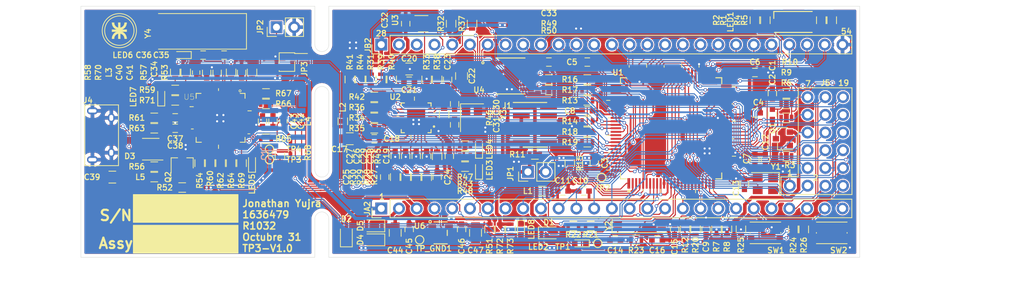
<source format=kicad_pcb>
(kicad_pcb (version 20221018) (generator pcbnew)
  (title_block (title "Módulo Stick LPC1769") (date "2019-10-30") (rev "v1.1") (company "Sistemas de Representacion LPC1769") (comment 1 "DOCENTES: Fernando Aló/Franco Delconte") (comment 2 "CURSO: R1032") (comment 3 "ALUMNO: Jonathan Yujra"))
  (layers (0 "F.Cu" signal) (31 "B.Cu" signal) (34 "B.Paste" user) (35 "F.Paste" user) (36 "B.SilkS" user "B.Silkscreen") (37 "F.SilkS" user "F.Silkscreen") (38 "B.Mask" user) (39 "F.Mask" user) (44 "Edge.Cuts" user))
  (net 0 "")
  (net 1 "+3V3")
  (net 2 "Net-(C1-Pad1)")
  (net 3 "Net-(C2-Pad1)")
  (net 4 "/LPC1769/VDD_1")
  (net 5 "/Expansion_connector/VBAT")
  (net 6 "/LPC1769/VREF")
  (net 7 "Net-(C12-Pad1)")
  (net 8 "Net-(C13-Pad1)")
  (net 9 "Net-(C14-Pad1)")
  (net 10 "Net-(C15-Pad1)")
  (net 11 "/TARGET_RESET")
  (net 12 "/LAN8720/VDD3_3A")
  (net 13 "Net-(C22-Pad1)")
  (net 14 "/ETH_TXP")
  (net 15 "/ETH_TXN")
  (net 16 "/ETH_RXP")
  (net 17 "/ETH_RXN")
  (net 18 "Net-(C30-Pad1)")
  (net 19 "Net-(C31-Pad1)")
  (net 20 "Net-(C34-Pad1)")
  (net 21 "Net-(C35-Pad1)")
  (net 22 "Net-(C36-Pad1)")
  (net 23 "Net-(C37-Pad1)")
  (net 24 "Net-(C38-Pad1)")
  (net 25 "Net-(C39-Pad1)")
  (net 26 "Net-(C40-Pad1)")
  (net 27 "Net-(C42-Pad1)")
  (net 28 "Net-(C44-Pad1)")
  (net 29 "Net-(C46-Pad1)")
  (net 30 "Net-(D3-Pad2)")
  (net 31 "Net-(D3-Pad3)")
  (net 32 "Net-(D4-Pad2)")
  (net 33 "/EXT_VIN")
  (net 34 "Net-(J1-Pad10)")
  (net 35 "Net-(J1-Pad8)")
  (net 36 "Net-(J1-Pad6)")
  (net 37 "Net-(J1-Pad4)")
  (net 38 "Net-(J1-Pad2)")
  (net 39 "/LPC11U35/PIO0_15")
  (net 40 "/LPC11U35/PIO0_10")
  (net 41 "/LPC11U35/CMSIS_VDD")
  (net 42 "/Expansion_connector/P1.18")
  (net 43 "/Expansion_connector/P1.21")
  (net 44 "/Expansion_connector/P1.24")
  (net 45 "/Expansion_connector/P1.27")
  (net 46 "/Expansion_connector/P3.25-GREEN_LED")
  (net 47 "/Expansion_connector/P4.29")
  (net 48 "/Expansion_connector/P1.19")
  (net 49 "/Expansion_connector/P1.22")
  (net 50 "/Expansion_connector/P1.25")
  (net 51 "/Expansion_connector/P1.28")
  (net 52 "/Expansion_connector/P3.26-BLUE_LED")
  (net 53 "/Expansion_connector/P1.20")
  (net 54 "/Expansion_connector/P1.23")
  (net 55 "/Expansion_connector/P1.26")
  (net 56 "/Expansion_connector/P1.29")
  (net 57 "/Expansion_connector/P4.28")
  (net 58 "/P0.20")
  (net 59 "/P2.9-USB_CONN")
  (net 60 "/P0.19")
  (net 61 "/P0.9")
  (net 62 "/P0.8")
  (net 63 "/P0.7")
  (net 64 "/P0.6")
  (net 65 "/P0.0")
  (net 66 "/P0.1")
  (net 67 "/Expansion_connector/P0.18")
  (net 68 "/Expansion_connector/P0.17")
  (net 69 "/Expansion_connector/P0.15")
  (net 70 "/Expansion_connector/P0.16")
  (net 71 "/Expansion_connector/P0.23")
  (net 72 "/Expansion_connector/P0.24")
  (net 73 "/Expansion_connector/P0.25")
  (net 74 "/Expansion_connector/P0.26")
  (net 75 "/Expansion_connector/P1.30")
  (net 76 "/Expansion_connector/P1.31")
  (net 77 "/P0.2")
  (net 78 "/P0.3")
  (net 79 "/Expansion_connector/P0.21")
  (net 80 "/Expansion_connector/P0.22-RED_LED")
  (net 81 "/Expansion_connector/P0.27-I2C_SDA")
  (net 82 "/Expansion_connector/P0.28-I2C_SCL")
  (net 83 "/Expansion_connector/P2.13")
  (net 84 "/Expansion_connector/P2.12")
  (net 85 "/Expansion_connector/P2.11")
  (net 86 "/P2.10-ISP_EN")
  (net 87 "/Expansion_connector/P2.8")
  (net 88 "/Expansion_connector/P2.7")
  (net 89 "/Expansion_connector/P2.6")
  (net 90 "/Expansion_connector/P2.5")
  (net 91 "/Expansion_connector/P2.4")
  (net 92 "/Expansion_connector/P2.3")
  (net 93 "/Expansion_connector/P2.2")
  (net 94 "/Expansion_connector/P2.1")
  (net 95 "/Expansion_connector/P2.0")
  (net 96 "/P0.11")
  (net 97 "/P0.10")
  (net 98 "/P0.5")
  (net 99 "/P0.4")
  (net 100 "/USB-DP")
  (net 101 "/USB-DM")
  (net 102 "Net-(JP3-Pad1)")
  (net 103 "Net-(LED1-Pad1)")
  (net 104 "Net-(LED1-Pad2)")
  (net 105 "Net-(LED1-Pad3)")
  (net 106 "Net-(LED1-Pad4)")
  (net 107 "Net-(LED2-Pad2)")
  (net 108 "Net-(LED2-Pad1)")
  (net 109 "Net-(LED3-Pad2)")
  (net 110 "Net-(LED4-Pad2)")
  (net 111 "Net-(LED5-Pad1)")
  (net 112 "Net-(LED6-Pad1)")
  (net 113 "Net-(LED7-Pad1)")
  (net 114 "Net-(LED8-Pad2)")
  (net 115 "Net-(Q1-Pad3)")
  (net 116 "Net-(Q1-Pad1)")
  (net 117 "Net-(Q2-Pad1)")
  (net 118 "Net-(Q2-Pad3)")
  (net 119 "Net-(R12-Pad1)")
  (net 120 "/LPC1769/TRST")
  (net 121 "/LPC11U35/TARGET_SWDIO")
  (net 122 "/LPC11U35/TARGET_SWCLK")
  (net 123 "/LPC11U35/TARGET_SWO")
  (net 124 "/LPC1769/TDI")
  (net 125 "Net-(R21-Pad1)")
  (net 126 "/LPC1769/MCU_VCC")
  (net 127 "Net-(R25-Pad2)")
  (net 128 "Net-(R26-Pad1)")
  (net 129 "/LAN8720/P1.17-RMII_MDIO")
  (net 130 "Net-(R32-Pad2)")
  (net 131 "Net-(R33-Pad1)")
  (net 132 "Net-(R34-Pad1)")
  (net 133 "/LAN8720/P1.0-RMII_TXD0")
  (net 134 "Net-(R35-Pad1)")
  (net 135 "/LAN8720/P1.1-RMII_TXD1")
  (net 136 "Net-(R36-Pad1)")
  (net 137 "/LAN8720/P1.4-RMII_TXEN")
  (net 138 "/LAN8720/P1.9-RMII_RXD0")
  (net 139 "Net-(R38-Pad1)")
  (net 140 "/LAN8720/P1.10-RMII_RXD1")
  (net 141 "/LAN8720/P1.14-RMII_RXER")
  (net 142 "Net-(R40-Pad1)")
  (net 143 "/LAN8720/P1.8-RMII_CRS")
  (net 144 "Net-(R41-Pad1)")
  (net 145 "/LAN8720/P1.15-RMII_CLK")
  (net 146 "Net-(R42-Pad1)")
  (net 147 "Net-(R42-Pad2)")
  (net 148 "Net-(R45-Pad2)")
  (net 149 "Net-(R47-Pad2)")
  (net 150 "/LPC11U35/CMSIS_USB_CONN")
  (net 151 "Net-(R57-Pad2)")
  (net 152 "Net-(R58-Pad2)")
  (net 153 "/LPC11U35/CMSIS_VBUS")
  (net 154 "Net-(R60-Pad2)")
  (net 155 "Net-(R62-Pad2)")
  (net 156 "Net-(R64-Pad2)")
  (net 157 "Net-(R65-Pad2)")
  (net 158 "Net-(R66-Pad2)")
  (net 159 "Net-(R68-Pad2)")
  (net 160 "Net-(R69-Pad2)")
  (net 161 "Net-(R70-Pad2)")
  (net 162 "Net-(R71-Pad2)")
  (net 163 "Net-(TP2-Pad1)")
  (net 164 "Net-(TP4-Pad1)")
  (net 165 "/LAN8720/P1.16-RMII_MCD")
  (net 166 "Net-(R43-Pad2)")
  (net 167 "Net-(R67-Pad2)")
  (net 168 "GND")
  (net 169 "/LPC1769/VBAT_")
  (footprint "Módulo Stick LPC1769:J2_A_1x27_Pitch2.54mm" (layer "F.Cu") (at 162 117.5 90)
    (fp_text reference "JA2")
    (fp_text value "Conn_01x27")
  )
  (footprint "Módulo Stick LPC1769:C_0603" (layer "F.Cu") (at 218 101 -90)
    (fp_text reference "C1")
    (fp_text value "18pF")
  )
  (footprint "Módulo Stick LPC1769:C_0603" (layer "F.Cu") (at 218 104 -90)
    (fp_text reference "C2")
    (fp_text value "18pF")
  )
  (footprint "Módulo Stick LPC1769:C_0603" (layer "F.Cu") (at 192.5 111 -90)
    (fp_text reference "C3")
    (fp_text value "100nF")
  )
  (footprint "Módulo Stick LPC1769:C_0603" (layer "F.Cu") (at 215.5 103.8)
    (fp_text reference "C4")
    (fp_text value "10nF")
  )
  (footprint "Módulo Stick LPC1769:C_0603" (layer "F.Cu") (at 191.5 96.5 180)
    (fp_text reference "C5")
    (fp_text value "100nF")
  )
  (footprint "Módulo Stick LPC1769:C_0603" (layer "F.Cu") (at 215.5 98)
    (fp_text reference "C6")
    (fp_text value "10nF")
  )
  (footprint "Módulo Stick LPC1769:C_0603" (layer "F.Cu") (at 215.5 110.5 90)
    (fp_text reference "C7")
    (fp_text value "100nF")
  )
  (footprint "Módulo Stick LPC1769:C_0603" (layer "F.Cu") (at 191.5 103.5 180)
    (fp_text reference "C8")
    (fp_text value "10nF")
  )
  (footprint "Módulo Stick LPC1769:C_0603" (layer "F.Cu") (at 208.5 120.5 90)
    (fp_text reference "C9")
    (fp_text value "100nF")
  )
  (footprint "Módulo Stick LPC1769:C_0603" (layer "F.Cu") (at 191 115 180)
    (fp_text reference "C10")
    (fp_text value "100nF")
  )
  (footprint "Módulo Stick LPC1769:C_0603" (layer "F.Cu") (at 188 115)
    (fp_text reference "C11")
    (fp_text value "10nF")
  )
  (footprint "Módulo Stick LPC1769:C_0603" (layer "F.Cu") (at 217 110.5 90)
    (fp_text reference "C12")
    (fp_text value "18pF")
  )
  (footprint "Módulo Stick LPC1769:C_0603" (layer "F.Cu") (at 214 114 90)
    (fp_text reference "C13")
    (fp_text value "18pF")
  )
  (footprint "Módulo Stick LPC1769:C_0603" (layer "F.Cu") (at 195.5 122)
    (fp_text reference "C14")
    (fp_text value "5pF")
  )
  (footprint "Módulo Stick LPC1769:C_0603" (layer "F.Cu") (at 204 120.5 90)
    (fp_text reference "C15")
    (fp_text value "5pF")
  )
  (footprint "Módulo Stick LPC1769:C_0603" (layer "F.Cu") (at 201.5 122)
    (fp_text reference "C16")
    (fp_text value "100nF")
  )
  (footprint "Módulo Stick LPC1769:C_0805" (layer "F.Cu") (at 157.5 107.5 180)
    (fp_text reference "C17")
    (fp_text value "10uF")
  )
  (footprint "Módulo Stick LPC1769:C_0603" (layer "F.Cu") (at 161 107.5 180)
    (fp_text reference "C18")
    (fp_text value "100nF")
  )
  (footprint "Módulo Stick LPC1769:C_0603" (layer "F.Cu") (at 171.75 110 90)
    (fp_text reference "C19")
    (fp_text value "100nF")
  )
  (footprint "Módulo Stick LPC1769:C_0805" (layer "F.Cu") (at 166 97.5)
    (fp_text reference "C20")
    (fp_text value "10uF")
  )
  (footprint "Módulo Stick LPC1769:C_0603" (layer "F.Cu") (at 166 99.25)
    (fp_text reference "C21")
    (fp_text value "100nF")
  )
  (footprint "Módulo Stick LPC1769:C_0805" (layer "F.Cu") (at 173.5 98.5 90)
    (fp_text reference "C22")
    (fp_text value "1uF")
  )
  (footprint "Módulo Stick LPC1769:C_0603" (layer "F.Cu") (at 171.5 99 90)
    (fp_text reference "C23")
    (fp_text value "470pF")
  )
  (footprint "Módulo Stick LPC1769:C_0603" (layer "F.Cu") (at 170 113 90)
    (fp_text reference "C24")
    (fp_text value "100nF")
  )
  (footprint "Módulo Stick LPC1769:C_0603" (layer "F.Cu") (at 162.5 113 90)
    (fp_text reference "C25")
    (fp_text value "100nF")
  )
  (footprint "Módulo Stick LPC1769:C_0603" (layer "F.Cu") (at 165.5 110 -90)
    (fp_text reference "C26")
    (fp_text value "18pF")
  )
  (footprint "Módulo Stick LPC1769:C_0603" (layer "F.Cu") (at 164 110 -90)
    (fp_text reference "C27")
    (fp_text value "18pF")
  )
  (footprint "Módulo Stick LPC1769:C_0603" (layer "F.Cu") (at 168.5 110 -90)
    (fp_text reference "C28")
    (fp_text value "18pF")
  )
  (footprint "Módulo Stick LPC1769:C_0603" (layer "F.Cu") (at 167 110 -90)
    (fp_text reference "C29")
    (fp_text value "18pF")
  )
  (footprint "Módulo Stick LPC1769:C_0603" (layer "F.Cu") (at 172.5 102.5 90)
    (fp_text reference "C30")
    (fp_text value "18pF")
  )
  (footprint "Módulo Stick LPC1769:C_0603" (layer "F.Cu") (at 172.5 105.5 -90)
    (fp_text reference "C31")
    (fp_text value "18pF")
  )
  (footprint "Módulo Stick LPC1769:C_0603" (layer "F.Cu") (at 165.5 91 90)
    (fp_text reference "C32")
    (fp_text value "100nF")
  )
  (footprint "Módulo Stick LPC1769:C_0603" (layer "F.Cu") (at 186 96.5)
    (fp_text reference "C33")
    (fp_text value "100nF")
  )
  (footprint "Módulo Stick LPC1769:C_0603" (layer "F.Cu") (at 142 98 90)
    (fp_text reference "C34")
    (fp_text value "100nF")
  )
  (footprint "Módulo Stick LPC1769:C_0603" (layer "F.Cu") (at 139.5 95.5)
    (fp_text reference "C35")
    (fp_text value "27pF")
  )
  (footprint "Módulo Stick LPC1769:C_0603" (layer "F.Cu") (at 136.5 95.5)
    (fp_text reference "C36")
    (fp_text value "27pF")
  )
  (footprint "Módulo Stick LPC1769:C_0603" (layer "F.Cu") (at 132.5 104.5 180)
    (fp_text reference "C37")
    (fp_text value "(NM)")
  )
  (footprint "Módulo Stick LPC1769:C_0603" (layer "F.Cu") (at 132.5 106 180)
    (fp_text reference "C38")
    (fp_text value "(NM)")
  )
  (footprint "Módulo Stick LPC1769:C_0805" (layer "F.Cu") (at 123.5 113 180)
    (fp_text reference "C39")
    (fp_text value "2.2uF")
  )
  (footprint "Módulo Stick LPC1769:C_0603" (layer "F.Cu") (at 137 98 90)
    (fp_text reference "C40")
    (fp_text value "100nF")
  )
  (footprint "Módulo Stick LPC1769:C_0603" (layer "F.Cu") (at 138.5 98 90)
    (fp_text reference "C41")
    (fp_text value "10nF")
  )
  (footprint "Módulo Stick LPC1769:C_0603" (layer "F.Cu") (at 146.5 105 90)
    (fp_text reference "C42")
    (fp_text value "100nF")
  )
  (footprint "Módulo Stick LPC1769:C_0603" (layer "F.Cu") (at 145 105 90)
    (fp_text reference "C43")
    (fp_text value "10nF")
  )
  (footprint "Módulo Stick LPC1769:C_0805" (layer "F.Cu") (at 164 121 90)
    (fp_text reference "C44")
    (fp_text value "2.2uF")
  )
  (footprint "Módulo Stick LPC1769:C_0603" (layer "F.Cu") (at 166 120.5 90)
    (fp_text reference "C45")
    (fp_text value "22nF")
  )
  (footprint "Módulo Stick LPC1769:C_0603" (layer "F.Cu") (at 173.5 120.5 90)
    (fp_text reference "C46")
    (fp_text value "22nF")
  )
  (footprint "Módulo Stick LPC1769:C_0805" (layer "F.Cu") (at 175.5 121 90)
    (fp_text reference "C47")
    (fp_text value "10uF")
  )
  (footprint "Diodes_SMD:D_SOD-323" (layer "F.Cu") (at 186 121)
    (fp_text reference "D1")
    (fp_text value "1N4448WS-7-F")
  )
  (footprint "Diodes_SMD:D_SOD-323" (layer "F.Cu") (at 157 121.5 90)
    (fp_text reference "D2")
    (fp_text value "1N4448WS-7-F")
  )
  (footprint "TO_SOT_Packages_SMD:SOT-143" (layer "F.Cu") (at 129 109 180)
    (fp_text reference "D3")
    (fp_text value "PRTR5V0U2X")
  )
  (footprint "Diodes_SMD:D_SOD-323F" (layer "F.Cu") (at 161 122 180)
    (fp_text reference "D4")
    (fp_text value "PMEG1030EJ")
  )
  (footprint "Diodes_SMD:D_SOD-323F" (layer "F.Cu") (at 161 120 180)
    (fp_text reference "D5")
    (fp_text value "PMEG1030EJ")
  )
  (footprint "Módulo Stick LPC1769:M50-3600542" (layer "F.Cu") (at 184 105.5)
    (fp_text reference "J1")
    (fp_text value "50mil pitch 02x05")
  )
  (footprint "Módulo Stick LPC1769:conn_x19_Pitch2.54mm" (layer "F.Cu") (at 219.23 115.5)
    (fp_text reference "J5")
    (fp_text value "Conn_01x19")
  )
  (footprint "Módulo Stick LPC1769:J2_B_01x27_Pitch2.54mm" (layer "F.Cu") (at 162 94 90)
    (fp_text reference "JB2")
    (fp_text value "Conn_01x27")
  )
  (footprint "Pin_Headers:Pin_Header_Straight_1x02_Pitch2.54mm" (layer "F.Cu") (at 183 112.25 90)
    (fp_text reference "JP1")
    (fp_text value "Jumper(NM)")
  )
  (footprint "Pin_Headers:Pin_Header_Straight_1x02_Pitch2.54mm" (layer "F.Cu") (at 147 91.5 90)
    (fp_text reference "JP2")
    (fp_text value "Jumper(NM)")
  )
  (footprint "Pin_Headers:Pin_Header_Straight_1x02_Pitch1.27mm_SMD_Pin1Right" (layer "F.Cu") (at 148.5 96.5)
    (fp_text reference "JP3")
    (fp_text value "Jumper")
  )
  (footprint "Inductors_SMD:L_0603" (layer "F.Cu") (at 185 115)
    (fp_text reference "L1")
    (fp_text value "BK1608HS220-T")
  )
  (footprint "Inductors_SMD:L_0603" (layer "F.Cu") (at 156.5 105 -90)
    (fp_text reference "L2")
    (fp_text value "BK1608HS220-T")
  )
  (footprint "Inductors_SMD:L_0402" (layer "F.Cu") (at 135.5 98 -90)
    (fp_text reference "L3")
    (fp_text value "BLM15HG601SN1D")
  )
  (footprint "Inductors_SMD:L_0402" (layer "F.Cu") (at 148 105 90)
    (fp_text reference "L4")
    (fp_text value "BLM15HG601SN1D")
  )
  (footprint "Inductors_SMD:L_0603" (layer "F.Cu") (at 129.5 113)
    (fp_text reference "L5")
    (fp_text value "BK1608HS220-T")
  )
  (footprint "LEDs:LED_0603" (layer "F.Cu") (at 190.5 122.5 180)
    (fp_text reference "LED2")
    (fp_text value "RED")
  )
  (footprint "LEDs:LED_0603" (layer "F.Cu") (at 176 112 90)
    (fp_text reference "LED3")
    (fp_text value "RED")
  )
  (footprint "LEDs:LED_0603" (layer "F.Cu") (at 176 109 90)
    (fp_text reference "LED4")
    (fp_text value "GREEN")
  )
  (footprint "LEDs:LED_0603" (layer "F.Cu") (at 143.5 111 90)
    (fp_text reference "LED5")
    (fp_text value "BLUE")
  )
  (footprint "LEDs:LED_0603" (layer "F.Cu") (at 133.5 95.5 180)
    (fp_text reference "LED6")
    (fp_text value "RED")
  )
  (footprint "LEDs:LED_0603" (layer "F.Cu") (at 130.5 101.5 90)
    (fp_text reference "LED7")
    (fp_text value "GREEN")
  )
  (footprint "LEDs:LED_0603" (layer "F.Cu") (at 182 120.5 -90)
    (fp_text reference "LED8")
    (fp_text value "GREEN")
  )
  (footprint "TO_SOT_Packages_SMD:SOT-23" (layer "F.Cu") (at 219.5 107.5 180)
    (fp_text reference "Q1")
    (fp_text value "PMBTA92")
  )
  (footprint "TO_SOT_Packages_SMD:SOT-23" (layer "F.Cu") (at 133.5 111 90)
    (fp_text reference "Q2")
    (fp_text value "PMBTA92")
  )
  (footprint "Módulo Stick LPC1769:R_0603" (layer "F.Cu") (at 217 90.5 90)
    (fp_text reference "R1")
    (fp_text value "0R")
  )
  (footprint "Módulo Stick LPC1769:R_0603" (layer "F.Cu") (at 215.5 90.5 -90)
    (fp_text reference "R2")
    (fp_text value "750R")
  )
  (footprint "Módulo Stick LPC1769:R_0603" (layer "F.Cu") (at 220 110 180)
    (fp_text reference "R3")
    (fp_text value "1K5")
  )
  (footprint "Módulo Stick LPC1769:R_0603" (layer "F.Cu") (at 225 90.5 -90)
    (fp_text reference "R4")
    (fp_text value "750R")
  )
  (footprint "Módulo Stick LPC1769:R_0603" (layer "F.Cu") (at 226.5 90.5 -90)
    (fp_text reference "R5")
    (fp_text value "1K5")
  )
  (footprint "Módulo Stick LPC1769:R_0603" (layer "F.Cu") (at 220 104.5)
    (fp_text reference "R6")
    (fp_text value "1K5")
  )
  (footprint "Módulo Stick LPC1769:R_0603" (layer "F.Cu") (at 210 120.5 90)
    (fp_text reference "R7")
    (fp_text value "2K2")
  )
  (footprint "Módulo Stick LPC1769:R_0603" (layer "F.Cu") (at 211.5 120.5 90)
    (fp_text reference "R8")
    (fp_text value "2K2")
  )
  (footprint "Módulo Stick LPC1769:R_0603" (layer "F.Cu") (at 220 102.5)
    (fp_text reference "R9")
    (fp_text value "33R")
  )
  (footprint "Módulo Stick LPC1769:R_0603" (layer "F.Cu") (at 220 101)
    (fp_text reference "R10")
    (fp_text value "33R")
  )
  (footprint "Módulo Stick LPC1769:R_0603" (layer "F.Cu") (at 184 109.75 180)
    (fp_text reference "R11")
    (fp_text value "0R")
  )
  (footprint "Módulo Stick LPC1769:R_0603" (layer "F.Cu") (at 205.5 120.5 -90)
    (fp_text reference "R12")
    (fp_text value "100K")
  )
  (footprint "Módulo Stick LPC1769:R_0603" (layer "F.Cu") (at 191.5 102 180)
    (fp_text reference "R13")
    (fp_text value "10K")
  )
  (footprint "Módulo Stick LPC1769:R_0603" (layer "F.Cu") (at 191.5 105 180)
    (fp_text reference "R14")
    (fp_text value "10K")
  )
  (footprint "Módulo Stick LPC1769:R_0603" (layer "F.Cu") (at 189 111 -90)
    (fp_text reference "R15")
    (fp_text value "10K")
  )
  (footprint "Módulo Stick LPC1769:R_0603" (layer "F.Cu") (at 191.5 99 180)
    (fp_text reference "R16")
    (fp_text value "50R")
  )
  (footprint "Módulo Stick LPC1769:R_0603" (layer "F.Cu") (at 191.5 100.5 180)
    (fp_text reference "R17")
    (fp_text value "50R")
  )
  (footprint "Módulo Stick LPC1769:R_0603" (layer "F.Cu") (at 191.5 106.5 180)
    (fp_text reference "R18")
    (fp_text value "50R")
  )
  (footprint "Módulo Stick LPC1769:R_0603" (layer "F.Cu") (at 191.5 108 180)
    (fp_text reference "R19")
    (fp_text value "50R")
  )
  (footprint "Módulo Stick LPC1769:R_0603" (layer "F.Cu") (at 207 120.5 90)
    (fp_text reference "R20")
    (fp_text value "50R")
  )
  (footprint "Módulo Stick LPC1769:R_0603" (layer "F.Cu") (at 192 120 180)
    (fp_text reference "R21")
    (fp_text value "0R(NM)")
  )
  (footprint "Módulo Stick LPC1769:R_0603" (layer "F.Cu") (at 189.5 120 180)
    (fp_text reference "R22")
    (fp_text value "2K2")
  )
  (footprint "Módulo Stick LPC1769:R_0603" (layer "F.Cu") (at 198.5 122)
    (fp_text reference "R23")
    (fp_text value "100K")
  )
  (footprint "Módulo Stick LPC1769:R_0603" (layer "F.Cu") (at 221 120.5 90)
    (fp_text reference "R24")
    (fp_text value "100K")
  )
  (footprint "Módulo Stick LPC1769:R_0603" (layer "F.Cu") (at 213.5 120.5 90)
    (fp_text reference "R25")
    (fp_text value "100R")
  )
  (footprint "Módulo Stick LPC1769:R_0603" (layer "F.Cu") (at 222.5 120.5 90)
    (fp_text reference "R26")
    (fp_text value "100R")
  )
  (footprint "Módulo Stick LPC1769:R_0603" (layer "F.Cu") (at 168.5 113 90)
    (fp_text reference "R27")
    (fp_text value "50R")
  )
  (footprint "Módulo Stick LPC1769:R_0603" (layer "F.Cu") (at 167 113 90)
    (fp_text reference "R28")
    (fp_text value "50R")
  )
  (footprint "Módulo Stick LPC1769:R_0603" (layer "F.Cu") (at 165.5 113 90)
    (fp_text reference "R29")
    (fp_text value "50R")
  )
  (footprint "Módulo Stick LPC1769:R_0603" (layer "F.Cu") (at 164 113 90)
    (fp_text reference "R30")
    (fp_text value "50R")
  )
  (footprint "Módulo Stick LPC1769:R_0603" (layer "F.Cu") (at 160.5 99 -90)
    (fp_text reference "R31")
    (fp_text value "1K5")
  )
  (footprint "Módulo Stick LPC1769:R_0603" (layer "F.Cu") (at 172 91 90)
    (fp_text reference "R32")
    (fp_text value "10K")
  )
  (footprint "Módulo Stick LPC1769:R_0603" (layer "F.Cu") (at 168.5 99 90)
    (fp_text reference "R33")
    (fp_text value "0R(NM)")
  )
  (footprint "Módulo Stick LPC1769:R_0603" (layer "F.Cu") (at 161 104.5 180)
    (fp_text reference "R34")
    (fp_text value "22R")
  )
  (footprint "Módulo Stick LPC1769:R_0603" (layer "F.Cu") (at 161 106 180)
    (fp_text reference "R35")
    (fp_text value "22R")
  )
  (footprint "Módulo Stick LPC1769:R_0603" (layer "F.Cu") (at 161 103 180)
    (fp_text reference "R36")
    (fp_text value "22R")
  )
  (footprint "Módulo Stick LPC1769:R_0603" (layer "F.Cu") (at 175 91 90)
    (fp_text reference "R37")
    (fp_text value "22R")
  )
  (footprint "Módulo Stick LPC1769:R_0603" (layer "F.Cu") (at 170 99 90)
    (fp_text reference "R38")
    (fp_text value "22R")
  )
  (footprint "Módulo Stick LPC1769:R_0603" (layer "F.Cu") (at 162 99 90)
    (fp_text reference "R39")
    (fp_text value "22R")
  )
  (footprint "Módulo Stick LPC1769:R_0603" (layer "F.Cu") (at 163.5 99 90)
    (fp_text reference "R40")
    (fp_text value "22R")
  )
  (footprint "Módulo Stick LPC1769:R_0603" (layer "F.Cu") (at 157.5 99 -90)
    (fp_text reference "R41")
    (fp_text value "22R")
  )
  (footprint "Módulo Stick LPC1769:R_0603" (layer "F.Cu") (at 161 101.5 180)
    (fp_text reference "R42")
    (fp_text value "22R")
  )
  (footprint "Módulo Stick LPC1769:R_0603" (layer "F.Cu") (at 159 99 90)
    (fp_text reference "R44")
    (fp_text value "0R(NM)")
  )
  (footprint "Módulo Stick LPC1769:R_0603" (layer "F.Cu") (at 170 110 90)
    (fp_text reference "R45")
    (fp_text value "12K1, 1%")
  )
  (footprint "Módulo Stick LPC1769:R_0603" (layer "F.Cu") (at 171 104 90)
    (fp_text reference "R46")
    (fp_text value "1M")
  )
  (footprint "Módulo Stick LPC1769:R_0603" (layer "F.Cu") (at 174 108.5 180)
    (fp_text reference "R47")
    (fp_text value "270R")
  )
  (footprint "Módulo Stick LPC1769:R_0603" (layer "F.Cu") (at 174 111.5 180)
    (fp_text reference "R48")
    (fp_text value "270R")
  )
  (footprint "Módulo Stick LPC1769:R_0603" (layer "F.Cu") (at 186 99 180)
    (fp_text reference "R49")
    (fp_text value "3K3")
  )
  (footprint "Módulo Stick LPC1769:R_0603" (layer "F.Cu") (at 186 100.5 180)
    (fp_text reference "R50")
    (fp_text value "3K3")
  )
  (footprint "Módulo Stick LPC1769:R_0603" (layer "F.Cu") (at 177.5 120.5 90)
    (fp_text reference "R51")
    (fp_text value "0R")
  )
  (footprint "Módulo Stick LPC1769:R_0603" (layer "F.Cu") (at 143.5 98 90)
    (fp_text reference "R53")
    (fp_text value "100K")
  )
  (footprint "Módulo Stick LPC1769:R_0603" (layer "F.Cu") (at 136 111 -90)
    (fp_text reference "R54")
    (fp_text value "1K5")
  )
  (footprint "Módulo Stick LPC1769:R_0603" (layer "F.Cu") (at 129.5 111.5 180)
    (fp_text reference "R56")
    (fp_text value "1K5")
  )
  (footprint "Módulo Stick LPC1769:R_0603" (layer "F.Cu") (at 140.5 98 -90)
    (fp_text reference "R57")
    (fp_text value "0R")
  )
  (footprint "Módulo Stick LPC1769:R_0603" (layer "F.Cu") (at 132.5 98 -90)
    (fp_text reference "R58")
    (fp_text value "270R")
  )
  (footprint "Módulo Stick LPC1769:R_0603" (layer "F.Cu") (at 132.5 100.5 180)
    (fp_text reference "R59")
    (fp_text value "270R")
  )
  (footprint "Módulo Stick LPC1769:R_0603" (layer "F.Cu") (at 137.5 111 90)
    (fp_text reference "R60")
    (fp_text value "270R")
  )
  (footprint "Módulo Stick LPC1769:R_0603" (layer "F.Cu") (at 129.5 104.5 180)
    (fp_text reference "R61")
    (fp_text value "33R")
  )
  (footprint "Módulo Stick LPC1769:R_0603" (layer "F.Cu") (at 139 111 90)
    (fp_text reference "R62")
    (fp_text value "270R")
  )
  (footprint "Módulo Stick LPC1769:R_0603" (layer "F.Cu") (at 129.5 106 180)
    (fp_text reference "R63")
    (fp_text value "33R")
  )
  (footprint "Módulo Stick LPC1769:R_0603" (layer "F.Cu") (at 140.5 111 90)
    (fp_text reference "R64")
    (fp_text value "270R")
  )
  (footprint "Módulo Stick LPC1769:R_0603" (layer "F.Cu") (at 145.5 107.5 180)
    (fp_text reference "R65")
    (fp_text value "0R(NM)")
  )
  (footprint "Módulo Stick LPC1769:R_0603" (layer "F.Cu") (at 145.5 102.5 180)
    (fp_text reference "R66")
    (fp_text value "0R(NM)")
  )
  (footprint "Módulo Stick LPC1769:R_0603" (layer "F.Cu") (at 147.5 110 -90)
    (fp_text reference "R68")
    (fp_text value "10K")
  )
  (footprint "Módulo Stick LPC1769:R_0603" (layer "F.Cu") (at 142 111 90)
    (fp_text reference "R69")
    (fp_text value "270R(NM)")
  )
  (footprint "Módulo Stick LPC1769:R_0603" (layer "F.Cu") (at 134 98 -90)
    (fp_text reference "R70")
    (fp_text value "1K5(NM)")
  )
  (footprint "Módulo Stick LPC1769:R_0603" (layer "F.Cu") (at 132.5 102)
    (fp_text reference "R71")
    (fp_text value "750R")
  )
  (footprint "Módulo Stick LPC1769:R_0603" (layer "F.Cu") (at 179 120.5 90)
    (fp_text reference "R72")
    (fp_text value "0R")
  )
  (footprint "Módulo Stick LPC1769:R_0603" (layer "F.Cu") (at 145.5 101 180)
    (fp_text reference "R67")
    (fp_text value "0R(NM)")
  )
  (footprint "Módulo Stick LPC1769:SW_2.80x4.60mm" (layer "F.Cu") (at 217 121)
    (fp_text reference "SW1")
    (fp_text value "RESET")
  )
  (footprint "Módulo Stick LPC1769:SW_2.80x4.60mm" (layer "F.Cu") (at 226.5 121)
    (fp_text reference "SW2")
    (fp_text value "ISP-ENABLE")
  )
  (footprint "Módulo Stick LPC1769:TestPoint-SMD-S" (layer "F.Cu") (at 193 122.5)
    (fp_text reference "TP1")
    (fp_text value "TestPoint")
  )
  (footprint "Módulo Stick LPC1769:TestPoint-SMD-S" (layer "F.Cu") (at 146 109)
    (fp_text reference "TP4")
    (fp_text value "TestPoint")
  )
  (footprint "Módulo Stick LPC1769:TestPoint-SMD-S" (layer "F.Cu") (at 167.5 122)
    (fp_text reference "TP_GND1")
    (fp_text value "TestPoint")
  )
  (footprint "Módulo Stick LPC1769:LPC1769FBD100" (layer "F.Cu") (at 203.5 106)
    (fp_text reference "U1")
    (fp_text value "LPC1769FBD100")
  )
  (footprint "Módulo Stick LPC1769:LAN8720A-CP" (layer "F.Cu") (at 167 104.5 180)
    (fp_text reference "U2")
    (fp_text value "LAN8720A")
  )
  (footprint "Módulo Stick LPC1769:24LC64T-I&slash_SN" (layer "F.Cu") (at 180.5 98.5)
    (fp_text reference "U4")
    (fp_text value "24LC64")
  )
  (footprint "Módulo Stick LPC1769:QFN65-8X8_M-33N" (layer "F.Cu") (at 139 104.5 -90)
    (fp_text reference "U5")
    (fp_text value "LPC11U35FHI33_501")
  )
  (footprint "Módulo Stick LPC1769:SOT-25" (layer "F.Cu") (at 170.5 121)
    (fp_text reference "U6")
    (fp_text value "XC6220B331MR-G")
  )
  (footprint "TO_SOT_Packages_SMD:SOT-353_SC-70-5" (layer "F.Cu") (at 168 91)
    (fp_text reference "U3")
    (fp_text value "74LVC1G04GW")
  )
  (footprint "Crystals:Crystal_SMD_3225-4pin_3.2x2.5mm" (layer "F.Cu") (at 217 114 180)
    (fp_text reference "Y1")
    (fp_text value "12MHz")
  )
  (footprint "Crystals:Crystal_SMD_SeikoEpson_MC146-4pin_6.7x1.5mm" (layer "F.Cu") (at 199 120)
    (fp_text reference "Y2")
    (fp_text value "32.768KHz")
  )
  (footprint "Crystals:Crystal_SMD_3225-4pin_3.2x2.5mm" (layer "F.Cu") (at 175 104.5 -90)
    (fp_text reference "Y3")
    (fp_text value "25MHz")
  )
  (footprint "Crystals:Crystal_SMD_HC49-SD" (layer "F.Cu") (at 136 92.1 180)
    (fp_text reference "Y4")
    (fp_text value "12MHz")
  )
  (footprint "Módulo Stick LPC1769:R_0603" (layer "F.Cu") (at 174 110 180)
    (fp_text reference "R43")
    (fp_text value "1K5")
  )
  (footprint "Módulo Stick LPC1769:USB_Micro-B" (layer "F.Cu") (at 122 107 -90)
    (fp_text reference "J4")
    (fp_text value "ZX62D-B-5P8")
  )
  (footprint "Módulo Stick LPC1769:R_0603" (layer "F.Cu") (at 180.5 120.5 -90)
    (fp_text reference "R73")
    (fp_text value "750R")
  )
  (footprint "Módulo Stick LPC1769:TestPoint-SMD-S" (layer "F.Cu") (at 146 110.5)
    (fp_text reference "TP3")
    (fp_text value "TestPoint")
  )
  (footprint "LogoUTN:UTN.BA" (layer "F.Cu") (at 124.5 92)
    (fp_text reference "LogoUTN.BA" hide)
    (fp_text value "UTN.BA")
  )
  (footprint "Fiducials:Fiducial_0.5mm_Dia_1mm_Outer" (layer "F.Cu") (at 120.5 90)
    (fp_text reference "REF**" hide)
    (fp_text value "Fiducial_0.5mm_Dia_1mm_Outer")
  )
  (footprint "Fiducials:Fiducial_0.5mm_Dia_1mm_Outer" (layer "F.Cu") (at 120.5 123)
    (fp_text reference "REF**" hide)
    (fp_text value "Fiducial_0.5mm_Dia_1mm_Outer")
  )
  (footprint "Fiducials:Fiducial_0.5mm_Dia_1mm_Outer" (layer "F.Cu") (at 229 90)
    (fp_text reference "REF**" hide)
    (fp_text value "Fiducial_0.5mm_D1")
  )
  (footprint "Módulo Stick LPC1769:TestPoint-SMD-S" (layer "F.Cu") (at 193.55 113.05)
    (fp_text reference "TP2")
    (fp_text value "TestPoint")
  )
  (footprint "Módulo Stick LPC1769:R_0603" (layer "F.Cu") (at 133.5 114.5)
    (fp_text reference "R52")
    (fp_text value "10K")
  )
  (footprint "LEDs:LED_RGB_1210" (layer "F.Cu") (at 221 90.75)
    (fp_text reference "LED1")
    (fp_text value "RABG")
  )
  (footprint "Módulo Stick LPC1769:M50-3600542" (layer "B.Cu") (at 148 106)
    (fp_text reference "J3")
    (fp_text value "UL_02x05(NM)")
  )
  (gr_poly (pts (xy 126.5 119.9) (xy 126.5 123.9) (xy 141.5 123.9) (xy 141.5 119.9)) (stroke (width 0.1)) (fill solid) (layer "F.SilkS"))
  (gr_poly (pts (xy 126.5 115.5) (xy 126.5 119.5) (xy 141.5 119.5) (xy 141.5 115.5)) (stroke (width 0.1)) (fill solid) (layer "F.SilkS"))
  (gr_line (start 164.5 104.25) (end 164.25 104.25) (stroke (width 0.12)) (layer "F.SilkS"))
  (gr_line (start 134.7 102.9) (end 134.6 102.9) (stroke (width 0.12)) (layer "F.SilkS"))
  (gr_line (start 202 114.75) (end 202 115.25) (stroke (width 0.12)) (layer "F.SilkS"))
  (gr_line (start 212.25 107.5) (end 212.5 107.5) (stroke (width 0.12)) (layer "F.SilkS"))
  (gr_line (start 142.9 103.5) (end 143.4 103.5) (stroke (width 0.12)) (layer "F.SilkS"))
  (gr_line (start 135.1 102.9) (end 134.7 102.9) (stroke (width 0.12)) (layer "F.SilkS"))
  (gr_line (start 194.75 112) (end 194.25 112) (stroke (width 0.12)) (layer "F.SilkS"))
  (gr_line (start 207 114.75) (end 207 115.25) (stroke (width 0.12)) (layer "F.SilkS"))
  (gr_line (start 166.75 102) (end 166.75 101.5) (stroke (width 0.12)) (layer "F.SilkS"))
  (gr_line (start 194.75 109.5) (end 194.5 109.5) (stroke (width 0.12)) (layer "F.SilkS"))
  (gr_line (start 194.75 102) (end 194.25 102) (stroke (width 0.12)) (layer "F.SilkS"))
  (gr_line (start 138.7 100.6) (end 138.7 100.3) (stroke (width 0.12)) (layer "F.SilkS"))
  (gr_line (start 194.75 104.5) (end 194.5 104.5) (stroke (width 0.12)) (layer "F.SilkS"))
  (gr_line (start 212.2 102.5) (end 212.35 102.5) (stroke (width 0.12)) (layer "F.SilkS"))
  (gr_line (start 194.75 107) (end 194.25 107) (stroke (width 0.12)) (layer "F.SilkS"))
  (gr_line (start 212.25 105) (end 212.75 105) (stroke (width 0.12)) (layer "F.SilkS"))
  (gr_line (start 169.5 103.75) (end 169.75 103.75) (stroke (width 0.12)) (layer "F.SilkS"))
  (gr_line (start 138.7 108.4) (end 138.7 108.9) (stroke (width 0.12)) (layer "F.SilkS"))
  (gr_line (start 197.5 97.25) (end 197.5 97) (stroke (width 0.12)) (layer "F.SilkS"))
  (gr_line (start 202.5 97.25) (end 202.5 97) (stroke (width 0.12)) (layer "F.SilkS"))
  (gr_line (start 207.5 97.25) (end 207.5 97) (stroke (width 0.12)) (layer "F.SilkS"))
  (gr_line (start 166.25 107) (end 166.25 107.5) (stroke (width 0.12)) (layer "F.SilkS"))
  (gr_line (start 142.9 106.8) (end 143.2 106.8) (stroke (width 0.12)) (layer "F.SilkS"))
  (gr_line (start 212.25 100) (end 212.75 100) (stroke (width 0.12)) (layer "F.SilkS"))
  (gr_line (start 212.25 110) (end 212.75 110) (stroke (width 0.12)) (layer "F.SilkS"))
  (gr_line (start 199.5 114.75) (end 199.5 115) (stroke (width 0.12)) (layer "F.SilkS"))
  (gr_line (start 200 97.25) (end 200 96.75) (stroke (width 0.12)) (layer "F.SilkS"))
  (gr_line (start 135.1 106.1) (end 134.8 106.1) (stroke (width 0.12)) (layer "F.SilkS"))
  (gr_line (start 209.5 114.75) (end 209.5 115) (stroke (width 0.12)) (layer "F.SilkS"))
  (gr_line (start 204.5 114.75) (end 204.5 115) (stroke (width 0.12)) (layer "F.SilkS"))
  (gr_line (start 205 97.25) (end 205 96.75) (stroke (width 0.12)) (layer "F.SilkS"))
  (gr_line (start 152.5 88.5) (end 152.5 94) (stroke (width 0.05)) (layer "Edge.Cuts"))
  (gr_arc (start 154.5 94) (mid 153.5 95) (end 152.5 94) (stroke (width 0.05)) (layer "Edge.Cuts"))
  (gr_line (start 154.5 88.5) (end 154.5 94) (stroke (width 0.05)) (layer "Edge.Cuts"))
  (gr_line (start 119 124.5) (end 152.5 124.5) (stroke (width 0.05)) (layer "Edge.Cuts"))
  (gr_line (start 230.5 88.5) (end 154.5 88.5) (stroke (width 0.05)) (layer "Edge.Cuts"))
  (gr_arc (start 152.5 101) (mid 153.5 100) (end 154.5 101) (stroke (width 0.05)) (layer "Edge.Cuts"))
  (gr_arc (start 152.5 119) (mid 153.5 118) (end 154.5 119) (stroke (width 0.05)) (layer "Edge.Cuts"))
  (gr_line (start 152.5 88.5) (end 119 88.5) (stroke (width 0.05)) (layer "Edge.Cuts"))
  (gr_line (start 230.5 124.5) (end 230.5 88.5) (stroke (width 0.05)) (layer "Edge.Cuts"))
  (gr_line (start 119 88.5) (end 119 124.5) (stroke (width 0.05)) (layer "Edge.Cuts"))
  (gr_line (start 152.5 101) (end 152.5 112) (stroke (width 0.05)) (layer "Edge.Cuts"))
  (gr_line (start 154.5 124.5) (end 154.5 119) (stroke (width 0.05)) (layer "Edge.Cuts"))
  (gr_arc (start 154.5 112) (mid 153.5 113) (end 152.5 112) (stroke (width 0.05)) (layer "Edge.Cuts"))
  (gr_line (start 154.5 112) (end 154.5 101) (stroke (width 0.05)) (layer "Edge.Cuts"))
  (gr_line (start 154.5 124.5) (end 230.5 124.5) (stroke (width 0.05)) (layer "Edge.Cuts"))
  (gr_line (start 152.5 124.5) (end 152.5 119) (stroke (width 0.05)) (layer "Edge.Cuts"))
  (gr_text "Jonathan Yujra\n1636479\nR1032\nOctubre 31\nTP3-V1.0" (at 142 120) (layer "F.SilkS") (effects (font (size 1 1) (thickness 0.2)) (justify left)))
  (gr_text "S/N\n" (at 124 118.5) (layer "F.SilkS") (effects (font (size 1.5 1.5) (thickness 0.3))))
  (gr_text "Assy\n" (at 124 122.5) (layer "F.SilkS") (effects (font (size 1.5 1.5) (thickness 0.3))))
  (gr_text "1" (at 220.5 112.4) (layer "F.SilkS") (effects (font (size 0.8 0.8))))
  (gr_text "2" (at 224.2 113.1) (layer "F.SilkS") (effects (font (size 0.8 0.8))))
  (gr_text "7" (at 223.1 99.6) (layer "F.SilkS") (effects (font (size 0.8 0.8))))
  (gr_text "19" (at 228.2 99.5) (layer "F.SilkS") (effects (font (size 0.8 0.8))))
  (gr_text "28" (at 162 92.4) (layer "F.SilkS") (effects (font (size 0.8 0.8))))
  (gr_text "54" (at 228.6 92.1) (layer "F.SilkS") (effects (font (size 0.8 0.8))))
  (gr_text "1" (at 162.1 115.8) (layer "F.SilkS") (effects (font (size 0.8 0.8))))
  (segment (start 171.4 92.6) (end 171.45 92.6) (width 0.381) (layer "F.Cu") (net 1))
  (segment (start 170.8 92.6) (end 170.8 92.6) (width 0.381) (layer "F.Cu") (net 1))
  (segment (start 180.1 105.017922) (end 179.4 105.717922) (width 0.508) (layer "F.Cu") (net 1))
  (segment (start 181.034001 92.234001) (end 181.034001 91.934001) (width 0.508) (layer "F.Cu") (net 1))
  (segment (start 182.151 96.595) (end 181.065999 95.509999) (width 0.508) (layer "F.Cu") (net 1))
  (segment (start 180.1 111.2) (end 180.1 112.1) (width 0.508) (layer "F.Cu") (net 1))
  (segment (start 183.25 112) (end 183 112.25) (width 0.508) (layer "F.Cu") (net 1))
  (segment (start 179 118.7) (end 179 119.75) (width 0.508) (layer "F.Cu") (net 1))
  (segment (start 181.034001 92.234001) (end 181.034001 92.134001) (width 0.508) (layer "F.Cu") (net 1))
  (segment (start 167.25 101.05196) (end 166.49804 100.3) (width 0.15) (layer "F.Cu") (net 1))
  (segment (start 187.7 91.2) (end 188.304001 90.595999) (width 0.508) (layer "F.Cu") (net 1))
  (segment (start 172 92) (end 171.4 92.6) (width 0.508) (layer "F.Cu") (net 1))
  (segment (start 163.992 97.5) (end 165 97.5) (width 0.508) (layer "F.Cu") (net 1))
  (segment (start 186.75 100.5) (end 186.75 99) (width 0.508) (layer "F.Cu") (net 1))
  (segment (start 215.038089 115.945989) (end 220.576589 115.945989) (width 0.508) (layer "F.Cu") (net 1))
  (segment (start 165.25 98.629) (end 165.25 98.85) (width 0.254) (layer "F.Cu") (net 1))
  (segment (start 221.754001 107.154001) (end 221.15 106.55) (width 0.508) (layer "F.Cu") (net 1))
  (segment (start 186.408 101.8) (end 180.7 101.8) (width 0.508) (layer "F.Cu") (net 1))
  (segment (start 180.1 102.4) (end 180.1 105.017922) (width 0.508) (layer "F.Cu") (net 1))
  (segment (start 165.794001 94.601921) (end 164.495922 95.9) (width 0.508) (layer "F.Cu") (net 1))
  (segment (start 217 90.3) (end 217 89.75) (width 0.508) (layer "F.Cu") (net 1))
  (segment (start 179.4 110.5) (end 180.1 111.2) (width 0.508) (layer "F.Cu") (net 1))
  (segment (start 221.754001 114.768577) (end 221.754001 107.154001) (width 0.508) (layer "F.Cu") (net 1))
  (segment (start 221.15 106.55) (end 220.5 106.55) (width 0.508) (layer "F.Cu") (net 1))
  (segment (start 185.155 96.595) (end 185.25 96.5) (width 0.381) (layer "F.Cu") (net 1))
  (segment (start 216.704001 90.595999) (end 217 90.3) (width 0.508) (layer "F.Cu") (net 1))
  (segment (start 171.4 92.6) (end 170.8 92.6) (width 0.508) (layer "F.Cu") (net 1))
  (segment (start 165 98.379) (end 165.25 98.629) (width 0.254) (layer "F.Cu") (net 1))
  (segment (start 165 97.5) (end 165 98.379) (width 0.254) (layer "F.Cu") (net 1))
  (segment (start 212.726799 119.095999) (end 213.059923 119.095999) (width 0.508) (layer "F.Cu") (net 1))
  (segment (start 179.4 120.5) (end 179 120.1) (width 0.508) (layer "F.Cu") (net 1))
  (segment (start 213.059923 119.095999) (end 214.054001 118.101921) (width 0.508) (layer "F.Cu") (net 1))
  (segment (start 165.775 100.3) (end 166.3 100.3) (width 0.15) (layer "F.Cu") (net 1))
  (segment (start 180.2 120.5) (end 179.4 120.5) (width 0.508) (layer "F.Cu") (net 1))
  (segment (start 165.25 98.85) (end 165.25 99.25) (width 0.254) (layer "F.Cu") (net 1))
  (segment (start 186.75 100.5) (end 186.75 101.458) (width 0.508) (layer "F.Cu") (net 1))
  (segment (start 183.25 111.96) (end 182.96 112.25) (width 0.508) (layer "F.Cu") (net 1))
  (segment (start 178.525999 115.274001) (end 178.525999 118.225999) (width 0.508) (layer "F.Cu") (net 1))
  (segment (start 165.5 91.75) (end 165.5 93.104078) (width 0.508) (layer "F.Cu") (net 1))
  (segment (start 160.5 97.045998) (end 160.5 98.25) (width 0.508) (layer "F.Cu") (net 1))
  (segment (start 181.065999 94.465999) (end 181.034001 94.434001) (width 0.508) (layer "F.Cu") (net 1))
  (segment (start 172 91.75) (end 172 92) (width 0.508) (layer "F.Cu") (net 1))
  (segment (start 179.4 105.717922) (end 179.4 110.5) (width 0.508) (layer "F.Cu") (net 1))
  (segment (start 180.1 112.1) (end 180.1 113.7) (width 0.508) (layer "F.Cu") (net 1))
  (segment (start 160.572999 96.972999) (end 160.5 97.045998) (width 0.508) (layer "F.Cu") (net 1))
  (segment (start 162 95.9) (end 162 94) (width 0.508) (layer "F.Cu") (net 1))
  (segment (start 210 120.5) (end 210 121.25) (width 0.508) (layer "F.Cu") (net 1))
  (segment (start 156.5 104.25) (end 156.5 97.822798) (width 0.508) (layer "F.Cu") (net 1))
  (segment (start 186.75 101.458) (end 186.408 101.8) (width 0.508) (layer "F.Cu") (net 1))
  (segment (start 184.65 97.45) (end 184.455 97.255) (width 0.381) (layer "F.Cu") (net 1))
  (segment (start 186.75 99) (end 186.75 98.169) (width 0.381) (layer "F.Cu") (net 1))
  (segment (start 210 120.5) (end 212.177202 120.5) (width 0.508) (layer "F.Cu") (net 1))
  (segment (start 211.5 121.25) (end 211.5 120.5) (width 0.508) (layer "F.Cu") (net 1))
  (segment (start 180.1 113.7) (end 178.525999 115.274001) (width 0.508) (layer "F.Cu") (net 1))
  (segment (start 165.794001 93.398079) (end 165.794001 94.601921) (width 0.508) (layer "F.Cu") (net 1))
  (segment (start 186.031 97.45) (end 184.65 97.45) (width 0.381) (layer "F.Cu") (net 1))
  (segment (start 165.5 93.104078) (end 165.794001 93.398079) (width 0.508) (layer "F.Cu") (net 1))
  (segment (start 160.572999 96.972999) (end 162.127001 96.972999) (width 0.508) (layer "F.Cu") (net 1))
  (segment (start 163.464999 96.972999) (end 163.992 97.5) (width 0.508) (layer "F.Cu") (net 1))
  (segment (start 183.25 109.75) (end 183.25 112) (width 0.508) (layer "F.Cu") (net 1))
  (segment (start 214.054001 118.101921) (end 214.054001 116.930077) (width 0.508) (layer "F.Cu") (net 1))
  (segment (start 212.354001 120.323201) (end 212.354001 119.468797) (width 0.508) (layer "F.Cu") (net 1))
  (segment (start 184.455 97.255) (end 184.455 96.595) (width 0.381) (layer "F.Cu") (net 1))
  (segment (start 167.05 91.65) (end 165.6 91.65) (width 0.508) (layer "F.Cu") (net 1))
  (segment (start 162.127001 96.972999) (end 162 96.845998) (width 0.508) (layer "F.Cu") (net 1))
  (segment (start 157.349799 96.972999) (end 160.572999 96.972999) (width 0.508) (layer "F.Cu") (net 1))
  (segment (start 178.525999 118.225999) (end 179 118.7) (width 0.508) (layer "F.Cu") (net 1))
  (segment (start 212.354001 119.468797) (end 212.726799 119.095999) (width 0.508) (layer "F.Cu") (net 1))
  (segment (start 156.5 97.822798) (end 157.349799 96.972999) (width 0.508) (layer "F.Cu") (net 1))
  (segment (start 165.25 99.775) (end 165.775 100.3) (width 0.15) (layer "F.Cu") (net 1))
  (segment (start 184.455 96.595) (end 185.155 96.595) (width 0.381) (layer "F.Cu") (net 1))
  (segment (start 164.495922 95.9) (end 162 95.9) (width 0.508) (layer "F.Cu") (net 1))
  (segment (start 179 91.2) (end 187.7 91.2) (width 0.508) (layer "F.Cu") (net 1))
  (segment (start 188.304001 90.595999) (end 216.704001 90.595999) (width 0.508) (layer "F.Cu") (net 1))
  (segment (start 182.8622 96.595) (end 182.151 96.595) (width 0.508) (layer "F.Cu") (net 1))
  (segment (start 180.1 112.1) (end 180.25 112.25) (width 0.508) (layer "F.Cu") (net 1))
  (segment (start 180.3 91.2) (end 179 91.2) (width 0.508) (layer "F.Cu") (net 1))
  (segment (start 160.5 97.2) (end 160.4 97.1) (width 0.254) (layer "F.Cu") (net 1))
  (segment (start 162 96.845998) (end 162 95.9) (width 0.508) (layer "F.Cu") (net 1))
  (segment (start 181.034001 91.934001) (end 180.3 91.2) (width 0.508) (layer "F.Cu") (net 1))
  (segment (start 179 119.75) (end 179 120.1) (width 0.508) (layer "F.Cu") (net 1))
  (segment (start 220.576589 115.945989) (end 221.754001 114.768577) (width 0.508) (layer "F.Cu") (net 1))
  (segment (start 179 119.75) (end 180.5 119.75) (width 0.508) (layer "F.Cu") (net 1))
  (segment (start 162.127001 96.972999) (end 163.464999 96.972999) (width 0.508) (layer "F.Cu") (net 1))
  (segment (start 166.49804 100.3) (end 166.3 100.3) (width 0.15) (layer "F.Cu") (net 1))
  (segment (start 181.065999 95.509999) (end 181.065999 94.465999) (width 0.508) (layer "F.Cu") (net 1))
  (segment (start 186.75 98.169) (end 186.031 97.45) (width 0.381) (layer "F.Cu") (net 1))
  (segment (start 182.8622 96.595) (end 184.455 96.595) (width 0.381) (layer "F.Cu") (net 1))
  (segment (start 180.25 112.25) (end 183 112.25) (width 0.508) (layer "F.Cu") (net 1))
  (segment (start 214.054001 116.930077) (end 215.038089 115.945989) (width 0.508) (layer "F.Cu") (net 1))
  (segment (start 181.034001 94.434001) (end 181.034001 92.234001) (width 0.508) (layer "F.Cu") (net 1))
  (segment (start 165.6 91.65) (end 165.5 91.75) (width 0.508) (layer "F.Cu") (net 1))
  (segment (start 165.25 99.25) (end 165.25 99.775) (width 0.15) (layer "F.Cu") (net 1))
  (segment (start 212.177202 120.5) (end 212.354001 120.323201) (width 0.508) (layer "F.Cu") (net 1))
  (segment (start 180.7 101.8) (end 180.1 102.4) (width 0.508) (layer "F.Cu") (net 1))
  (segment (start 167.25 102.4934) (end 167.25 101.05196) (width 0.15) (layer "F.Cu") (net 1))
  (via (at 179.7 91.2) (size 0.5) (drill 0.3) (layers "F.Cu" "B.Cu") (net 1))
  (via (at 179.4 120.5) (size 0.5) (drill 0.3) (layers "F.Cu" "B.Cu") (net 1))
  (via (at 210 120.5) (size 0.5) (drill 0.3) (layers "F.Cu" "B.Cu") (net 1))
  (via (at 180.2 120.5) (size 0.5) (drill 0.3) (layers "F.Cu" "B.Cu") (net 1))
  (via (at 170.8 92.6) (size 0.5) (drill 0.3) (layers "F.Cu" "B.Cu") (net 1))
  (via (at 171.4 92.6) (size 0.5) (drill 0.3) (layers "F.Cu" "B.Cu") (net 1))
  (via (at 211.5 120.5) (size 0.5) (drill 0.3) (layers "F.Cu" "B.Cu") (net 1))
  (via (at 179 91.2) (size 0.5) (drill 0.3) (layers "F.Cu" "B.Cu") (net 1))
  (segment (start 208.308002 120.5) (end 210 120.5) (width 0.508) (layer "B.Cu") (net 1))
  (segment (start 186.5 120.5) (end 208.308002 120.5) (width 0.508) (layer "B.Cu") (net 1))
  (segment (start 162 94) (end 162 93.1) (width 0.508) (layer "B.Cu") (net 1))
  (segment (start 162.5 92.6) (end 170.8 92.6) (width 0.508) (layer "B.Cu") (net 1))
  (segment (start 179.8 120.5) (end 186.5 120.5) (width 0.508) (layer "B.Cu") (net 1))
  (segment (start 162 93.1) (end 162.5 92.6) (width 0.508) (layer "B.Cu") (net 1))
  (segment (start 211.5 120.5) (end 210 120.5) (width 0.508) (layer "B.Cu") (net 1))
  (segment (start 179.8 120.5) (end 180.2 120.5) (width 0.508) (layer "B.Cu") (net 1))
  (segment (start 174.282578 91.2) (end 172.882578 92.6) (width 0.508) (layer "B.Cu") (net 1))
  (segment (start 174.282578 91.2) (end 179.7 91.2) (width 0.508) (layer "B.Cu") (net 1))
  (segment (start 172.882578 92.6) (end 171.4 92.6) (width 0.508) (layer "B.Cu") (net 1))
  (segment (start 179.4 120.5) (end 179.8 120.5) (width 0.508) (layer "B.Cu") (net 1))
  (segment (start 218 100.25) (end 217.475 100.25) (width 0.15) (layer "F.Cu") (net 2))
  (segment (start 217.250001 105.978001) (end 216.8 106.428002) (width 0.15) (layer "F.Cu") (net 2))
  (segment (start 217.25 100.475) (end 217.25 101) (width 0.15) (layer "F.Cu") (net 2))
  (segment (start 216.8 107.953002) (end 215.803002 108.95) (width 0.15) (layer "F.Cu") (net 2))
  (segment (start 215.25 108.95) (end 215.85 108.95) (width 0.15) (layer "F.Cu") (net 2))
  (segment (start 211.4 110) (end 212.903002 110) (width 0.15) (layer "F.Cu") (net 2))
  (segment (start 215.55 108.95) (end 215.25 108.95) (width 0.15) (layer "F.Cu") (net 2))
  (segment (start 212.903002 110) (end 213.953002 108.95) (width 0.15) (layer "F.Cu") (net 2))
  (segment (start 219.25 101) (end 217.25 101) (width 0.15) (layer "F.Cu") (net 2))
  (segment (start 215.803002 108.95) (end 215.55 108.95) (width 0.15) (layer "F.Cu") (net 2))
  (segment (start 216.8 106.428002) (end 216.8 107.953002) (width 0.15) (layer "F.Cu") (net 2))
  (segment (start 213.953002 108.95) (end 215.25 108.95) (width 0.15) (layer "F.Cu") (net 2))
  (segment (start 217.25 101) (end 217.250001 105.978001) (width 0.15) (layer "F.Cu") (net 2))
  (segment (start 217.475 100.25) (end 217.25 100.475) (width 0.15) (layer "F.Cu") (net 2))
  (segment (start 218.75 103.25) (end 218.525 103.25) (width 0.15) (layer "F.Cu") (net 3))
  (segment (start 219.25 102.5) (end 219.25 103.1) (width 0.15) (layer "F.Cu") (net 3))
  (segment (start 218.75 103.85) (end 218.75 105.4) (width 0.15) (layer "F.Cu") (net 3))
  (segment (start 214.3 110.6) (end 214.20001 110.69999) (width 0.15) (layer "F.Cu") (net 3))
  (segment (start 219.25 103.1) (end 219.1 103.25) (width 0.15) (layer "F.Cu") (net 3))
  (segment (start 218.525 103.25) (end 218 103.25) (width 0.15) (layer "F.Cu") (net 3))
  (segment (start 219.1 103.25) (end 218.75 103.25) (width 0.15) (layer "F.Cu") (net 3))
  (segment (start 217.7 106.65) (end 218.75 105.6) (width 0.15) (layer "F.Cu") (net 3))
  (segment (start 217.330002 110.6) (end 214.3 110.6) (width 0.15) (layer "F.Cu") (net 3))
  (segment (start 212.6 110.5) (end 211.4 110.5) (width 0.15) (layer "F.Cu") (net 3))
  (segment (start 218.75 105.4) (end 218.75 105.55) (width 0.15) (layer "F.Cu") (net 3))
  (segment (start 217.7 110.230002) (end 217.330002 110.6) (width 0.15) (layer "F.Cu") (net 3))
  (segment (start 217.7 110.230002) (end 217.7 106.65) (width 0.15) (layer "F.Cu") (net 3))
  (segment (start 218.75 103.25) (end 218.75 103.85) (width 0.15) (layer "F.Cu") (net 3))
  (segment (start 218.75 105.6) (end 218.75 105.4) (width 0.15) (layer "F.Cu") (net 3))
  (segment (start 214.20001 110.69999) (end 212.79999 110.69999) (width 0.15) (layer "F.Cu") (net 3))
  (segment (start 212.79999 110.69999) (end 212.6 110.5) (width 0.15) (layer "F.Cu") (net 3))
  (segment (start 191.17901 110.25) (end 191.17901 110.25) (width 0.508) (layer "F.Cu") (net 4))
  (segment (start 191.617 110.25) (end 191.617 110.25) (width 0.508) (layer "F.Cu") (net 4))
  (segment (start 184.254001 111.076799) (end 184 110.822798) (width 0.508) (layer "F.Cu") (net 4))
  (segment (start 199.547981 99.847981) (end 199.5 99.8) (width 0.254) (layer "F.Cu") (net 4))
  (segment (start 192.5 110.25) (end 193.65 110.25) (width 0.254) (layer "F.Cu") (net 4))
  (segment (start 192.754 105) (end 192.25 105) (width 0.254) (layer "F.Cu") (net 4))
  (segment (start 193.9 110) (end 195.6 110) (width 0.254) (layer "F.Cu") (net 4))
  (segment (start 195.6 110) (end 196.604 110) (width 0.254) (layer "F.Cu") (net 4))
  (segment (start 192.25 103.5) (end 192.904 103.5) (width 0.254) (layer "F.Cu") (net 4))
  (segment (start 195.6 104) (end 197.2 104) (width 0.254) (layer "F.Cu") (net 4))
  (segment (start 213.796 103.8) (end 214.55 103.8) (width 0.254) (layer "F.Cu") (net 4))
  (segment (start 197.553553 104) (end 197.7 104.146447) (width 0.254) (layer "F.Cu") (net 4))
  (segment (start 193.6 96.5) (end 193.65 96.5) (width 0.254) (layer "F.Cu") (net 4))
  (segment (start 192.922999 102.168999) (end 192.922999 103.522999) (width 0.254) (layer "F.Cu") (net 4))
  (segment (start 184 109.7) (end 184.7 109.7) (width 0.508) (layer "F.Cu") (net 4))
  (segment (start 186.3 121) (end 183.574001 118.274001) (width 0.508) (layer "F.Cu") (net 4))
  (segment (start 197.045815 99.847981) (end 199.547981 99.847981) (width 0.254) (layer "F.Cu") (net 4))
  (segment (start 191.617 110.25) (end 191.17901 110.25) (width 0.508) (layer "F.Cu") (net 4))
  (segment (start 197.7 104.146447) (end 197.7 105.5) (width 0.254) (layer "F.Cu") (net 4))
  (segment (start 193.9 104) (end 195.6 104) (width 0.254) (layer "F.Cu") (net 4))
  (segment (start 214.4 111) (end 214.65 111.25) (width 0.15) (layer "F.Cu") (net 4))
  (segment (start 208 98.1) (end 208 99.104) (width 0.254) (layer "F.Cu") (net 4))
  (segment (start 200.95 103.65) (end 200.6 104) (width 0.254) (layer "F.Cu") (net 4))
  (segment (start 184.254001 112.245999) (end 184.254001 111.076799) (width 0.508) (layer "F.Cu") (net 4))
  (segment (start 200.047981 99.847981) (end 200.95 100.75) (width 0.254) (layer "F.Cu") (net 4))
  (segment (start 199.5 99.8) (end 199.5 98.1) (width 0.254) (layer "F.Cu") (net 4))
  (segment (start 197 109.604) (end 197 107.8) (width 0.254) (layer "F.Cu") (net 4))
  (segment (start 187.5 110.25) (end 189 110.25) (width 0.508) (layer "F.Cu") (net 4))
  (segment (start 184.25 115) (end 184.25 114.042) (width 0.508) (layer "F.Cu") (net 4))
  (segment (start 210.1 104) (end 210.3 104) (width 0.254) (layer "F.Cu") (net 4))
  (segment (start 193.6 96.5) (end 193.7 96.5) (width 0.254) (layer "F.Cu") (net 4))
  (segment (start 184.254001 114.037999) (end 184.254001 112.245999) (width 0.508) (layer "F.Cu") (net 4))
  (segment (start 199.547981 99.847981) (end 200.047981 99.847981) (width 0.254) (layer "F.Cu") (net 4))
  (segment (start 208 99.104) (end 208.196 99.3) (width 0.254) (layer "F.Cu") (net 4))
  (segment (start 196.604 110) (end 197 109.604) (width 0.254) (layer "F.Cu") (net 4))
  (segment (start 196.6 99.4) (end 196.6 99.402165) (width 0.254) (layer "F.Cu") (net 4))
  (segment (start 209.9 99.3) (end 211.2 98) (width 0.254) (layer "F.Cu") (net 4))
  (segment (start 184 109.7) (end 184 103.202) (width 0.508) (layer "F.Cu") (net 4))
  (segment (start 208.196 99.3) (end 209.9 99.3) (width 0.254) (layer "F.Cu") (net 4))
  (segment (start 183.574001 116.825999) (end 184.25 116.15) (width 0.508) (layer "F.Cu") (net 4))
  (segment (start 183.574001 118.274001) (end 183.574001 116.825999) (width 0.508) (layer "F.Cu") (net 4))
  (segment (start 184.254001 112.245999) (end 184.258002 112.25) (width 0.508) (layer "F.Cu") (net 4))
  (segment (start 193.422999 103.522999) (end 193.9 104) (width 0.254) (layer "F.Cu") (net 4))
  (segment (start 192.922999 103.518999) (end 192.922999 103.522999) (width 0.254) (layer "F.Cu") (net 4))
  (segment (start 197.7 105.3) (end 197.7 105.25) (width 0.254) (layer "F.Cu") (net 4))
  (segment (start 210.1 105.9) (end 209.575 105.375) (width 0.254) (layer "F.Cu") (net 4))
  (segment (start 192.904 103.5) (end 192.922999 103.518999) (width 0.254) (layer "F.Cu") (net 4))
  (segment (start 214.75 102.55) (end 214.75 103.8) (width 0.508) (layer "F.Cu") (net 4))
  (segment (start 183.758 102.96) (end 182.05 102.96) (width 0.508) (layer "F.Cu") (net 4))
  (segment (start 211.402001 104.002001) (end 213.593999 104.002001) (width 0.254) (layer "F.Cu") (net 4))
  (segment (start 211.4 111) (end 210.3 111) (width 0.254) (layer "F.Cu") (net 4))
  (segment (start 214.75 98) (end 214.75 102.55) (width 0.508) (layer "F.Cu") (net 4))
  (segment (start 192.922999 104.831001) (end 192.754 105) (width 0.254) (layer "F.Cu") (net 4))
  (segment (start 192.922999 103.522999) (end 193.422999 103.522999) (width 0.254) (layer "F.Cu") (net 4))
  (segment (start 213.593999 104.002001) (end 213.596 104) (width 0.254) (layer "F.Cu") (net 4))
  (segment (start 184.25 114.042) (end 184.254001 114.037999) (width 0.508) (layer "F.Cu") (net 4))
  (segment (start 197.7 105.5) (end 197.7 105.3) (width 0.254) (layer "F.Cu") (net 4))
  (segment (start 210.1 104) (end 209.575 104) (width 0.254) (layer "F.Cu") (net 4))
  (segment (start 210.3 111) (end 210.1 110.8) (width 0.254) (layer "F.Cu") (net 4))
  (segment (start 184 103.202) (end 183.758 102.96) (width 0.508) (layer "F.Cu") (net 4))
  (segment (start 184.25 116.15) (end 184.25 115) (width 0.508) (layer "F.Cu") (net 4))
  (segment (start 193.65 110.25) (end 193.9 110) (width 0.254) (layer "F.Cu") (net 4))
  (segment (start 211.2 98) (end 212.1 98) (width 0.254) (layer "F.Cu") (net 4))
  (segment (start 184 110.822798) (end 184 109.7) (width 0.508) (layer "F.Cu") (net 4))
  (segment (start 196.6 99.402165) (end 197.045815 99.847981) (width 0.254) (layer "F.Cu") (net 4))
  (segment (start 187.05 121) (end 186.3 121) (width 0.508) (layer "F.Cu") (net 4))
  (segment (start 211.4 104) (end 211.402001 104.002001) (width 0.254) (layer "F.Cu") (net 4))
  (segment (start 214.75 98) (end 212.1 98) (width 0.254) (layer "F.Cu") (net 4))
  (segment (start 210.3 104) (end 211.4 104) (width 0.254) (layer "F.Cu") (net 4))
  (segment (start 192.754 102) (end 192.922999 102.168999) (width 0.254) (layer "F.Cu") (net 4))
  (segment (start 192.25 96.5) (end 193.6 96.5) (width 0.254) (layer "F.Cu") (net 4))
  (segment (start 213.593999 104.002001) (end 213.796 103.8) (width 0.254) (layer "F.Cu") (net 4))
  (segment (start 214.65 111.25) (end 215.5 111.25) (width 0.15) (layer "F.Cu") (net 4))
  (segment (start 210.1 110.8) (end 210.1 105.9) (width 0.254) (layer "F.Cu") (net 4))
  (segment (start 197.2 104) (end 197.553553 104) (width 0.254) (layer "F.Cu") (net 4))
  (segment (start 193.7 96.5) (end 196.6 99.4) (width 0.254) (layer "F.Cu") (net 4))
  (segment (start 200.95 100.75) (end 200.95 103.65) (width 0.254) (layer "F.Cu") (net 4))
  (segment (start 184.7 109.7) (end 184.75 109.75) (width 0.508) (layer "F.Cu") (net 4))
  (segment (start 192.5 110.25) (end 191.617 110.25) (width 0.508) (layer "F.Cu") (net 4))
  (segment (start 184.258002 112.25) (end 185.54 112.25) (width 0.508) (layer "F.Cu") (net 4))
  (segment (start 197.7 107.1) (end 197.7 105.5) (width 0.254) (layer "F.Cu") (net 4))
  (segment (start 197 107.8) (end 197.7 107.1) (width 0.254) (layer "F.Cu") (net 4))
  (segment (start 212.1 98) (end 211.9 98) (width 0.254) (layer "F.Cu") (net 4))
  (segment (start 211.4 111) (end 214.4 111) (width 0.15) (layer "F.Cu") (net 4))
  (segment (start 192.922999 103.522999) (end 192.922999 104.831001) (width 0.254) (layer "F.Cu") (net 4))
  (segment (start 209.575 105.375) (end 209.575 104) (width 0.254) (layer "F.Cu") (net 4))
  (segment (start 192.25 102) (end 192.754 102) (width 0.254) (layer "F.Cu") (net 4))
  (via (at 209.575 104) (size 0.5) (drill 0.3) (layers "F.Cu" "B.Cu") (net 4))
  (via (at 197.2 104) (size 0.5) (drill 0.3) (layers "F.Cu" "B.Cu") (net 4))
  (via (at 187.5 110.25) (size 0.5) (drill 0.3) (layers "F.Cu" "B.Cu") (net 4))
  (via (at 200.6 104) (size 0.5) (drill 0.3) (layers "F.Cu" "B.Cu") (net 4))
  (via (at 188.1 110.25) (size 0.5) (drill 0.3) (layers "F.Cu" "B.Cu") (net 4))
  (via (at 191.17901 110.25) (size 0.5) (drill 0.3) (layers "F.Cu" "B.Cu") (net 4))
  (via (at 191.75 110.25) (size 0.5) (drill 0.3) (layers "F.Cu" "B.Cu") (net 4))
  (segment (start 197.2 104) (end 197.553553 104) (width 0.254) (layer "B.Cu") (net 4))
  (segment (start 209.575 104) (end 208.2 104) (width 0.254) (layer "B.Cu") (net 4))
  (segment (start 207.9 103.7) (end 200.9 103.7) (width 0.254) (layer "B.Cu") (net 4))
  (segment (start 187.5 110.25) (end 188.1 110.25) (width 0.508) (layer "B.Cu") (net 4))
  (segment (start 200.9 103.7) (end 200.6 104) (width 0.254) (layer "B.Cu") (net 4))
  (segment (start 187.5 110.25) (end 186.25 110.25) (width 0.508) (layer "B.Cu") (net 4))
  (segment (start 191.617 110.25) (end 187.95 110.25) (width 0.508) (layer "B.Cu") (net 4))
  (segment (start 185.54 110.96) (end 185.54 112.25) (width 0.508) (layer "B.Cu") (net 4))
  (segment (start 186.25 110.25) (end 185.54 110.96) (width 0.508) (layer "B.Cu") (net 4))
  (segment (start 208.2 104) (end 207.9 103.7) (width 0.254) (layer "B.Cu") (net 4))
  (segment (start 197.553553 104) (end 200.6 104) (width 0.254) (layer "B.Cu") (net 4))
  (segment (start 165.58 116) (end 159.9 116) (width 0.508) (layer "F.Cu") (net 5))
  (segment (start 159.9 116) (end 157 118.9) (width 0.508) (layer "F.Cu") (net 5))
  (segment (start 157 118.9) (end 157 120.45) (width 0.508) (layer "F.Cu") (net 5))
  (segment (start 167.08 117.5) (end 165.58 116) (width 0.508) (layer "F.Cu") (net 5))
  (segment (start 202 115.5) (end 202 115.5) (width 0.254) (layer "F.Cu") (net 6))
  (segment (start 185.75 115.958) (end 186.037999 116.245999) (width 0.381) (layer "F.Cu") (net 6))
  (segment (start 187.25 116.241998) (end 187.25 115) (width 0.381) (layer "F.Cu") (net 6))
  (segment (start 191.75 116.241998) (end 191.75 115) (width 0.381) (layer "F.Cu") (net 6))
  (segment (start 186.037999 116.245999) (end 199.085577 116.245999) (width 0.381) (layer "F.Cu") (net 6))
  (segment (start 202.7 115.5) (end 202 115.5) (width 0.254) (layer "F.Cu") (net 6))
  (segment (start 203 115.2) (end 202.7 115.5) (width 0.254) (layer "F.Cu") (net 6))
  (segment (start 203 113.9) (end 203 115.2) (width 0.254) (layer "F.Cu") (net 6))
  (segment (start 199.085577 116.245999) (end 199.091247 116.245999) (width 0.381) (layer "F.Cu") (net 6))
  (segment (start 199.091247 116.245999) (end 199.868623 115.468623) (width 0.381) (layer "F.Cu") (net 6))
  (segment (start 185.75 115) (end 185.75 115.958) (width 0.381) (layer "F.Cu") (net 6))
  (segment (start 202 113.9) (end 202 115.5) (width 0.254) (layer "F.Cu") (net 6))
  (via (at 202 115.5) (size 0.5) (drill 0.3) (layers "F.Cu" "B.Cu") (net 6))
  (via (at 199.868623 115.468623) (size 0.5) (drill 0.3) (layers "F.Cu" "B.Cu") (net 6))
  (segment (start 202 115.5) (end 199.9 115.5) (width 0.254) (layer "B.Cu") (net 6))
  (segment (start 199.9 115.5) (end 199.868623 115.468623) (width 0.254) (layer "B.Cu") (net 6))
  (segment (start 218.1 113.15) (end 218.1 112.4) (width 0.15) (layer "F.Cu") (net 7))
  (segment (start 208.214999 112.485001) (end 214.614999 112.485001) (width 0.15) (layer "F.Cu") (net 7))
  (segment (start 214.9 112.2) (end 217 112.2) (width 0.15) (layer "F.Cu") (net 7))
  (segment (start 208 112.7) (end 208.214999 112.485001) (width 0.15) (layer "F.Cu") (net 7))
  (segment (start 217.9 112.2) (end 217 112.2) (width 0.15) (layer "F.Cu") (net 7))
  (segment (start 208 113.9) (end 208 112.7) (width 0.15) (layer "F.Cu") (net 7))
  (segment (start 214.614999 112.485001) (end 214.9 112.2) (width 0.15) (layer "F.Cu") (net 7))
  (segment (start 218.1 112.4) (end 217.9 112.2) (width 0.15) (layer "F.Cu") (net 7))
  (segment (start 217 111.25) (end 217 112.2) (width 0.15) (layer "F.Cu") (net 7))
  (segment (start 211.114989 112.785011) (end 208.714989 112.785011) (width 0.15) (layer "F.Cu") (net 8))
  (segment (start 214 114) (end 214 114.75) (width 0.15) (layer "F.Cu") (net 8))
  (segment (start 215.775001 113.975001) (end 214.024999 113.975001) (width 0.15) (layer "F.Cu") (net 8))
  (segment (start 214.024999 113.975001) (end 214 114) (width 0.15) (layer "F.Cu") (net 8))
  (segment (start 215.9 114.85) (end 215.9 114.1) (width 0.15) (layer "F.Cu") (net 8))
  (segment (start 208.5 113) (end 208.5 113.9) (width 0.15) (layer "F.Cu") (net 8))
  (segment (start 214.024999 113.975001) (end 212.304979 113.975001) (width 0.15) (layer "F.Cu") (net 8))
  (segment (start 208.714989 112.785011) (end 208.5 113) (width 0.15) (layer "F.Cu") (net 8))
  (segment (start 215.9 114.1) (end 215.775001 113.975001) (width 0.15) (layer "F.Cu") (net 8))
  (segment (start 212.304979 113.975001) (end 211.114989 112.785011) (width 0.15) (layer "F.Cu") (net 8))
  (segment (start 200.872743 119.325009) (end 201.172753 119.024999) (width 0.15) (layer "F.Cu") (net 9))
  (segment (start 203.475001 119.024999) (end 204.104999 118.395001) (width 0.15) (layer "F.Cu") (net 9))
  (segment (start 201.172753 119.024999) (end 203.475001 119.024999) (width 0.15) (layer "F.Cu") (net 9))
  (segment (start 195.85 121.15) (end 195.8 121.2) (width 0.15) (layer "F.Cu") (net 9))
  (segment (start 195.8 121.2) (end 195 121.2) (width 0.15) (layer "F.Cu") (net 9))
  (segment (start 204.104999 118.395001) (end 204.104999 115.719279) (width 0.15) (layer "F.Cu") (net 9))
  (segment (start 204.104999 115.719279) (end 205 114.824278) (width 0.15) (layer "F.Cu") (net 9))
  (segment (start 194.75 121.45) (end 194.75 122) (width 0.15) (layer "F.Cu") (net 9))
  (segment (start 205 114.824278) (end 205 113.9) (width 0.15) (layer "F.Cu") (net 9))
  (segment (start 195 121.2) (end 194.75 121.45) (width 0.15) (layer "F.Cu") (net 9))
  (segment (start 195.85 120.45) (end 195.85 121.15) (width 0.15) (layer "F.Cu") (net 9))
  (segment (start 199.874991 119.325009) (end 200.872743 119.325009) (width 0.15) (layer "F.Cu") (net 9))
  (segment (start 198.2 121) (end 199.874991 119.325009) (width 0.15) (layer "F.Cu") (net 9))
  (segment (start 198.2 121.2) (end 198.2 121) (width 0.15) (layer "F.Cu") (net 9))
  (segment (start 195.8 121.2) (end 198.2 121.2) (width 0.15) (layer "F.Cu") (net 9))
  (segment (start 204.7 120.7) (end 204.45 120.45) (width 0.15) (layer "F.Cu") (net 10))
  (segment (start 205.5 121.25) (end 205.5 120.85) (width 0.15) (layer "F.Cu") (net 10))
  (segment (start 203.85 120.45) (end 203.95 120.45) (width 0.15) (layer "F.Cu") (net 10))
  (segment (start 205.5 120.85) (end 205.35 120.7) (width 0.15) (layer "F.Cu") (net 10))
  (segment (start 205.35 120.7) (end 204.7 120.7) (width 0.15) (layer "F.Cu") (net 10))
  (segment (start 204 120.5) (end 204 121.25) (width 0.15) (layer "F.Cu") (net 10))
  (segment (start 203.95 120.45) (end 204 120.5) (width 0.15) (layer "F.Cu") (net 10))
  (segment (start 202.15 120.45) (end 203.85 120.45) (width 0.15) (layer "F.Cu") (net 10))
  (segment (start 204.45 120.45) (end 203.85 120.45) (width 0.15) (layer "F.Cu") (net 10))
  (segment (start 206.2 122.5) (end 206.2 122.8) (width 0.15) (layer "F.Cu") (net 11))
  (segment (start 205.5 115.3) (end 205.5 113.9) (width 0.15) (layer "F.Cu") (net 11))
  (segment (start 212.9 122.8) (end 213.35 122.35) (width 0.15) (layer "F.Cu") (net 11))
  (segment (start 204.7 118.9) (end 205.024999 118.575001) (width 0.15) (layer "F.Cu") (net 11))
  (segment (start 199.25 122) (end 199.65 122) (width 0.15) (layer "F.Cu") (net 11))
  (segment (start 206.344989 117.926013) (end 206.344989 116.144989) (width 0.15) (layer "F.Cu") (net 11))
  (segment (start 213.35 122.35) (end 213.5 122.2) (width 0.15) (layer "F.Cu") (net 11))
  (segment (start 132.5 97.25) (end 132.5 97) (width 0.15) (layer "F.Cu") (net 11))
  (segment (start 200.75 122.75) (end 200.75 122) (width 0.15) (layer "F.Cu") (net 11))
  (segment (start 206.25 121.25) (end 207 121.25) (width 0.15) (layer "F.Cu") (net 11))
  (segment (start 205.353553 122.8) (end 206.2 122.8) (width 0.15) (layer "F.Cu") (net 11))
  (segment (start 132.5 97) (end 133 96.5) (width 0.15) (layer "F.Cu") (net 11))
  (segment (start 206.2 122.8) (end 212.9 122.8) (width 0.15) (layer "F.Cu") (net 11))
  (segment (start 204.7 122.5) (end 203.5 122.5) (width 0.15) (layer "F.Cu") (net 11))
  (segment (start 206.2 121.3) (end 206.25 121.25) (width 0.15) (layer "F.Cu") (net 11))
  (segment (start 199.825 122.175) (end 200 122.35) (width 0.15) (layer "F.Cu") (net 11))
  (segment (start 171.7 121.3) (end 170.469999 120.069999) (width 0.15) (layer "F.Cu") (net 11))
  (segment (start 200.45 122.8) (end 199.825 122.175) (width 0.15) (layer "F.Cu") (net 11))
  (segment (start 213.2 122.5) (end 213.35 122.35) (width 0.15) (layer "F.Cu") (net 11))
  (segment (start 204.7 120.055002) (end 204.7 118.9) (width 0.15) (layer "F.Cu") (net 11))
  (segment (start 204.7 122.5) (end 205.053553 122.5) (width 0.15) (layer "F.Cu") (net 11))
  (segment (start 200.8 122.8) (end 200.45 122.8) (width 0.15) (layer "F.Cu") (net 11))
  (segment (start 173.6 122.5) (end 172.4 121.3) (width 0.15) (layer "F.Cu") (net 11))
  (segment (start 170.469999 120.069999) (end 170.469999 118.349999) (width 0.15) (layer "F.Cu") (net 11))
  (segment (start 202.9 122.8) (end 200.8 122.8) (width 0.15) (layer "F.Cu") (net 11))
  (segment (start 200.8 122.8) (end 200.75 122.75) (width 0.15) (layer "F.Cu") (net 11))
  (segment (start 213.5 122.2) (end 213.5 121.25) (width 0.15) (layer "F.Cu") (net 11))
  (segment (start 172.4 121.3) (end 171.7 121.3) (width 0.15) (layer "F.Cu") (net 11))
  (segment (start 206.344989 116.144989) (end 205.5 115.3) (width 0.15) (layer "F.Cu") (net 11))
  (segment (start 206.2 120.9) (end 205.7 120.4) (width 0.15) (layer "F.Cu") (net 11))
  (segment (start 205.696001 118.575001) (end 206.344989 117.926013) (width 0.15) (layer "F.Cu") (net 11))
  (segment (start 205.044998 120.4) (end 204.7 120.055002) (width 0.15) (layer "F.Cu") (net 11))
  (segment (start 205.053553 122.5) (end 205.353553 122.8) (width 0.15) (layer "F.Cu") (net 11))
  (segment (start 206.2 121.3) (end 206.2 120.9) (width 0.15) (layer "F.Cu") (net 11))
  (segment (start 205.024999 118.575001) (end 205.696001 118.575001) (width 0.15) (layer "F.Cu") (net 11))
  (segment (start 206.2 121.3) (end 206.2 122.5) (width 0.15) (layer "F.Cu") (net 11))
  (segment (start 203.2 122.8) (end 202.9 122.8) (width 0.15) (layer "F.Cu") (net 11))
  (segment (start 140.5 96.5) (end 140.5 97.25) (width 0.15) (layer "F.Cu") (net 11))
  (segment (start 170.469999 118.349999) (end 169.62 117.5) (width 0.15) (layer "F.Cu") (net 11))
  (segment (start 199.65 122) (end 199.825 122.175) (width 0.15) (layer "F.Cu") (net 11))
  (segment (start 203.5 122.5) (end 203.2 122.8) (width 0.15) (layer "F.Cu") (net 11))
  (segment (start 213.5 121.25) (end 213.5 121.65) (width 0.15) (layer "F.Cu") (net 11))
  (segment (start 174.3 122.5) (end 173.6 122.5) (width 0.15) (layer "F.Cu") (net 11))
  (segment (start 205.7 120.4) (end 205.044998 120.4) (width 0.15) (layer "F.Cu") (net 11))
  (via (at 133 96.5) (size 0.5) (drill 0.3) (layers "F.Cu" "B.Cu") (net 11))
  (via (at 174.3 122.5) (size 0.5) (drill 0.3) (layers "F.Cu" "B.Cu") (net 11))
  (via (at 204.7 122.5) (size 0.5) (drill 0.3) (layers "F.Cu" "B.Cu") (net 11))
  (via (at 140.5 96.5) (size 0.5) (drill 0.3) (layers "F.Cu" "B.Cu") (net 11))
  (segment (start 154.6 96.5) (end 140.5 96.5) (width 0.15) (layer "B.Cu") (net 11))
  (segment (start 156.2 114.9) (end 156.2 98.1) (width 0.15) (layer "B.Cu") (net 11))
  (segment (start 203.2 122.5) (end 174.3 122.5) (width 0.15) (layer "B.Cu") (net 11))
  (segment (start 156.2 98.1) (end 154.6 96.5) (width 0.15) (layer "B.Cu") (net 11))
  (segment (start 157.2 115.9) (end 156.2 114.9) (width 0.15) (layer "B.Cu") (net 11))
  (segment (start 168.02 115.9) (end 157.2 115.9) (width 0.15) (layer "B.Cu") (net 11))
  (segment (start 169.62 117.5) (end 168.02 115.9) (width 0.15) (layer "B.Cu") (net 11))
  (segment (start 133 96.5) (end 140.5 96.5) (width 0.15) (layer "B.Cu") (net 11))
  (segment (start 203.2 122.5) (end 204.7 122.5) (width 0.15) (layer "B.Cu") (net 11))
  (segment (start 169.0066 106.1056) (end 170.8 107.899) (width 0.254) (layer "F.Cu") (net 12))
  (segment (start 162.5 113.75) (end 161.617 113.75) (width 0.508) (layer "F.Cu") (net 12))
  (segment (start 158.6 109) (end 158.5 108.9) (width 0.508) (layer "F.Cu") (net 12))
  (segment (start 155.595999 108.695999) (end 155.595999 106.054001) (width 0.508) (layer "F.Cu") (net 12))
  (segment (start 158.6 109) (end 155.9 109) (width 0.508) (layer "F.Cu") (net 12))
  (segment (start 155.9 109) (end 155.5 108.6) (width 0.508) (layer "F.Cu") (net 12))
  (segment (start 161.75 108.383) (end 161.133 109) (width 0.508) (layer "F.Cu") (net 12))
  (segment (start 160.25 112.383) (end 160.25 109) (width 0.508) (layer "F.Cu") (net 12))
  (segment (start 155.595999 106.054001) (end 155.9 105.75) (width 0.508) (layer "F.Cu") (net 12))
  (segment (start 171.25 113.75) (end 162.5 113.75) (width 0.508) (layer "F.Cu") (net 12))
  (segment (start 170.8 107.899) (end 170.8 110.55) (width 0.254) (layer "F.Cu") (net 12))
  (segment (start 171 110.75) (end 171.75 110.75) (width 0.254) (layer "F.Cu") (net 12))
  (segment (start 165.75 106.5066) (end 165.75 107.0654) (width 0.254) (layer "F.Cu") (net 12))
  (segment (start 160.25 109) (end 158.6 109) (width 0.508) (layer "F.Cu") (net 12))
  (segment (start 171.75 113.25) (end 171.25 113.75) (width 0.508) (layer "F.Cu") (net 12))
  (segment (start 158.5 108.9) (end 158.5 107.5) (width 0.508) (layer "F.Cu") (net 12))
  (segment (start 155.9 109) (end 155.595999 108.695999) (width 0.508) (layer "F.Cu") (net 12))
  (segment (start 165.3154 107.5) (end 161.75 107.5) (width 0.254) (layer "F.Cu") (net 12))
  (segment (start 171.75 110.75) (end 171.75 113.25) (width 0.508) (layer "F.Cu") (net 12))
  (segment (start 169.0066 105.75) (end 169.0066 106.1056) (width 0.254) (layer "F.Cu") (net 12))
  (segment (start 161.75 107.5) (end 161.75 108.383) (width 0.508) (layer "F.Cu") (net 12))
  (segment (start 165.75 107.0654) (end 165.3154 107.5) (width 0.254) (layer "F.Cu") (net 12))
  (segment (start 155.9 105.75) (end 156.5 105.75) (width 0.508) (layer "F.Cu") (net 12))
  (segment (start 161.133 109) (end 160.25 109) (width 0.508) (layer "F.Cu") (net 12))
  (segment (start 170.8 110.55) (end 171 110.75) (width 0.254) (layer "F.Cu") (net 12))
  (segment (start 161.617 113.75) (end 160.25 112.383) (width 0.508) (layer "F.Cu") (net 12))
  (segment (start 171.2 100.6) (end 169.0066 102.7934) (width 0.15) (layer "F.Cu") (net 13))
  (segment (start 171.5 100.6) (end 171.5 99.75) (width 0.15) (layer "F.Cu") (net 13))
  (segment (start 171.5 100.6) (end 171.2 100.6) (width 0.15) (layer "F.Cu") (net 13))
  (segment (start 173.5 100.15) (end 173.05 100.6) (width 0.15) (layer "F.Cu") (net 13))
  (segment (start 169.0066 102.7934) (end 169.0066 103.25) (width 0.15) (layer "F.Cu") (net 13))
  (segment (start 173.05 100.6) (end 171.5 100.6) (width 0.15) (layer "F.Cu") (net 13))
  (segment (start 173.5 99.5) (end 173.5 100.15) (width 0.15) (layer "F.Cu") (net 13))
  (segment (start 166.75 107.55) (end 166 108.3) (width 0.15) (layer "F.Cu") (net 14))
  (segment (start 165 111.6) (end 165.5 111.6) (width 0.15) (layer "F.Cu") (net 14))
  (segment (start 164.8 109.2) (end 164.8 111.4) (width 0.15) (layer "F.Cu") (net 14))
  (segment (start 178.1 113.814519) (end 177.064519 114.85) (width 0.15) (layer "F.Cu") (net 14))
  (segment (start 176.089991 93.559007) (end 176.723999 92.924999) (width 0.15) (layer "F.Cu") (net 14))
  (segment (start 176.723999 92.924999) (end 178.704999 92.924999) (width 0.15) (layer "F.Cu") (net 14))
  (segment (start 165.5 112.25) (end 165.5 111.6) (width 0.15) (layer "F.Cu") (net 14))
  (segment (start 164.8 111.4) (end 165 111.6) (width 0.15) (layer "F.Cu") (net 14))
  (segment (start 164.85 109.25) (end 165.5 109.25) (width 0.15) (layer "F.Cu") (net 14))
  (segment (start 177.60002 101.9665) (end 177.46676 101.83324) (width 0.15) (layer "F.Cu") (net 14))
  (segment (start 178.1 113.632842) (end 178.1 102.46648) (width 0.15) (layer "F.Cu") (net 14))
  (segment (start 178.1 113.632842) (end 178.1 113.814519) (width 0.15) (layer "F.Cu") (net 14))
  (segment (start 166.75 106.5066) (end 166.75 107.55) (width 0.15) (layer "F.Cu") (net 14))
  (segment (start 176.089991 100.456471) (end 176.089991 93.559007) (width 0.15) (layer "F.Cu") (net 14))
  (segment (start 164.8 109.2) (end 164.85 109.25) (width 0.15) (layer "F.Cu") (net 14))
  (segment (start 164.8 108.6) (end 164.8 109.2) (width 0.15) (layer "F.Cu") (net 14))
  (segment (start 177.064519 114.85) (end 176.3 114.85) (width 0.15) (layer "F.Cu") (net 14))
  (segment (start 177.46676 101.83324) (end 176.089991 100.456471) (width 0.15) (layer "F.Cu") (net 14))
  (segment (start 178.704999 92.924999) (end 178.930001 93.150001) (width 0.15) (layer "F.Cu") (net 14))
  (segment (start 178.930001 93.150001) (end 179.78 94) (width 0.15) (layer "F.Cu") (net 14))
  (segment (start 178.1 102.46648) (end 177.46676 101.83324) (width 0.15) (layer "F.Cu") (net 14))
  (segment (start 165.1 108.3) (end 164.8 108.6) (width 0.15) (layer "F.Cu") (net 14))
  (segment (start 166 108.3) (end 165.1 108.3) (width 0.15) (layer "F.Cu") (net 14))
  (via (at 165.5 111.6) (size 0.5) (drill 0.3) (layers "F.Cu" "B.Cu") (net 14))
  (via (at 176.3 114.85) (size 0.5) (drill 0.3) (layers "F.Cu" "B.Cu") (net 14))
  (segment (start 166.507853 112.325011) (end 168.000733 112.325011) (width 0.15) (layer "B.Cu") (net 14))
  (segment (start 174.301444 114.85) (end 174.175722 114.724278) (width 0.15) (layer "B.Cu") (net 14))
  (segment (start 176.3 114.85) (end 174.301444 114.85) (width 0.15) (layer "B.Cu") (net 14))
  (segment (start 171.776455 112.325011) (end 174.175722 114.724278) (width 0.15) (layer "B.Cu") (net 14))
  (segment (start 168.000733 112.325011) (end 171.776455 112.325011) (width 0.15) (layer "B.Cu") (net 14))
  (segment (start 165.782842 111.6) (end 166.507853 112.325011) (width 0.15) (layer "B.Cu") (net 14))
  (segment (start 165.5 111.6) (end 165.782842 111.6) (width 0.15) (layer "B.Cu") (net 14))
  (segment (start 174.175722 114.724278) (end 174.229786 114.778342) (width 0.15) (layer "B.Cu") (net 14))
  (segment (start 163.25 109.25) (end 164 109.25) (width 0.15) (layer "F.Cu") (net 15))
  (segment (start 166.249999 107.625723) (end 165.875732 107.99999) (width 0.15) (layer "F.Cu") (net 15))
  (segment (start 164 112.25) (end 164 111.6) (width 0.15) (layer "F.Cu") (net 15))
  (segment (start 178.40001 114.186261) (end 177.843135 114.743136) (width 0.15) (layer "F.Cu") (net 15))
  (segment (start 163.2 109.3) (end 163.25 109.25) (width 0.15) (layer "F.Cu") (net 15))
  (segment (start 163.2 111.3) (end 163.5 111.6) (width 0.15) (layer "F.Cu") (net 15))
  (segment (start 178.40001 102.342212) (end 178.40001 113.75711) (width 0.15) (layer "F.Cu") (net 15))
  (segment (start 178.40001 113.75711) (end 178.40001 114.186261) (width 0.15) (layer "F.Cu") (net 15))
  (segment (start 165.875732 107.99999) (end 163.60001 107.99999) (width 0.15) (layer "F.Cu") (net 15))
  (segment (start 177.24 94) (end 176.390001 94.849999) (width 0.15) (layer "F.Cu") (net 15))
  (segment (start 176.390001 100.332203) (end 178.40001 102.342212) (width 0.15) (layer "F.Cu") (net 15))
  (segment (start 163.2 109.3) (end 163.2 111.3) (width 0.15) (layer "F.Cu") (net 15))
  (segment (start 163.5 111.6) (end 164 111.6) (width 0.15) (layer "F.Cu") (net 15))
  (segment (start 166.249999 106.5066) (end 166.249999 107.625723) (width 0.15) (layer "F.Cu") (net 15))
  (segment (start 176.390001 94.849999) (end 176.390001 100.332203) (width 0.15) (layer "F.Cu") (net 15))
  (segment (start 163.60001 107.99999) (end 163.2 108.4) (width 0.15) (layer "F.Cu") (net 15))
  (segment (start 163.2 108.4) (end 163.2 109.3) (width 0.15) (layer "F.Cu") (net 15))
  (via (at 177.843135 114.743136) (size 0.5) (drill 0.3) (layers "F.Cu" "B.Cu") (net 15))
  (via (at 164 111.6) (size 0.5) (drill 0.3) (layers "F.Cu" "B.Cu") (net 15))
  (segment (start 174.352167 115.325001) (end 174.113583 115.086417) (width 0.15) (layer "B.Cu") (net 15))
  (segment (start 164.5 111.6) (end 164 111.6) (width 0.15) (layer "B.Cu") (net 15))
  (segment (start 174.230508 115.203342) (end 174.113583 115.086417) (width 0.15) (layer "B.Cu") (net 15))
  (segment (start 174.113583 115.086417) (end 171.652187 112.625021) (width 0.15) (layer "B.Cu") (net 15))
  (segment (start 165.525021 112.625021) (end 164.5 111.6) (width 0.15) (layer "B.Cu") (net 15))
  (segment (start 177.26127 115.325001) (end 174.352167 115.325001) (width 0.15) (layer "B.Cu") (net 15))
  (segment (start 177.843135 114.743136) (end 177.26127 115.325001) (width 0.15) (layer "B.Cu") (net 15))
  (segment (start 171.652187 112.625021) (end 165.525021 112.625021) (width 0.15) (layer "B.Cu") (net 15))
  (segment (start 177.175742 102.40002) (end 177.49998 102.724258) (width 0.15) (layer "F.Cu") (net 16))
  (segment (start 177.49998 113.00002) (end 177.49998 113.50002) (width 0.15) (layer "F.Cu") (net 16))
  (segment (start 167.750001 107.750001) (end 167.750001 106.5066) (width 0.15) (layer "F.Cu") (net 16))
  (segment (start 168.5 109.25) (end 167.974999 109.250001) (width 0.15) (layer "F.Cu") (net 16))
  (segment (start 168.5 111.6) (end 168.5 111.550001) (width 0.15) (layer "F.Cu") (net 16))
  (segment (start 168.5 111.550001) (end 168.146447 111.550001) (width 0.15) (layer "F.Cu") (net 16))
  (segment (start 167.750001 111.153555) (end 167.750001 111.050001) (width 0.15) (layer "F.Cu") (net 16))
  (segment (start 174.7 94) (end 174.7 94.2) (width 0.15) (layer "F.Cu") (net 16))
  (segment (start 177.175741 102.390777) (end 177.175742 102.40002) (width 0.15) (layer "F.Cu") (net 16))
  (segment (start 175.489971 100.705007) (end 177.175741 102.390777) (width 0.15) (layer "F.Cu") (net 16))
  (segment (start 177.1 113.9) (end 176.3 113.9) (width 0.15) (layer "F.Cu") (net 16))
  (segment (start 177.49998 113.50002) (end 177.1 113.9) (width 0.15) (layer "F.Cu") (net 16))
  (segment (start 167.974999 109.250001) (end 167.750001 109.250001) (width 0.15) (layer "F.Cu") (net 16))
  (segment (start 177.49998 102.724258) (end 177.49998 113.00002) (width 0.15) (layer "F.Cu") (net 16))
  (segment (start 167.750001 107.750001) (end 167.750001 109.250001) (width 0.15) (layer "F.Cu") (net 16))
  (segment (start 174.7 94.2) (end 175.489971 94.989971) (width 0.15) (layer "F.Cu") (net 16))
  (segment (start 168.5 111.6) (end 168.5 112.25) (width 0.15) (layer "F.Cu") (net 16))
  (segment (start 175.489971 94.989971) (end 175.489971 100.705007) (width 0.15) (layer "F.Cu") (net 16))
  (segment (start 167.750001 109.250001) (end 167.750001 111.050001) (width 0.15) (layer "F.Cu") (net 16))
  (segment (start 168.146447 111.550001) (end 167.750001 111.153555) (width 0.15) (layer "F.Cu") (net 16))
  (via (at 168.5 111.550001) (size 0.5) (drill 0.3) (layers "F.Cu" "B.Cu") (net 16))
  (via (at 176.3 113.9) (size 0.5) (drill 0.3) (layers "F.Cu" "B.Cu") (net 16))
  (segment (start 176.3 113.9) (end 174.2 113.9) (width 0.15) (layer "B.Cu") (net 16))
  (segment (start 174.2 113.9) (end 171.850001 111.550001) (width 0.15) (layer "B.Cu") (net 16))
  (segment (start 171.850001 111.550001) (end 168.5 111.550001) (width 0.15) (layer "B.Cu") (net 16))
  (segment (start 167 107.9) (end 166.2 108.7) (width 0.15) (layer "F.Cu") (net 17))
  (segment (start 166.2 111.3) (end 166.5 111.6) (width 0.15) (layer "F.Cu") (net 17))
  (segment (start 177.475751 102.266509) (end 175.789981 100.580739) (width 0.15) (layer "F.Cu") (net 17))
  (segment (start 177.79999 113.329012) (end 177.799989 113.624289) (width 0.15) (layer "F.Cu") (net 17))
  (segment (start 177.475751 102.275751) (end 177.79999 102.59999) (width 0.15) (layer "F.Cu") (net 17))
  (segment (start 167.25 107.65) (end 167 107.9) (width 0.15) (layer "F.Cu") (net 17))
  (segment (start 166.25 109.25) (end 167 109.25) (width 0.15) (layer "F.Cu") (net 17))
  (segment (start 175.789981 100.580739) (end 175.789981 92.989981) (width 0.15) (layer "F.Cu") (net 17))
  (segment (start 166.2 109.2) (end 166.2 110.9) (width 0.15) (layer "F.Cu") (net 17))
  (segment (start 166.2 110.9) (end 166.2 111.3) (width 0.15) (layer "F.Cu") (net 17))
  (segment (start 177.475751 102.266509) (end 177.475751 102.275751) (width 0.15) (layer "F.Cu") (net 17))
  (segment (start 166.2 108.7) (end 166.2 109.2) (width 0.15) (layer "F.Cu") (net 17))
  (segment (start 167 112.25) (end 167 111.6) (width 0.15) (layer "F.Cu") (net 17))
  (segment (start 177.049278 114.375) (end 176.836517 114.375) (width 0.15) (layer "F.Cu") (net 17))
  (segment (start 177.799989 113.624289) (end 177.049278 114.375) (width 0.15) (layer "F.Cu") (net 17))
  (segment (start 175.789981 92.989981) (end 175.5 92.7) (width 0.15) (layer "F.Cu") (net 17))
  (segment (start 166.5 111.6) (end 167 111.6) (width 0.15) (layer "F.Cu") (net 17))
  (segment (start 167.25 106.5066) (end 167.25 107.65) (width 0.15) (layer "F.Cu") (net 17))
  (segment (start 166.2 109.2) (end 166.25 109.25) (width 0.15) (layer "F.Cu") (net 17))
  (segment (start 177.79999 102.59999) (end 177.79999 113.329012) (width 0.15) (layer "F.Cu") (net 17))
  (via (at 175.5 92.7) (size 0.5) (drill 0.3) (layers "F.Cu" "B.Cu") (net 17))
  (via (at 167 111.6) (size 0.5) (drill 0.3) (layers "F.Cu" "B.Cu") (net 17))
  (via (at 176.836517 114.375) (size 0.5) (drill 0.3) (layers "F.Cu" "B.Cu") (net 17))
  (segment (start 173.987861 114.112139) (end 174.200723 114.325001) (width 0.15) (layer "B.Cu") (net 17))
  (segment (start 168.125001 112.025001) (end 171.900723 112.025001) (width 0.15) (layer "B.Cu") (net 17))
  (segment (start 167 111.6) (end 167.7 111.6) (width 0.15) (layer "B.Cu") (net 17))
  (segment (start 173.46 92.7) (end 172.16 94) (width 0.15) (layer "B.Cu") (net 17))
  (segment (start 167.7 111.6) (end 168.125001 112.025001) (width 0.15) (layer "B.Cu") (net 17))
  (segment (start 175.5 92.7) (end 173.46 92.7) (width 0.15) (layer "B.Cu") (net 17))
  (segment (start 176.836517 114.375) (end 174.250722 114.375) (width 0.15) (layer "B.Cu") (net 17))
  (segment (start 171.900723 112.025001) (end 173.987861 114.112139) (width 0.15) (layer "B.Cu") (net 17))
  (segment (start 174.250722 114.375) (end 173.987861 114.112139) (width 0.15) (layer "B.Cu") (net 17))
  (segment (start 169.961399 103.25) (end 171 103.25) (width 0.15) (layer "F.Cu") (net 18))
  (segment (start 171.6 103.25) (end 172.5 103.25) (width 0.15) (layer "F.Cu") (net 18))
  (segment (start 174 103.25) (end 174.15 103.4) (width 0.15) (layer "F.Cu") (net 18))
  (segment (start 171 103.25) (end 171.6 103.25) (width 0.15) (layer "F.Cu") (net 18))
  (segment (start 172.5 103.25) (end 174 103.25) (width 0.15) (layer "F.Cu") (net 18))
  (segment (start 169.4614 103.749999) (end 169.961399 103.25) (width 0.15) (layer "F.Cu") (net 18))
  (segment (start 169.0066 103.749999) (end 169.4614 103.749999) (width 0.15) (layer "F.Cu") (net 18))
  (segment (start 169.0066 104.25) (end 169.75 104.25) (width 0.15) (layer "F.Cu") (net 19))
  (segment (start 175.85 105.6) (end 175.85 104.75) (width 0.15) (layer "F.Cu") (net 19))
  (segment (start 170.25 104.75) (end 171 104.75) (width 0.15) (layer "F.Cu") (net 19))
  (segment (start 175.85 104.75) (end 175.6 104.5) (width 0.15) (layer "F.Cu") (net 19))
  (segment (start 173.5 104.5) (end 173.25 104.75) (width 0.15) (layer "F.Cu") (net 19))
  (segment (start 169.75 104.25) (end 170.25 104.75) (width 0.15) (layer "F.Cu") (net 19))
  (segment (start 171 104.75) (end 172.5 104.75) (width 0.15) (layer "F.Cu") (net 19))
  (segment (start 173.25 104.75) (end 172.5 104.75) (width 0.15) (layer "F.Cu") (net 19))
  (segment (start 175.6 104.5) (end 173.5 104.5) (width 0.15) (layer "F.Cu") (net 19))
  (segment (start 142.3 99.7) (end 141.6 99.7) (width 0.15) (layer "F.Cu") (net 20))
  (segment (start 152 94.4) (end 152 97.9) (width 0.15) (layer "F.Cu") (net 20))
  (segment (start 147 93.2) (end 147 93.95) (width 0.15) (layer "F.Cu") (net 20))
  (segment (start 144.275 98.025) (end 143.475 98.025) (width 0.15) (layer "F.Cu") (net 20))
  (segment (start 152 98.8) (end 149.9 100.9) (width 0.15) (layer "F.Cu") (net 20))
  (segment (start 144.7 96.25) (end 144.7 97.6) (width 0.15) (layer "F.Cu") (net 20))
  (segment (start 142.7 99.3) (end 142.3 99.7) (width 0.15) (layer "F.Cu") (net 20))
  (segment (start 141.6 99.7) (end 141.7 99.7) (width 0.15) (layer "F.Cu") (net 20))
  (segment (start 140.625 100.15) (end 141.075 99.7) (width 0.15) (layer "F.Cu") (net 20))
  (segment (start 147 93.2) (end 150.8 93.2) (width 0.15) (layer "F.Cu") (net 20))
  (segment (start 142.7 98.8) (end 142.65 98.75) (width 0.15) (layer "F.Cu") (net 20))
  (segment (start 141.075 99.7) (end 141.6 99.7) (width 0.15) (layer "F.Cu") (net 20))
  (segment (start 143.475 98.025) (end 143.125 98.025) (width 0.15) (layer "F.Cu") (net 20))
  (segment (start 140.625 101.23) (end 140.625 100.15) (width 0.15) (layer "F.Cu") (net 20))
  (segment (start 142.7 98.45) (end 142.7 98.8) (width 0.15) (layer "F.Cu") (net 20))
  (segment (start 150.8 93.2) (end 152 94.4) (width 0.15) (layer "F.Cu") (net 20))
  (segment (start 142.7 98.8) (end 142.7 99.3) (width 0.15) (layer "F.Cu") (net 20))
  (segment (start 143.125 98.025) (end 142.7 98.45) (width 0.15) (layer "F.Cu") (net 20))
  (segment (start 144.7 97.6) (end 144.275 98.025) (width 0.15) (layer "F.Cu") (net 20))
  (segment (start 143.5 98) (end 143.475 98.025) (width 0.15) (layer "F.Cu") (net 20))
  (segment (start 152 97.9) (end 152 98.8) (width 0.15) (layer "F.Cu") (net 20))
  (segment (start 142.65 98.75) (end 142 98.75) (width 0.15) (layer "F.Cu") (net 20))
  (segment (start 147 93.95) (end 144.7 96.25) (width 0.15) (layer "F.Cu") (net 20))
  (segment (start 143.5 97.25) (end 143.5 98) (width 0.15) (layer "F.Cu") (net 20))
  (segment (start 147 91.5) (end 147 93.2) (width 0.15) (layer "F.Cu") (net 20))
  (via (at 149.9 100.9) (size 0.5) (drill 0.3) (layers "F.Cu" "B.Cu") (net 20))
  (segment (start 149.9 100.9) (end 149.9 103.41) (width 0.15) (layer "B.Cu") (net 20))
  (segment (start 149.9 103.41) (end 149.95 103.46) (width 0.15) (layer "B.Cu") (net 20))
  (segment (start 139.600001 94.699999) (end 140.25 94.05) (width 0.15) (layer "F.Cu") (net 21))
  (segment (start 139.600001 95.499999) (end 139.600001 94.699999) (width 0.15) (layer "F.Cu") (net 21))
  (segment (start 139.600001 99.999999) (end 139.325 100.275) (width 0.15) (layer "F.Cu") (net 21))
  (segment (start 139.300001 95.499999) (end 139.600001 95.499999) (width 0.15) (layer "F.Cu") (net 21))
  (segment (start 140.25 94.05) (end 140.25 92.1) (width 0.15) (layer "F.Cu") (net 21))
  (segment (start 138.75 95.5) (end 139.300001 95.499999) (width 0.15) (layer "F.Cu") (net 21))
  (segment (start 139.600001 95.499999) (end 139.600001 99.999999) (width 0.15) (layer "F.Cu") (net 21))
  (segment (start 139.325 100.275) (end 139.325 101.23) (width 0.15) (layer "F.Cu") (net 21))
  (segment (start 139.1 96.4) (end 136.8 96.4) (width 0.15) (layer "F.Cu") (net 22))
  (segment (start 135.9 94.4) (end 132.5 94.4) (width 0.15) (layer "F.Cu") (net 22))
  (segment (start 138.675 100.500722) (end 139.299991 99.875731) (width 0.15) (layer "F.Cu") (net 22))
  (segment (start 135.75 95.5) (end 136.5 95.5) (width 0.15) (layer "F.Cu") (net 22))
  (segment (start 136.5 95.5) (end 136.5 95) (width 0.15) (layer "F.Cu") (net 22))
  (segment (start 136.5 95) (end 135.9 94.4) (width 0.15) (layer "F.Cu") (net 22))
  (segment (start 132.5 94.4) (end 131.75 93.65) (width 0.15) (layer "F.Cu") (net 22))
  (segment (start 138.675 101.23) (end 138.675 100.500722) (width 0.15) (layer "F.Cu") (net 22))
  (segment (start 131.75 93.65) (end 131.75 92.1) (width 0.15) (layer "F.Cu") (net 22))
  (segment (start 139.299991 96.599991) (end 139.1 96.4) (width 0.15) (layer "F.Cu") (net 22))
  (segment (start 136.8 96.4) (end 136.5 96.1) (width 0.15) (layer "F.Cu") (net 22))
  (segment (start 136.5 96.1) (end 136.5 95.5) (width 0.15) (layer "F.Cu") (net 22))
  (segment (start 139.299991 99.875731) (end 139.299991 96.599991) (width 0.15) (layer "F.Cu") (net 22))
  (segment (start 130.45 103.7) (end 133.3 103.7) (width 0.15) (layer "F.Cu") (net 23))
  (segment (start 133.3 103.7) (end 133.7 103.7) (width 0.15) (layer "F.Cu") (net 23))
  (segment (start 134.825 104.825) (end 133.7 103.7) (width 0.15) (layer "F.Cu") (net 23))
  (segment (start 135.73 104.825) (end 134.825 104.825) (width 0.15) (layer "F.Cu") (net 23))
  (segment (start 130.25 103.9) (end 130.45 103.7) (width 0.15) (layer "F.Cu") (net 23))
  (segment (start 133.3 103.7) (end 133.25 103.75) (width 0.15) (layer "F.Cu") (net 23))
  (segment (start 133.25 103.75) (end 133.25 104.5) (width 0.15) (layer "F.Cu") (net 23))
  (segment (start 130.25 104.5) (end 130.25 103.9) (width 0.15) (layer "F.Cu") (net 23))
  (segment (start 134.925 105.475) (end 133.6 106.8) (width 0.15) (layer "F.Cu") (net 24))
  (segment (start 135.73 105.475) (end 134.925 105.475) (width 0.15) (layer "F.Cu") (net 24))
  (segment (start 130.4 106.8) (end 130.25 106.65) (width 0.15) (layer "F.Cu") (net 24))
  (segment (start 130.25 106.65) (end 130.25 106) (width 0.15) (layer "F.Cu") (net 24))
  (segment (start 133.25 106.75) (end 133.25 106) (width 0.15) (layer "F.Cu") (net 24))
  (segment (start 133.3 106.8) (end 130.4 106.8) (width 0.15) (layer "F.Cu") (net 24))
  (segment (start 133.3 106.8) (end 133.25 106.75) (width 0.15) (layer "F.Cu") (net 24))
  (segment (start 133.6 106.8) (end 133.3 106.8) (width 0.15) (layer "F.Cu") (net 24))
  (segment (start 124.4 104.9) (end 124.4 105.7) (width 0.15) (layer "F.Cu") (net 25))
  (segment (start 131.275001 101.324999) (end 130.925001 101.674999) (width 0.15) (layer "F.Cu") (net 25))
  (segment (start 126.5 109.9) (end 126.5 113) (width 0.15) (layer "F.Cu") (net 25))
  (segment (start 131.525001 101.324999) (end 131.275001 101.324999) (width 0.15) (layer "F.Cu") (net 25))
  (segment (start 131.75 100.5) (end 131.75 101.1) (width 0.15) (layer "F.Cu") (net 25))
  (segment (start 126.5 109.2) (end 126.5 109.9) (width 0.15) (layer "F.Cu") (net 25))
  (segment (start 126.5 113) (end 124.5 113) (width 0.15) (layer "F.Cu") (net 25))
  (segment (start 131.75 101.1) (end 131.525001 101.324999) (width 0.15) (layer "F.Cu") (net 25))
  (segment (start 130.925001 101.674999) (end 127.425001 101.674999) (width 0.15) (layer "F.Cu") (net 25))
  (segment (start 125.9 108.6) (end 126.5 109.2) (width 0.15) (layer "F.Cu") (net 25))
  (segment (start 123.35 105.7) (end 124.4 105.7) (width 0.15) (layer "F.Cu") (net 25))
  (segment (start 124.4 104.7) (end 124.4 104.9) (width 0.15) (layer "F.Cu") (net 25))
  (segment (start 127.425001 101.674999) (end 124.4 104.7) (width 0.15) (layer "F.Cu") (net 25))
  (segment (start 124.4 105.7) (end 125 105.7) (width 0.15) (layer "F.Cu") (net 25))
  (segment (start 126.5 109.9) (end 126.55 109.95) (width 0.15) (layer "F.Cu") (net 25))
  (segment (start 126.5 113) (end 128.75 113) (width 0.15) (layer "F.Cu") (net 25))
  (segment (start 126.55 109.95) (end 127.9 109.95) (width 0.15) (layer "F.Cu") (net 25))
  (via (at 125.9 108.6) (size 0.5) (drill 0.3) (layers "F.Cu" "B.Cu") (net 25))
  (via (at 125 105.7) (size 0.5) (drill 0.3) (layers "F.Cu" "B.Cu") (net 25))
  (segment (start 125.9 106.6) (end 125.9 108.6) (width 0.15) (layer "B.Cu") (net 25))
  (segment (start 125.7 106.4) (end 125.9 106.6) (width 0.15) (layer "B.Cu") (net 25))
  (segment (start 125 105.7) (end 125.7 106.4) (width 0.15) (layer "B.Cu") (net 25))
  (segment (start 138.5 98.75) (end 137.75 98.75) (width 0.15) (layer "F.Cu") (net 26))
  (segment (start 138.025 100.585) (end 137.75 100.31) (width 0.15) (layer "F.Cu") (net 26))
  (segment (start 136.475 98.75) (end 136.175 98.45) (width 0.15) (layer "F.Cu") (net 26))
  (segment (start 137 98.75) (end 136.475 98.75) (width 0.15) (layer "F.Cu") (net 26))
  (segment (start 136.175 98.45) (end 135.5 98.45) (width 0.15) (layer "F.Cu") (net 26))
  (segment (start 137.75 100.31) (end 137.75 98.75) (width 0.15) (layer "F.Cu") (net 26))
  (segment (start 137.75 98.75) (end 137 98.75) (width 0.15) (layer "F.Cu") (net 26))
  (segment (start 138.025 101.23) (end 138.025 100.585) (width 0.15) (layer "F.Cu") (net 26))
  (segment (start 146.5 105) (end 147 105) (width 0.15) (layer "F.Cu") (net 27))
  (segment (start 147 105) (end 147.45 104.55) (width 0.15) (layer "F.Cu") (net 27))
  (segment (start 145 105) (end 145 104.25) (width 0.15) (layer "F.Cu") (net 27))
  (segment (start 142.27 104.175) (end 143.175 104.175) (width 0.15) (layer "F.Cu") (net 27))
  (segment (start 144 105) (end 145 105) (width 0.15) (layer "F.Cu") (net 27))
  (segment (start 146.5 105.75) (end 146.5 105) (width 0.15) (layer "F.Cu") (net 27))
  (segment (start 145 105) (end 146.5 105) (width 0.15) (layer "F.Cu") (net 27))
  (segment (start 147.45 104.55) (end 148 104.55) (width 0.15) (layer "F.Cu") (net 27))
  (segment (start 143.175 104.175) (end 144 105) (width 0.15) (layer "F.Cu") (net 27))
  (segment (start 164.05 121.25) (end 162.15 121.25) (width 0.15) (layer "F.Cu") (net 28))
  (segment (start 162.15 121.25) (end 162.1 121.2) (width 0.15) (layer "F.Cu") (net 28))
  (segment (start 164 121.3) (end 164 122) (width 0.15) (layer "F.Cu") (net 28))
  (segment (start 168.3 121.652601) (end 168.5974 121.950001) (width 0.15) (layer "F.Cu") (net 28))
  (segment (start 168.3 120.347399) (end 168.3 121.2) (width 0.15) (layer "F.Cu") (net 28))
  (segment (start 166 121.25) (end 164.05 121.25) (width 0.15) (layer "F.Cu") (net 28))
  (segment (start 166 121.25) (end 168.25 121.25) (width 0.15) (layer "F.Cu") (net 28))
  (segment (start 162.1 120) (end 162.1 121.2) (width 0.15) (layer "F.Cu") (net 28))
  (segment (start 169.3062 121.950001) (end 168.5974 121.950001) (width 0.15) (layer "F.Cu") (net 28))
  (segment (start 164.05 121.25) (end 164 121.3) (width 0.15) (layer "F.Cu") (net 28))
  (segment (start 169.3062 120.049999) (end 168.5974 120.049999) (width 0.15) (layer "F.Cu") (net 28))
  (segment (start 168.5974 120.049999) (end 168.3 120.347399) (width 0.15) (layer "F.Cu") (net 28))
  (segment (start 168.3 121.2) (end 168.3 121.652601) (width 0.15) (layer "F.Cu") (net 28))
  (segment (start 162.1 121.2) (end 162.1 122) (width 0.15) (layer "F.Cu") (net 28))
  (segment (start 168.25 121.25) (end 168.3 121.2) (width 0.15) (layer "F.Cu") (net 28))
  (segment (start 177.5 121.25) (end 179 121.25) (width 0.15) (layer "F.Cu") (net 29))
  (segment (start 175.55 121.25) (end 175.5 121.3) (width 0.15) (layer "F.Cu") (net 29))
  (segment (start 175.5 121.3) (end 175.5 122) (width 0.15) (layer "F.Cu") (net 29))
  (segment (start 173.5 121.25) (end 175.55 121.25) (width 0.15) (layer "F.Cu") (net 29))
  (segment (start 171.6938 120.6938) (end 171.6938 120.049999) (width 0.15) (layer "F.Cu") (net 29))
  (segment (start 172 121) (end 171.6938 120.6938) (width 0.15) (layer "F.Cu") (net 29))
  (segment (start 172.774278 121.25) (end 172.524278 121) (width 0.15) (layer "F.Cu") (net 29))
  (segment (start 173.5 121.25) (end 172.774278 121.25) (width 0.15) (layer "F.Cu") (net 29))
  (segment (start 172.524278 121) (end 172 121) (width 0.15) (layer "F.Cu") (net 29))
  (segment (start 175.55 121.25) (end 177.5 121.25) (width 0.15) (layer "F.Cu") (net 29))
  (segment (start 129.180001 105.324999) (end 129.5 105.644998) (width 0.15) (layer "F.Cu") (net 30))
  (segment (start 123.35 106.35) (end 125.65 106.35) (width 0.15) (layer "F.Cu") (net 30))
  (segment (start 128.724999 105.324999) (end 129.180001 105.324999) (width 0.15) (layer "F.Cu") (net 30))
  (segment (start 129.5 105.644998) (end 129.5 106.8) (width 0.15) (layer "F.Cu") (net 30))
  (segment (start 128.75 104.5) (end 128.75 105.299998) (width 0.15) (layer "F.Cu") (net 30))
  (segment (start 130.1 107.4) (end 130.1 108.05) (width 0.15) (layer "F.Cu") (net 30))
  (segment (start 129.5 106.8) (end 130.1 107.4) (width 0.15) (layer "F.Cu") (net 30))
  (segment (start 125.65 106.35) (end 126.675001 105.324999) (width 0.15) (layer "F.Cu") (net 30))
  (segment (start 128.75 105.299998) (end 128.724999 105.324999) (width 0.15) (layer "F.Cu") (net 30))
  (segment (start 126.675001 105.324999) (end 128.724999 105.324999) (width 0.15) (layer "F.Cu") (net 30))
  (segment (start 129 107.3) (end 129 108) (width 0.15) (layer "F.Cu") (net 31))
  (segment (start 128.75 110.75) (end 128.75 111.5) (width 0.15) (layer "F.Cu") (net 31))
  (segment (start 128 106.35) (end 128 107) (width 0.15) (layer "F.Cu") (net 31))
  (segment (start 128.35 106) (end 128 106.35) (width 0.15) (layer "F.Cu") (net 31))
  (segment (start 128.75 106) (end 128.35 106) (width 0.15) (layer "F.Cu") (net 31))
  (segment (start 129 108) (end 128.95 108.05) (width 0.15) (layer "F.Cu") (net 31))
  (segment (start 129 110.5) (end 128.75 110.75) (width 0.15) (layer "F.Cu") (net 31))
  (segment (start 128 107) (end 128.7 107) (width 0.15) (layer "F.Cu") (net 31))
  (segment (start 123.35 107) (end 128 107) (width 0.15) (layer "F.Cu") (net 31))
  (segment (start 128.95 108.05) (end 127.9 108.05) (width 0.15) (layer "F.Cu") (net 31))
  (segment (start 128.7 107) (end 129 107.3) (width 0.15) (layer "F.Cu") (net 31))
  (segment (start 129 108) (end 129 110.5) (width 0.15) (layer "F.Cu") (net 31))
  (segment (start 156 120.8) (end 157.2 122) (width 0.15) (layer "F.Cu") (net 32))
  (segment (start 131.3 116.2) (end 153.75 116.2) (width 0.15) (layer "F.Cu") (net 32))
  (segment (start 130.25 113) (end 130.25 115.15) (width 0.15) (layer "F.Cu") (net 32))
  (segment (start 157.2 122) (end 159.9 122) (width 0.15) (layer "F.Cu") (net 32))
  (segment (start 130.25 115.15) (end 131.3 116.2) (width 0.15) (layer "F.Cu") (net 32))
  (segment (start 156 118.45) (end 156 120.8) (width 0.15) (layer "F.Cu") (net 32))
  (segment (start 153.75 116.2) (end 156 118.45) (width 0.15) (layer "F.Cu") (net 32))
  (segment (start 163.24 118.8) (end 160.3 118.8) (width 0.508) (layer "F.Cu") (net 33))
  (segment (start 159.9 119.2) (end 159.9 120) (width 0.508) (layer "F.Cu") (net 33))
  (segment (start 164.54 117.5) (end 163.24 118.8) (width 0.508) (layer "F.Cu") (net 33))
  (segment (start 160.3 118.8) (end 159.9 119.2) (width 0.508) (layer "F.Cu") (net 33))
  (segment (start 185.935001 116.835001) (end 185.1 116) (width 0.15) (layer "F.Cu") (net 34))
  (segment (start 186.8 110.2) (end 185.95 109.35) (width 0.15) (layer "F.Cu") (net 34))
  (segment (start 185.95 109.35) (end 185.95 108.04) (width 0.15) (layer "F.Cu") (net 34))
  (segment (start 186.8 112.581002) (end 186.8 110.2) (width 0.15) (layer "F.Cu") (net 34))
  (segment (start 185.1 116) (end 185.1 114.281002) (width 0.15) (layer "F.Cu") (net 34))
  (segment (start 187.7 119.7) (end 186.9 119.7) (width 0.15) (layer "F.Cu") (net 34))
  (segment (start 207 119.1) (end 206.735876 118.835876) (width 0.15) (layer "F.Cu") (net 34))
  (segment (start 185.1 114.281002) (end 186.8 112.581002) (width 0.15) (layer "F.Cu") (net 34))
  (segment (start 185.935001 118.735001) (end 185.935001 116.835001) (width 0.15) (layer "F.Cu") (net 34))
  (segment (start 207 119.75) (end 207 119.35) (width 0.15) (layer "F.Cu") (net 34))
  (segment (start 207 119.35) (end 207 119.1) (width 0.15) (layer "F.Cu") (net 34))
  (segment (start 186.9 119.7) (end 185.935001 118.735001) (width 0.15) (layer "F.Cu") (net 34))
  (via (at 187.7 119.7) (size 0.5) (drill 0.3) (layers "F.Cu" "B.Cu") (net 34))
  (via (at 206.735876 118.835876) (size 0.5) (drill 0.3) (layers "F.Cu" "B.Cu") (net 34))
  (segment (start 188.1 119.3) (end 187.7 119.7) (width 0.15) (layer "B.Cu") (net 34))
  (segment (start 201.264124 118.835876) (end 200.8 119.3) (width 0.15) (layer "B.Cu") (net 34))
  (segment (start 204.135876 118.835876) (end 201.264124 118.835876) (width 0.15) (layer "B.Cu") (net 34))
  (segment (start 200.8 119.3) (end 188.1 119.3) (width 0.15) (layer "B.Cu") (net 34))
  (segment (start 206.735876 118.835876) (end 204.135876 118.835876) (width 0.15) (layer "B.Cu") (net 34))
  (segment (start 188.97 106.77) (end 185.95 106.77) (width 0.15) (layer "F.Cu") (net 35))
  (segment (start 190.75 108) (end 190.2 108) (width 0.15) (layer "F.Cu") (net 35))
  (segment (start 190.2 108) (end 188.97 106.77) (width 0.15) (layer "F.Cu") (net 35))
  (segment (start 190.25 105.75) (end 189.7 106.3) (width 0.15) (layer "F.Cu") (net 36))
  (segment (start 189.7 106.3) (end 188.4 106.3) (width 0.15) (layer "F.Cu") (net 36))
  (segment (start 188.4 106.3) (end 187.6 105.5) (width 0.15) (layer "F.Cu") (net 36))
  (segment (start 190.75 106.5) (end 190.75 105.75) (width 0.15) (layer "F.Cu") (net 36))
  (segment (start 187.6 105.5) (end 185.95 105.5) (width 0.15) (layer "F.Cu") (net 36))
  (segment (start 190.75 105.75) (end 190.25 105.75) (width 0.15) (layer "F.Cu") (net 36))
  (segment (start 190.75 105.75) (end 190.75 105) (width 0.15) (layer "F.Cu") (net 36))
  (segment (start 190.1 102) (end 190.75 102) (width 0.15) (layer "F.Cu") (net 37))
  (segment (start 190.1 100.75) (end 190.1 102) (width 0.15) (layer "F.Cu") (net 37))
  (segment (start 190.1 102) (end 190.1 102.5) (width 0.15) (layer "F.Cu") (net 37))
  (segment (start 190.1 102.5) (end 188.37 104.23) (width 0.15) (layer "F.Cu") (net 37))
  (segment (start 190.75 100.5) (end 190.35 100.5) (width 0.15) (layer "F.Cu") (net 37))
  (segment (start 190.35 100.5) (end 190.1 100.75) (width 0.15) (layer "F.Cu") (net 37))
  (segment (start 188.37 104.23) (end 185.95 104.23) (width 0.15) (layer "F.Cu") (net 37))
  (segment (start 188.04 102.96) (end 189.7 101.3) (width 0.15) (layer "F.Cu") (net 38))
  (segment (start 185.95 102.96) (end 188.04 102.96) (width 0.15) (layer "F.Cu") (net 38))
  (segment (start 189.7 99.2) (end 189.9 99) (width 0.15) (layer "F.Cu") (net 38))
  (segment (start 189.7 101.3) (end 189.7 99.2) (width 0.15) (layer "F.Cu") (net 38))
  (segment (start 189.9 99) (end 190.75 99) (width 0.15) (layer "F.Cu") (net 38))
  (segment (start 143.07499 107.8) (end 142.509305 107.8) (width 0.15) (layer "F.Cu") (net 39))
  (segment (start 142.27 107.560695) (end 142.27 107.08) (width 0.15) (layer "F.Cu") (net 39))
  (segment (start 142.509305 107.8) (end 142.27 107.560695) (width 0.15) (layer "F.Cu") (net 39))
  (segment (start 142.27 107.08) (end 142.27 106.775) (width 0.15) (layer "F.Cu") (net 39))
  (via (at 143.07499 107.8) (size 0.5) (drill 0.3) (layers "F.Cu" "B.Cu") (net 39))
  (segment (start 149.95 107.27) (end 148.47 107.27) (width 0.15) (layer "B.Cu") (net 39))
  (segment (start 144.199991 106.674999) (end 143.07499 107.8) (width 0.15) (layer "B.Cu") (net 39))
  (segment (start 148.47 107.27) (end 147.874999 106.674999) (width 0.15) (layer "B.Cu") (net 39))
  (segment (start 145.174999 106.674999) (end 144.199991 106.674999) (width 0.15) (layer "B.Cu") (net 39))
  (segment (start 147.874999 106.674999) (end 145.174999 106.674999) (width 0.15) (layer "B.Cu") (net 39))
  (segment (start 139.048537 108.799981) (end 139.348556 109.1) (width 0.15) (layer "F.Cu") (net 40))
  (segment (start 139.348556 109.1) (end 141 109.1) (width 0.15) (layer "F.Cu") (net 40))
  (segment (start 138.025 108.524981) (end 138.3 108.799981) (width 0.15) (layer "F.Cu") (net 40))
  (segment (start 138.025 107.77) (end 138.025 108.524981) (width 0.15) (layer "F.Cu") (net 40))
  (segment (start 138.3 108.799981) (end 139.048537 108.799981) (width 0.15) (layer "F.Cu") (net 40))
  (segment (start 141 109.1) (end 141.3 109.4) (width 0.15) (layer "F.Cu") (net 40))
  (via (at 141.3 109.4) (size 0.5) (drill 0.3) (layers "F.Cu" "B.Cu") (net 40))
  (segment (start 141.3 109.4) (end 142.3 109.4) (width 0.15) (layer "B.Cu") (net 40))
  (segment (start 144.4 107.9) (end 142.9 109.4) (width 0.15) (layer "B.Cu") (net 40))
  (segment (start 147.96 107.9) (end 144.4 107.9) (width 0.15) (layer "B.Cu") (net 40))
  (segment (start 148.6 108.54) (end 147.96 107.9) (width 0.15) (layer "B.Cu") (net 40))
  (segment (start 149.95 108.54) (end 148.6 108.54) (width 0.15) (layer "B.Cu") (net 40))
  (segment (start 142.9 109.4) (end 142.3 109.4) (width 0.15) (layer "B.Cu") (net 40))
  (segment (start 145.0875 113.1875) (end 145.5 112.775) (width 0.508) (layer "F.Cu") (net 41))
  (segment (start 172.37901 118.92099) (end 171.7 118.92099) (width 0.508) (layer "F.Cu") (net 41))
  (segment (start 134.25 114.5) (end 135.4 114.5) (width 0.508) (layer "F.Cu") (net 41))
  (segment (start 129.2 100.7) (end 130.5 100.7) (width 0.508) (layer "F.Cu") (net 41))
  (segment (start 145.5 112) (end 145.5 111.292) (width 0.508) (layer "F.Cu") (net 41))
  (segment (start 145.5 111.292) (end 144.408 110.2) (width 0.508) (layer "F.Cu") (net 41))
  (segment (start 174.198201 118.945999) (end 174.173192 118.92099) (width 0.508) (layer "F.Cu") (net 41))
  (segment (start 149 109.7) (end 149 109.3) (width 0.508) (layer "F.Cu") (net 41))
  (segment (start 145.5 112) (end 148.3 112) (width 0.508) (layer "F.Cu") (net 41))
  (segment (start 177.5 119.2) (end 177.254001 118.954001) (width 0.508) (layer "F.Cu") (net 41))
  (segment (start 130.904001 96.195999) (end 131.6 95.5) (width 0.508) (layer "F.Cu") (net 41))
  (segment (start 130.104001 98.095999) (end 130.904001 98.095999) (width 0.508) (layer "F.Cu") (net 41))
  (segment (start 134.626799 98.095999) (end 135.172798 97.55) (width 0.508) (layer "F.Cu") (net 41))
  (segment (start 149 109.3) (end 149 107.7) (width 0.508) (layer "F.Cu") (net 41))
  (segment (start 149 107.7) (end 149 107.6) (width 0.508) (layer "F.Cu") (net 41))
  (segment (start 177.5 119.75) (end 177.5 119.2) (width 0.508) (layer "F.Cu") (net 41))
  (segment (start 144.408 110.2) (end 143.5 110.2) (width 0.508) (layer "F.Cu") (net 41))
  (segment (start 135.4 114.5) (end 135.4 114) (width 0.508) (layer "F.Cu") (net 41))
  (segment (start 144.6 113.675) (end 145.0875 113.1875) (width 0.508) (layer "F.Cu") (net 41))
  (segment (start 146.8 98.820002) (end 143.570002 98.820002) (width 0.508) (layer "F.Cu") (net 41))
  (segment (start 128.8 100.3) (end 129.2 100.7) (width 0.508) (layer "F.Cu") (net 41))
  (segment (start 149 111.3) (end 149 109.7) (width 0.508) (layer "F.Cu") (net 41))
  (segment (start 149 107.158) (end 148 106.158) (width 0.381) (layer "F.Cu") (net 41))
  (segment (start 131.6 95.5) (end 132.7 95.5) (width 0.508) (layer "F.Cu") (net 41))
  (segment (start 135.4 114.5) (end 137 114.5) (width 0.508) (layer "F.Cu") (net 41))
  (segment (start 175.245999 118.945999) (end 174.198201 118.945999) (width 0.508) (layer "F.Cu") (net 41))
  (segment (start 149 109.3) (end 148.95 109.25) (width 0.508) (layer "F.Cu") (net 41))
  (segment (start 137 114.5) (end 137.6 114.5) (width 0.508) (layer "F.Cu") (net 41))
  (segment (start 148 106.158) (end 148 105.45) (width 0.381) (layer "F.Cu") (net 41))
  (segment (start 177.254001 118.954001) (end 175.254001 118.954001) (width 0.508) (layer "F.Cu") (net 41))
  (segment (start 130.904001 98.095999) (end 134.626799 98.095999) (width 0.508) (layer "F.Cu") (net 41))
  (segment (start 128.8 99.4) (end 130.104001 98.095999) (width 0.508) (layer "F.Cu") (net 41))
  (segment (start 130.904001 98.095999) (end 130.904001 96.195999) (width 0.508) (layer "F.Cu") (net 41))
  (segment (start 143.570002 98.820002) (end 143.5 98.75) (width 0.508) (layer "F.Cu") (net 41))
  (segment (start 175.254001 118.954001) (end 175.245999 118.945999) (width 0.508) (layer "F.Cu") (net 41))
  (segment (start 174.173192 118.92099) (end 172.37901 118.92099) (width 0.508) (layer "F.Cu") (net 41))
  (segment (start 148.95 109.25) (end 147.5 109.25) (width 0.508) (layer "F.Cu") (net 41))
  (segment (start 145.5 112.775) (end 145.5 112) (width 0.508) (layer "F.Cu") (net 41))
  (segment (start 128.8 99.4) (end 128.8 100.3) (width 0.508) (layer "F.Cu") (net 41))
  (segment (start 148.3 112) (end 149 111.3) (width 0.508) (layer "F.Cu") (net 41))
  (segment (start 135.172798 97.55) (end 135.5 97.55) (width 0.508) (layer "F.Cu") (net 41))
  (segment (start 135.4 114) (end 134.45 113.05) (width 0.508) (layer "F.Cu") (net 41))
  (segment (start 149 107.158) (end 149 107.7) (width 0.381) (layer "F.Cu") (net 41))
  (segment (start 134.45 113.05) (end 134.45 112) (width 0.508) (layer "F.Cu") (net 41))
  (via (at 137 114.5) (size 0.5) (drill 0.3) (layers "F.Cu" "B.Cu") (net 41))
  (via (at 147.479998 98.820002) (size 0.5) (drill 0.3) (layers "F.Cu" "B.Cu") (net 41))
  (via (at 129.25 98.95) (size 0.5) (drill 0.3) (layers "F.Cu" "B.Cu") (net 41))
  (via (at 172.37901 118.92099) (size 0.5) (drill 0.3) (layers "F.Cu" "B.Cu") (net 41))
  (via (at 146.8 98.820002) (size 0.5) (drill 0.3) (layers "F.Cu" "B.Cu") (net 41))
  (via (at 145.0875 113.1875) (size 0.5) (drill 0.3) (layers "F.Cu" "B.Cu") (net 41))
  (via (at 137.6 114.5) (size 0.5) (drill 0.3) (layers "F.Cu" "B.Cu") (net 41))
  (via (at 144.6 113.675) (size 0.5) (drill 0.3) (layers "F.Cu" "B.Cu") (net 41))
  (via (at 128.8 99.4) (size 0.5) (drill 0.3) (layers "F.Cu" "B.Cu") (net 41))
  (via (at 171.7 118.92099) (size 0.5) (drill 0.3) (layers "F.Cu" "B.Cu") (net 41))
  (segment (start 129.25 98.95) (end 128.8 99.4) (width 0.508) (layer "B.Cu") (net 41))
  (segment (start 147.479998 98.820002) (end 146.8 98.820002) (width 0.508) (layer "B.Cu") (net 41))
  (segment (start 171.7 118.92099) (end 171.7 118.92099) (width 0.508) (layer "B.Cu") (net 41))
  (segment (start 153.267922 114.4) (end 153.8 114.4) (width 0.508) (layer "B.Cu") (net 41))
  (segment (start 153.8 114.4) (end 157.45 118.05) (width 0.508) (layer "B.Cu") (net 41))
  (segment (start 158.32099 118.92099) (end 157.45 118.05) (width 0.508) (layer "B.Cu") (net 41))
  (segment (start 151.7 99.5) (end 151.7 110.3) (width 0.508) (layer "B.Cu") (net 41))
  (segment (start 146.05 110.15) (end 146.05 108.54) (width 0.508) (layer "B.Cu") (net 41))
  (segment (start 129.25 98.95) (end 129.379998 98.820002) (width 0.508) (layer "B.Cu") (net 41))
  (segment (start 146.05 112.225) (end 146.05 110.15) (width 0.508) (layer "B.Cu") (net 41))
  (segment (start 137.6 114.5) (end 143.775 114.5) (width 0.508) (layer "B.Cu") (net 41))
  (segment (start 151.020002 98.820002) (end 151.7 99.5) (width 0.508) (layer "B.Cu") (net 41))
  (segment (start 151.7 110.3) (end 151.7 112.832078) (width 0.508) (layer "B.Cu") (net 41))
  (segment (start 144.6 113.675) (end 146.05 112.225) (width 0.508) (layer "B.Cu") (net 41))
  (segment (start 151.7 112.832078) (end 153.267922 114.4) (width 0.508) (layer "B.Cu") (net 41))
  (segment (start 146.8 98.820002) (end 145.720002 98.820002) (width 0.508) (layer "B.Cu") (net 41))
  (segment (start 146.05 110.15) (end 151.55 110.15) (width 0.508) (layer "B.Cu") (net 41))
  (segment (start 151.55 110.15) (end 151.7 110.3) (width 0.508) (layer "B.Cu") (net 41))
  (segment (start 145.720002 98.820002) (end 129.379998 98.820002) (width 0.508) (layer "B.Cu") (net 41))
  (segment (start 147.479998 98.820002) (end 151.020002 98.820002) (width 0.508) (layer "B.Cu") (net 41))
  (segment (start 143.775 114.5) (end 144.6 113.675) (width 0.508) (layer "B.Cu") (net 41))
  (segment (start 172.37901 118.92099) (end 158.32099 118.92099) (width 0.508) (layer "B.Cu") (net 41))
  (segment (start 215.39886 108.60002) (end 213.54998 108.60002) (width 0.15) (layer "F.Cu") (net 42))
  (segment (start 216.3 107.75) (end 215.449981 108.600019) (width 0.15) (layer "F.Cu") (net 42))
  (segment (start 213.15 109) (end 211.4 109) (width 0.15) (layer "F.Cu") (net 42))
  (segment (start 215.449981 108.600019) (end 215.39886 108.60002) (width 0.15) (layer "F.Cu") (net 42))
  (segment (start 213.54998 108.60002) (end 213.15 109) (width 0.15) (layer "F.Cu") (net 42))
  (via (at 216.3 107.75) (size 0.5) (drill 0.3) (layers "F.Cu" "B.Cu") (net 42))
  (segment (start 215.90002 103.59998) (end 215.8 103.7) (width 0.15) (layer "B.Cu") (net 42))
  (segment (start 215.8 106.2) (end 216.3 106.7) (width 0.15) (layer "B.Cu") (net 42))
  (segment (start 226.744989 102.905011) (end 228.12 101.53) (width 0.15) (layer "B.Cu") (net 42))
  (segment (start 216.594989 102.905011) (end 226.744989 102.905011) (width 0.15) (layer "B.Cu") (net 42))
  (segment (start 216.3 106.7) (end 216.3 107.75) (width 0.15) (layer "B.Cu") (net 42))
  (segment (start 216.025 103.475) (end 215.90002 103.59998) (width 0.15) (layer "B.Cu") (net 42))
  (segment (start 215.8 103.7) (end 215.8 105.95) (width 0.15) (layer "B.Cu") (net 42))
  (segment (start 216.594989 102.905011) (end 216.025 103.475) (width 0.15) (layer "B.Cu") (net 42))
  (segment (start 215.8 105.95) (end 215.8 106.2) (width 0.15) (layer "B.Cu") (net 42))
  (segment (start 216.421447 105.75) (end 214.671447 107.5) (width 0.15) (layer "F.Cu") (net 43))
  (segment (start 211.4 107.5) (end 213.7 107.5) (width 0.15) (layer "F.Cu") (net 43))
  (segment (start 213.917121 107.5) (end 213.921 107.5) (width 0.15) (layer "F.Cu") (net 43))
  (segment (start 213.7 107.5) (end 213.917121 107.5) (width 0.15) (layer "F.Cu") (net 43))
  (segment (start 216.775 105.75) (end 216.421447 105.75) (width 0.15) (layer "F.Cu") (net 43))
  (segment (start 214.671447 107.5) (end 213.7 107.5) (width 0.15) (layer "F.Cu") (net 43))
  (via (at 216.775 105.75) (size 0.5) (drill 0.3) (layers "F.Cu" "B.Cu") (net 43))
  (segment (start 220.165001 105.534999) (end 219.95 105.75) (width 0.15) (layer "B.Cu") (net 43))
  (segment (start 228.12 104.07) (end 226.655001 105.534999) (width 0.15) (layer "B.Cu") (net 43))
  (segment (start 219.95 105.75) (end 216.775 105.75) (width 0.15) (layer "B.Cu") (net 43))
  (segment (start 226.655001 105.534999) (end 220.365001 105.534999) (width 0.15) (layer "B.Cu") (net 43))
  (segment (start 220.365001 105.534999) (end 220.165001 105.534999) (width 0.15) (layer "B.Cu") (net 43))
  (segment (start 211.4 106) (end 213.875019 106) (width 0.15) (layer "F.Cu") (net 44))
  (via (at 213.875019 106) (size 0.5) (drill 0.3) (layers "F.Cu" "B.Cu") (net 44))
  (segment (start 214.125018 106.249999) (end 214.125018 108.452184) (width 0.15) (layer "B.Cu") (net 44))
  (segment (start 214.125018 108.452184) (end 214.972834 109.3) (width 0.15) (layer "B.Cu") (net 44))
  (segment (start 213.875019 106) (end 214.125018 106.249999) (width 0.15) (layer "B.Cu") (net 44))
  (segment (start 226.655001 108.074999) (end 228.12 106.61) (width 0.15) (layer "B.Cu") (net 44))
  (segment (start 214.972834 109.3) (end 221.2 109.3) (width 0.15) (layer "B.Cu") (net 44))
  (segment (start 222.425001 108.074999) (end 226.655001 108.074999) (width 0.15) (layer "B.Cu") (net 44))
  (segment (start 221.2 109.3) (end 222.425001 108.074999) (width 0.15) (layer "B.Cu") (net 44))
  (segment (start 211.424999 103.475001) (end 211.4 103.5) (width 0.15) (layer "F.Cu") (net 45))
  (segment (start 212.6 103.475001) (end 211.424999 103.475001) (width 0.15) (layer "F.Cu") (net 45))
  (via (at 212.6 103.475001) (size 0.5) (drill 0.3) (layers "F.Cu" "B.Cu") (net 45))
  (segment (start 212.8 104.2) (end 212.8 103.675001) (width 0.15) (layer "B.Cu") (net 45))
  (segment (start 228.12 109.15) (end 226.67 110.6) (width 0.15) (layer "B.Cu") (net 45))
  (segment (start 212.8 104.3) (end 212.8 108.4) (width 0.15) (layer "B.Cu") (net 45))
  (segment (start 212.8 108.4) (end 213.5 109.1) (width 0.15) (layer "B.Cu") (net 45))
  (segment (start 212.8 103.675001) (end 212.6 103.475001) (width 0.15) (layer "B.Cu") (net 45))
  (segment (start 226.67 110.6) (end 215 110.6) (width 0.15) (layer "B.Cu") (net 45))
  (segment (start 212.8 104.2) (end 212.8 104.3) (width 0.15) (layer "B.Cu") (net 45))
  (segment (start 215 110.6) (end 213.5 109.1) (width 0.15) (layer "B.Cu") (net 45))
  (segment (start 213.5 109.1) (end 213.4 109) (width 0.15) (layer "B.Cu") (net 45))
  (segment (start 212.8 104.1) (end 212.8 104.2) (width 0.15) (layer "B.Cu") (net 45))
  (segment (start 228.25 91.25) (end 227.1 91.25) (width 0.15) (layer "F.Cu") (net 46))
  (segment (start 229.49501 110.31499) (end 229.49501 92.49501) (width 0.15) (layer "F.Cu") (net 46))
  (segment (start 211.4 111.5) (end 212.65 111.5) (width 0.15) (layer "F.Cu") (net 46))
  (segment (start 227.1 91.25) (end 226.5 91.25) (width 0.15) (layer "F.Cu") (net 46))
  (segment (start 229.49501 92.49501) (end 228.25 91.25) (width 0.15) (layer "F.Cu") (net 46))
  (segment (start 228.12 111.69) (end 229.49501 110.31499) (width 0.15) (layer "F.Cu") (net 46))
  (via (at 212.65 111.5) (size 0.5) (drill 0.3) (layers "F.Cu" "B.Cu") (net 46))
  (segment (start 226.744989 113.065011) (end 228.12 111.69) (width 0.15) (layer "B.Cu") (net 46))
  (segment (start 214.215011 113.065011) (end 226.744989 113.065011) (width 0.15) (layer "B.Cu") (net 46))
  (segment (start 212.65 111.5) (end 214.215011 113.065011) (width 0.15) (layer "B.Cu") (net 46))
  (segment (start 196.606879 104.5) (end 196.633879 104.527) (width 0.15) (layer "F.Cu") (net 47))
  (segment (start 205.7 110) (end 205.7 105.25) (width 0.15) (layer "F.Cu") (net 47))
  (segment (start 205.7 104.75) (end 205.45 104.5) (width 0.15) (layer "F.Cu") (net 47))
  (segment (start 196.7 104.527) (end 195.627 104.527) (width 0.15) (layer "F.Cu") (net 47))
  (segment (start 195.627 104.527) (end 195.6 104.5) (width 0.15) (layer "F.Cu") (net 47))
  (segment (start 205.7 105.25) (end 205.7 104.75) (width 0.15) (layer "F.Cu") (net 47))
  (via (at 205.45 104.5) (size 0.5) (drill 0.3) (layers "F.Cu" "B.Cu") (net 47))
  (via (at 205.7 110) (size 0.5) (drill 0.3) (layers "F.Cu" "B.Cu") (net 47))
  (via (at 196.7 104.527) (size 0.5) (drill 0.3) (layers "F.Cu" "B.Cu") (net 47))
  (segment (start 199.073 104.527) (end 196.633879 104.527) (width 0.15) (layer "B.Cu") (net 47))
  (segment (start 219.893545 116.124989) (end 226.225011 116.124989) (width 0.15) (layer "B.Cu") (net 47))
  (segment (start 205.775 111.275) (end 209.09996 114.59996) (width 0.15) (layer "B.Cu") (net 47))
  (segment (start 205.775 111.275) (end 205.7 111.2) (width 0.15) (layer "B.Cu") (net 47))
  (segment (start 218.368516 114.59996) (end 219.893545 116.124989) (width 0.15) (layer "B.Cu") (net 47))
  (segment (start 205.7 111.2) (end 205.7 110) (width 0.15) (layer "B.Cu") (net 47))
  (segment (start 204.825 104.5) (end 204.65 104.5) (width 0.15) (layer "B.Cu") (net 47))
  (segment (start 199.1 104.5) (end 199.073 104.527) (width 0.15) (layer "B.Cu") (net 47))
  (segment (start 209.09996 114.59996) (end 218.368516 114.59996) (width 0.15) (layer "B.Cu") (net 47))
  (segment (start 226.225011 116.124989) (end 228.12 114.23) (width 0.15) (layer "B.Cu") (net 47))
  (segment (start 205.45 104.5) (end 204.65 104.5) (width 0.15) (layer "B.Cu") (net 47))
  (segment (start 204.65 104.5) (end 199.1 104.5) (width 0.15) (layer "B.Cu") (net 47))
  (segment (start 211.4 108.5) (end 212.80001 108.5) (width 0.15) (layer "F.Cu") (net 48))
  (segment (start 212.80001 108.5) (end 213 108.30001) (width 0.15) (layer "F.Cu") (net 48))
  (segment (start 215.800001 107.774601) (end 215.800001 107.099299) (width 0.15) (layer "F.Cu") (net 48))
  (segment (start 215.274592 108.30001) (end 215.800001 107.774601) (width 0.15) (layer "F.Cu") (net 48))
  (segment (start 213 108.30001) (end 215.274592 108.30001) (width 0.15) (layer "F.Cu") (net 48))
  (segment (start 215.800001 107.099299) (end 215.775 107.074298) (width 0.15) (layer "F.Cu") (net 48))
  (via (at 215.775 107.074298) (size 0.5) (drill 0.3) (layers "F.Cu" "B.Cu") (net 48))
  (segment (start 215.49999 106.425714) (end 215.775 106.700724) (width 0.15) (layer "B.Cu") (net 48))
  (segment (start 215.775 106.700724) (end 215.775 106.720745) (width 0.15) (layer "B.Cu") (net 48))
  (segment (start 215.49999 103.575732) (end 215.49999 106.425714) (width 0.15) (layer "B.Cu") (net 48))
  (segment (start 225.58 101.53) (end 224.504999 102.605001) (width 0.15) (layer "B.Cu") (net 48))
  (segment (start 216.470721 102.605001) (end 215.49999 103.575732) (width 0.15) (layer "B.Cu") (net 48))
  (segment (start 224.504999 102.605001) (end 216.470721 102.605001) (width 0.15) (layer "B.Cu") (net 48))
  (segment (start 215.775 106.720745) (end 215.775 107.074298) (width 0.15) (layer "B.Cu") (net 48))
  (segment (start 213.4 107) (end 211.4 107) (width 0.15) (layer "F.Cu") (net 49))
  (segment (start 216.330437 105.224201) (end 214.554638 107) (width 0.15) (layer "F.Cu") (net 49))
  (segment (start 214.554638 107) (end 213.4 107) (width 0.15) (layer "F.Cu") (net 49))
  (segment (start 213.996722 107) (end 213.4 107) (width 0.15) (layer "F.Cu") (net 49))
  (via (at 216.330437 105.224201) (size 0.5) (drill 0.3) (layers "F.Cu" "B.Cu") (net 49))
  (segment (start 216.93897 105.234989) (end 216.341225 105.234989) (width 0.15) (layer "B.Cu") (net 49))
  (segment (start 216.341225 105.234989) (end 216.330437 105.224201) (width 0.15) (layer "B.Cu") (net 49))
  (segment (start 217.265011 105.234989) (end 224.415011 105.234989) (width 0.15) (layer "B.Cu") (net 49))
  (segment (start 224.415011 105.234989) (end 225.58 104.07) (width 0.15) (layer "B.Cu") (net 49))
  (segment (start 216.93897 105.234989) (end 217.265011 105.234989) (width 0.15) (layer "B.Cu") (net 49))
  (segment (start 216.940011 105.234989) (end 217.265011 105.234989) (width 0.15) (layer "B.Cu") (net 49))
  (segment (start 211.4 105.5) (end 214.3 105.5) (width 0.15) (layer "F.Cu") (net 50))
  (segment (start 211.403897 105.496103) (end 211.4 105.5) (width 0.15) (layer "F.Cu") (net 50))
  (via (at 214.3 105.5) (size 0.5) (drill 0.3) (layers "F.Cu" "B.Cu") (net 50))
  (segment (start 214.549999 105.749999) (end 214.549999 108.452887) (width 0.15) (layer "B.Cu") (net 50))
  (segment (start 214.3 105.5) (end 214.549999 105.749999) (width 0.15) (layer "B.Cu") (net 50))
  (segment (start 215.097102 108.99999) (end 221.075732 108.99999) (width 0.15) (layer "B.Cu") (net 50))
  (segment (start 214.549999 108.452887) (end 215.097102 108.99999) (width 0.15) (layer "B.Cu") (net 50))
  (segment (start 221.075732 108.99999) (end 222.300732 107.77499) (width 0.15) (layer "B.Cu") (net 50))
  (segment (start 224.415011 107.774989) (end 225.58 106.61) (width 0.15) (layer "B.Cu") (net 50))
  (segment (start 222.300732 107.77499) (end 224.415011 107.774989) (width 0.15) (layer "B.Cu") (net 50))
  (segment (start 211.422193 102.977807) (end 211.4 103) (width 0.15) (layer "F.Cu") (net 51))
  (segment (start 213.118689 102.977807) (end 211.422193 102.977807) (width 0.15) (layer "F.Cu") (net 51))
  (via (at 213.118689 102.977807) (size 0.5) (drill 0.3) (layers "F.Cu" "B.Cu") (net 51))
  (segment (start 213.368688 103.227806) (end 213.118689 102.977807) (width 0.15) (layer "B.Cu") (net 51))
  (segment (start 213.1 108.275722) (end 213.1 104.6) (width 0.15) (layer "B.Cu") (net 51))
  (segment (start 213.368688 104.331312) (end 213.368688 103.227806) (width 0.15) (layer "B.Cu") (net 51))
  (segment (start 225.58 109.15) (end 224.43001 110.29999) (width 0.15) (layer "B.Cu") (net 51))
  (segment (start 224.43001 110.29999) (end 215.124268 110.29999) (width 0.15) (layer "B.Cu") (net 51))
  (segment (start 213.1 104.6) (end 213.368688 104.331312) (width 0.15) (layer "B.Cu") (net 51))
  (segment (start 215.124268 110.29999) (end 213.1 108.275722) (width 0.15) (layer "B.Cu") (net 51))
  (segment (start 225 91.65) (end 225 91.25) (width 0.15) (layer "F.Cu") (net 52))
  (segment (start 211.400001 112.060001) (end 211.4 112.06) (width 0.15) (layer "F.Cu") (net 52))
  (segment (start 213.850001 112.06) (end 213.9 112.010001) (width 0.15) (layer "F.Cu") (net 52))
  (segment (start 211.4 112.06) (end 213.850001 112.06) (width 0.15) (layer "F.Cu") (net 52))
  (segment (start 229.195001 92.619279) (end 228.775722 92.2) (width 0.15) (layer "F.Cu") (net 52))
  (segment (start 225.55 92.2) (end 225 91.65) (width 0.15) (layer "F.Cu") (net 52))
  (segment (start 228.775722 92.2) (end 225.55 92.2) (width 0.15) (layer "F.Cu") (net 52))
  (segment (start 228.500244 110.499236) (end 229.194481 109.804999) (width 0.15) (layer "F.Cu") (net 52))
  (segment (start 229.195001 109.804999) (end 229.195001 92.619279) (width 0.15) (layer "F.Cu") (net 52))
  (segment (start 229.194481 109.804999) (end 229.195001 109.804999) (width 0.15) (layer "F.Cu") (net 52))
  (via (at 228.500244 110.499236) (size 0.5) (drill 0.3) (layers "F.Cu" "B.Cu") (net 52))
  (via (at 213.9 112.010001) (size 0.5) (drill 0.3) (layers "F.Cu" "B.Cu") (net 52))
  (segment (start 226.782081 111.69) (end 226.824942 111.647139) (width 0.15) (layer "B.Cu") (net 52))
  (segment (start 225.58 111.69) (end 226.782081 111.69) (width 0.15) (layer "B.Cu") (net 52))
  (segment (start 214.655 112.765001) (end 213.9 112.010001) (width 0.15) (layer "B.Cu") (net 52))
  (segment (start 226.824942 111.647139) (end 226.847139 111.647139) (width 0.15) (layer "B.Cu") (net 52))
  (segment (start 228.49948 110.5) (end 228.500244 110.499236) (width 0.15) (layer "B.Cu") (net 52))
  (segment (start 226.004278 111.69) (end 225.58 111.69) (width 0.15) (layer "B.Cu") (net 52))
  (segment (start 227.194278 110.5) (end 228.49948 110.5) (width 0.15) (layer "B.Cu") (net 52))
  (segment (start 227.194278 110.5) (end 226.847139 110.847139) (width 0.15) (layer "B.Cu") (net 52))
  (segment (start 226.847139 112.052861) (end 226.134999 112.765001) (width 0.15) (layer "B.Cu") (net 52))
  (segment (start 226.134999 112.765001) (end 214.655 112.765001) (width 0.15) (layer "B.Cu") (net 52))
  (segment (start 226.847139 111.647139) (end 226.847139 110.847139) (width 0.15) (layer "B.Cu") (net 52))
  (segment (start 226.847139 111.647139) (end 226.847139 112.052861) (width 0.15) (layer "B.Cu") (net 52))
  (segment (start 215.325 107.5466) (end 214.8716 108) (width 0.15) (layer "F.Cu") (net 53))
  (segment (start 214.8716 108) (end 211.4 108) (width 0.15) (layer "F.Cu") (net 53))
  (via (at 215.325 107.5466) (size 0.5) (drill 0.3) (layers "F.Cu" "B.Cu") (net 53))
  (segment (start 215.299999 107.302299) (end 215.299999 106.650001) (width 0.15) (layer "B.Cu") (net 53))
  (segment (start 216.346453 102.304991) (end 216.604991 102.304991) (width 0.15) (layer "B.Cu") (net 53))
  (segment (start 215.299999 106.650001) (end 215.15001 106.500012) (width 0.15) (layer "B.Cu") (net 53))
  (segment (start 215.15001 103.501434) (end 215.3 103.351444) (width 0.15) (layer "B.Cu") (net 53))
  (segment (start 215.3 103.351444) (end 216.346453 102.304991) (width 0.15) (layer "B.Cu") (net 53))
  (segment (start 215.3 103.351444) (end 215.19998 103.451464) (width 0.15) (layer "B.Cu") (net 53))
  (segment (start 215.3 107.5216) (end 215.325 107.5466) (width 0.15) (layer "B.Cu") (net 53))
  (segment (start 215.325 107.3273) (end 215.299999 107.302299) (width 0.15) (layer "B.Cu") (net 53))
  (segment (start 221.837919 101.53) (end 223.04 101.53) (width 0.15) (layer "B.Cu") (net 53))
  (segment (start 215.325 107.5466) (end 215.325 107.3273) (width 0.15) (layer "B.Cu") (net 53))
  (segment (start 216.604991 102.304991) (end 221.062928 102.304991) (width 0.15) (layer "B.Cu") (net 53))
  (segment (start 221.062928 102.304991) (end 221.837919 101.53) (width 0.15) (layer "B.Cu") (net 53))
  (segment (start 215.15001 106.500012) (end 215.15001 103.501434) (width 0.15) (layer "B.Cu") (net 53))
  (segment (start 216.7742 104.7492) (end 216.1008 104.7492) (width 0.15) (layer "F.Cu") (net 54))
  (segment (start 214.35 106.5) (end 213.95 106.5) (width 0.15) (layer "F.Cu") (net 54))
  (segment (start 216.1008 104.7492) (end 214.35 106.5) (width 0.15) (layer "F.Cu") (net 54))
  (segment (start 216.775 104.75) (end 216.7742 104.7492) (width 0.15) (layer "F.Cu") (net 54))
  (segment (start 211.4 106.5) (end 213.95 106.5) (width 0.15) (layer "F.Cu") (net 54))
  (segment (start 213.95 106.5) (end 214.072444 106.5) (width 0.15) (layer "F.Cu") (net 54))
  (via (at 216.775 104.75) (size 0.5) (drill 0.3) (layers "F.Cu" "B.Cu") (net 54))
  (segment (start 221.837919 104.07) (end 221.78 104.07) (width 0.15) (layer "B.Cu") (net 54))
  (segment (start 221.1 104.75) (end 216.775 104.75) (width 0.15) (layer "B.Cu") (net 54))
  (segment (start 223.04 104.07) (end 221.837919 104.07) (width 0.15) (layer "B.Cu") (net 54))
  (segment (start 221.78 104.07) (end 221.1 104.75) (width 0.15) (layer "B.Cu") (net 54))
  (segment (start 211.4 105) (end 213.875019 105) (width 0.15) (layer "F.Cu") (net 55))
  (via (at 213.875019 105) (size 0.5) (drill 0.3) (layers "F.Cu" "B.Cu") (net 55))
  (segment (start 213.875019 105) (end 214.503002 105) (width 0.15) (layer "B.Cu") (net 55))
  (segment (start 214.85 105.346998) (end 214.85 108.32861) (width 0.15) (layer "B.Cu") (net 55))
  (segment (start 221.837919 106.61) (end 223.04 106.61) (width 0.15) (layer "B.Cu") (net 55))
  (segment (start 215.22137 108.69998) (end 219.747939 108.69998) (width 0.15) (layer "B.Cu") (net 55))
  (segment (start 219.747939 108.69998) (end 221.837919 106.61) (width 0.15) (layer "B.Cu") (net 55))
  (segment (start 214.85 108.32861) (end 215.22137 108.69998) (width 0.15) (layer "B.Cu") (net 55))
  (segment (start 214.503002 105) (end 214.85 105.346998) (width 0.15) (layer "B.Cu") (net 55))
  (segment (start 212.699587 102.48096) (end 211.41904 102.48096) (width 0.15) (layer "F.Cu") (net 56))
  (segment (start 211.41904 102.48096) (end 211.4 102.5) (width 0.15) (layer "F.Cu") (net 56))
  (via (at 212.699587 102.48096) (size 0.5) (drill 0.3) (layers "F.Cu" "B.Cu") (net 56))
  (segment (start 214.624278 109.375722) (end 214.124278 108.875722) (width 0.15) (layer "B.Cu") (net 56))
  (segment (start 213.400019 106.599981) (end 213.40001 106.59999) (width 0.15) (layer "B.Cu") (net 56))
  (segment (start 213.400019 104.724259) (end 213.7 104.424278) (width 0.15) (layer "B.Cu") (net 56))
  (segment (start 213.400019 106.599981) (end 213.400019 106.400019) (width 0.15) (layer "B.Cu") (net 56))
  (segment (start 213.7 104.424278) (end 213.7 102.856116) (width 0.15) (layer "B.Cu") (net 56))
  (segment (start 213.400019 106.400019) (end 213.4 106.4) (width 0.15) (layer "B.Cu") (net 56))
  (segment (start 213.40001 106.59999) (end 213.40001 108.151454) (width 0.15) (layer "B.Cu") (net 56))
  (segment (start 213.400019 106.400019) (end 213.400019 104.724259) (width 0.15) (layer "B.Cu") (net 56))
  (segment (start 222.85 109.15) (end 222.00002 109.99998) (width 0.15) (layer "B.Cu") (net 56))
  (segment (start 213.7 102.856116) (end 213.324844 102.48096) (width 0.15) (layer "B.Cu") (net 56))
  (segment (start 223.04 109.15) (end 222.85 109.15) (width 0.15) (layer "B.Cu") (net 56))
  (segment (start 213.324844 102.48096) (end 212.699587 102.48096) (width 0.15) (layer "B.Cu") (net 56))
  (segment (start 214.124278 108.875722) (end 214.00002 108.751464) (width 0.15) (layer "B.Cu") (net 56))
  (segment (start 222.00002 109.99998) (end 215.248536 109.99998) (width 0.15) (layer "B.Cu") (net 56))
  (segment (start 215.248536 109.99998) (end 214.624278 109.375722) (width 0.15) (layer "B.Cu") (net 56))
  (segment (start 213.40001 108.151454) (end 214.124278 108.875722) (width 0.15) (layer "B.Cu") (net 56))
  (segment (start 196.8 103) (end 197.2 103) (width 0.15) (layer "F.Cu") (net 57))
  (segment (start 195.6 103) (end 196.8 103) (width 0.15) (layer "F.Cu") (net 57))
  (via (at 197.2 103) (size 0.5) (drill 0.3) (layers "F.Cu" "B.Cu") (net 57))
  (segment (start 223.04 111.69) (end 222.79 111.69) (width 0.15) (layer "B.Cu") (net 57))
  (segment (start 212.49999 105.19999) (end 211.375 104.075) (width 0.15) (layer "B.Cu") (net 57))
  (segment (start 212.49999 108.524268) (end 212.49999 105.19999) (width 0.15) (layer "B.Cu") (net 57))
  (segment (start 222.79 111.69) (end 222.00001 110.90001) (width 0.15) (layer "B.Cu") (net 57))
  (segment (start 222.00001 110.90001) (end 214.875731 110.900009) (width 0.15) (layer "B.Cu") (net 57))
  (segment (start 210.3 103) (end 211.375 104.075) (width 0.15) (layer "B.Cu") (net 57))
  (segment (start 211.375 104.075) (end 211.249999 103.949999) (width 0.15) (layer "B.Cu") (net 57))
  (segment (start 214.875731 110.900009) (end 212.49999 108.524268) (width 0.15) (layer "B.Cu") (net 57))
  (segment (start 197.2 103) (end 210.3 103) (width 0.15) (layer "B.Cu") (net 57))
  (segment (start 206 98.1) (end 206 99.05) (width 0.15) (layer "F.Cu") (net 58))
  (segment (start 184.465 99.135) (end 185.115 99.135) (width 0.15) (layer "F.Cu") (net 58))
  (segment (start 185.115 99.135) (end 185.25 99) (width 0.15) (layer "F.Cu") (net 58))
  (segment (start 206.7 101.85) (end 206.7 109.9) (width 0.15) (layer "F.Cu") (net 58))
  (segment (start 206 99.05) (end 206 99.7) (width 0.15) (layer "F.Cu") (net 58))
  (segment (start 184.465 98.435) (end 184.8 98.1) (width 0.15) (layer "F.Cu") (net 58))
  (segment (start 206 101.15) (end 206.7 101.85) (width 0.15) (layer "F.Cu") (net 58))
  (segment (start 206 101.15) (end 206 99.9) (width 0.15) (layer "F.Cu") (net 58))
  (segment (start 206 99.9) (end 206 99.8) (width 0.15) (layer "F.Cu") (net 58))
  (segment (start 184.465 99.135) (end 184.465 98.435) (width 0.15) (layer "F.Cu") (net 58))
  (segment (start 182.8622 99.135) (end 184.465 99.135) (width 0.15) (layer "F.Cu") (net 58))
  (via (at 206.7 109.9) (size 0.5) (drill 0.3) (layers "F.Cu" "B.Cu") (net 58))
  (via (at 206 99.8) (size 0.5) (drill 0.3) (layers "F.Cu" "B.Cu") (net 58))
  (via (at 184.8 98.1) (size 0.5) (drill 0.3) (layers "F.Cu" "B.Cu") (net 58))
  (segment (start 197.5 99.5) (end 196.1 98.1) (width 0.15) (layer "B.Cu") (net 58))
  (segment (start 221.964999 115.305001) (end 222.185 115.085) (width 0.15) (layer "B.Cu") (net 58))
  (segment (start 197.7 99.7) (end 197.6 99.6) (width 0.15) (layer "B.Cu") (net 58))
  (segment (start 211.89996 113.99994) (end 211.79994 113.99994) (width 0.15) (layer "B.Cu") (net 58))
  (segment (start 197.6 99.6) (end 197.5 99.5) (width 0.15) (layer "B.Cu") (net 58))
  (segment (start 206.7 111) (end 206.7 111.35) (width 0.15) (layer "B.Cu") (net 58))
  (segment (start 206 99.8) (end 197.8 99.8) (width 0.15) (layer "B.Cu") (net 58))
  (segment (start 219.983999 115.305001) (end 221.964999 115.305001) (width 0.15) (layer "B.Cu") (net 58))
  (segment (start 206.7 111) (end 206.7 111.15) (width 0.15) (layer "B.Cu") (net 58))
  (segment (start 218.678938 113.99994) (end 219.983999 115.305001) (width 0.15) (layer "B.Cu") (net 58))
  (segment (start 206.7 111.35) (end 209.34994 113.99994) (width 0.15) (layer "B.Cu") (net 58))
  (segment (start 189.5 98.1) (end 184.8 98.1) (width 0.15) (layer "B.Cu") (net 58))
  (segment (start 223.04 114.23) (end 222.185 115.085) (width 0.15) (layer "B.Cu") (net 58))
  (segment (start 209.875732 113.99994) (end 211.79994 113.99994) (width 0.15) (layer "B.Cu") (net 58))
  (segment (start 196.1 98.1) (end 189.5 98.1) (width 0.15) (layer "B.Cu") (net 58))
  (segment (start 209.34994 113.99994) (end 209.875732 113.99994) (width 0.15) (layer "B.Cu") (net 58))
  (segment (start 211.79994 113.99994) (end 218.678938 113.99994) (width 0.15) (layer "B.Cu") (net 58))
  (segment (start 197.8 99.8) (end 197.6 99.6) (width 0.15) (layer "B.Cu") (net 58))
  (segment (start 206.7 109.9) (end 206.7 111) (width 0.15) (layer "B.Cu") (net 58))
  (segment (start 220.75 110) (end 220.75 111.95) (width 0.15) (layer "F.Cu") (net 59))
  (segment (start 207.25 102.1) (end 207.25 101.85) (width 0.15) (layer "F.Cu") (net 59))
  (segment (start 203 99.55) (end 202.4 100.15) (width 0.15) (layer "F.Cu") (net 59))
  (segment (start 220.5 112.2) (end 220.5 114.23) (width 0.15) (layer "F.Cu") (net 59))
  (segment (start 207.25 110.5) (end 207.25 102.1) (width 0.15) (layer "F.Cu") (net 59))
  (segment (start 220.75 111.95) (end 220.5 112.2) (width 0.15) (layer "F.Cu") (net 59))
  (segment (start 203 99.55) (end 203 98.1) (width 0.15) (layer "F.Cu") (net 59))
  (segment (start 202.4 100.15) (end 202.4 100.7) (width 0.15) (layer "F.Cu") (net 59))
  (via (at 202.4 100.7) (size 0.5) (drill 0.3) (layers "F.Cu" "B.Cu") (net 59))
  (via (at 207.25 110.5) (size 0.5) (drill 0.3) (layers "F.Cu" "B.Cu") (net 59))
  (via (at 207.25 101.85) (size 0.5) (drill 0.3) (layers "F.Cu" "B.Cu") (net 59))
  (segment (start 207.25 101.85) (end 207.25 101.496447) (width 0.15) (layer "B.Cu") (net 59))
  (segment (start 207.25 111.475722) (end 209.474208 113.69993) (width 0.15) (layer "B.Cu") (net 59))
  (segment (start 206.803553 101.05) (end 205.9 101.05) (width 0.15) (layer "B.Cu") (net 59))
  (segment (start 216.6 113.69993) (end 216.919929 113.380001) (width 0.15) (layer "B.Cu") (net 59))
  (segment (start 207.25 110.5) (end 207.25 111.475722) (width 0.15) (layer "B.Cu") (net 59))
  (segment (start 205.9 101.05) (end 206 101.05) (width 0.15) (layer "B.Cu") (net 59))
  (segment (start 207.25 101.496447) (end 206.803553 101.05) (width 0.15) (layer "B.Cu") (net 59))
  (segment (start 219.650001 113.380001) (end 220.5 114.23) (width 0.15) (layer "B.Cu") (net 59))
  (segment (start 202.4 100.7) (end 202.75 101.05) (width 0.15) (layer "B.Cu") (net 59))
  (segment (start 209.474208 113.69993) (end 216.6 113.69993) (width 0.15) (layer "B.Cu") (net 59))
  (segment (start 216.919929 113.380001) (end 219.650001 113.380001) (width 0.15) (layer "B.Cu") (net 59))
  (segment (start 202.75 101.05) (end 205.9 101.05) (width 0.15) (layer "B.Cu") (net 59))
  (segment (start 205.5 100.3) (end 205.475 100.275) (width 0.15) (layer "F.Cu") (net 60))
  (segment (start 205.5 100.8) (end 205.5 101.25) (width 0.15) (layer "F.Cu") (net 60))
  (segment (start 206.2 110.5) (end 206.2 101.95) (width 0.15) (layer "F.Cu") (net 60))
  (segment (start 184.395 100.405) (end 184.395 99.905) (width 0.15) (layer "F.Cu") (net 60))
  (segment (start 205.475 100.275) (end 205.111397 100.275) (width 0.15) (layer "F.Cu") (net 60))
  (segment (start 205.5 99.925) (end 205.5 98.1) (width 0.15) (layer "F.Cu") (net 60))
  (segment (start 184.395 99.905) (end 184.6 99.7) (width 0.15) (layer "F.Cu") (net 60))
  (segment (start 205.5 100.2) (end 205.5 100.3) (width 0.15) (layer "F.Cu") (net 60))
  (segment (start 205.5 100.025) (end 205.5 100.2) (width 0.15) (layer "F.Cu") (net 60))
  (segment (start 185.155 100.405) (end 185.25 100.5) (width 0.15) (layer "F.Cu") (net 60))
  (segment (start 205.5 100.7) (end 205.5 100.8) (width 0.15) (layer "F.Cu") (net 60))
  (segment (start 182.8622 100.405) (end 184.395 100.405) (width 0.15) (layer "F.Cu") (net 60))
  (segment (start 205.5 100.025) (end 205.5 99.925) (width 0.15) (layer "F.Cu") (net 60))
  (segment (start 184.395 100.405) (end 185.155 100.405) (width 0.15) (layer "F.Cu") (net 60))
  (segment (start 206.2 101.95) (end 205.5 101.25) (width 0.15) (layer "F.Cu") (net 60))
  (segment (start 205.5 100.3) (end 205.5 100.7) (width 0.15) (layer "F.Cu") (net 60))
  (via (at 206.2 110.5) (size 0.5) (drill 0.3) (layers "F.Cu" "B.Cu") (net 60))
  (via (at 184.6 99.7) (size 0.5) (drill 0.3) (layers "F.Cu" "B.Cu") (net 60))
  (via (at 205.111397 100.275) (size 0.5) (drill 0.3) (layers "F.Cu" "B.Cu") (net 60))
  (segment (start 223.985021 115.824979) (end 220.273535 115.824979) (width 0.15) (layer "B.Cu") (net 60))
  (segment (start 219.846417 115.653583) (end 218.492784 114.29995) (width 0.15) (layer "B.Cu") (net 60))
  (segment (start 206.2 111.274278) (end 209.225672 114.29995) (width 0.15) (layer "B.Cu") (net 60))
  (segment (start 218.492784 114.29995) (end 209.39995 114.29995) (width 0.15) (layer "B.Cu") (net 60))
  (segment (start 219.846417 115.653583) (end 219.717803 115.524969) (width 0.15) (layer "B.Cu") (net 60))
  (segment (start 220.273535 115.824979) (end 220.017813 115.824979) (width 0.15) (layer "B.Cu") (net 60))
  (segment (start 184.6 99.7) (end 197.275722 99.7) (width 0.15) (layer "B.Cu") (net 60))
  (segment (start 206.2 110.5) (end 206.2 111.274278) (width 0.15) (layer "B.Cu") (net 60))
  (segment (start 205.076042 100.239645) (end 205.111397 100.275) (width 0.15) (layer "B.Cu") (net 60))
  (segment (start 197.800722 100.225) (end 205.076042 100.225) (width 0.15) (layer "B.Cu") (net 60))
  (segment (start 205.076042 100.225) (end 205.076042 100.239645) (width 0.15) (layer "B.Cu") (net 60))
  (segment (start 209.225672 114.29995) (end 209.39995 114.29995) (width 0.15) (layer "B.Cu") (net 60))
  (segment (start 197.275722 99.7) (end 197.800722 100.225) (width 0.15) (layer "B.Cu") (net 60))
  (segment (start 205.076042 100.225) (end 205.075521 100.225521) (width 0.15) (layer "B.Cu") (net 60))
  (segment (start 220.017813 115.824979) (end 219.846417 115.653583) (width 0.15) (layer "B.Cu") (net 60))
  (segment (start 225.58 114.23) (end 223.985021 115.824979) (width 0.15) (layer "B.Cu") (net 60))
  (segment (start 209.39995 114.29995) (end 209.224228 114.29995) (width 0.15) (layer "B.Cu") (net 60))
  (segment (start 200 101.270998) (end 199.714501 100.985499) (width 0.15) (layer "F.Cu") (net 61))
  (segment (start 197.623555 100.674999) (end 197.148547 100.199991) (width 0.15) (layer "F.Cu") (net 61))
  (segment (start 199.404001 100.674999) (end 199.714501 100.985499) (width 0.15) (layer "F.Cu") (net 61))
  (segment (start 196.640018 99.94) (end 195.6 99.94) (width 0.15) (layer "F.Cu") (net 61))
  (segment (start 197.148547 100.199991) (end 196.900009 100.199991) (width 0.15) (layer "F.Cu") (net 61))
  (segment (start 200 105) (end 200 101.270998) (width 0.15) (layer "F.Cu") (net 61))
  (segment (start 197.623555 100.674999) (end 199.404001 100.674999) (width 0.15) (layer "F.Cu") (net 61))
  (segment (start 196.900009 100.199991) (end 196.640018 99.94) (width 0.15) (layer "F.Cu") (net 61))
  (segment (start 199.714501 100.985499) (end 199.925 101.195998) (width 0.15) (layer "F.Cu") (net 61))
  (via (at 200 105) (size 0.5) (drill 0.3) (layers "F.Cu" "B.Cu") (net 61))
  (segment (start 199.925 105.075) (end 200 105) (width 0.15) (layer "B.Cu") (net 61))
  (segment (start 188.8 111.5) (end 192.7 111.5) (width 0.15) (layer "B.Cu") (net 61))
  (segment (start 181.22576 114.67424) (end 185.62576 114.67424) (width 0.15) (layer "B.Cu") (net 61))
  (segment (start 178.091444 115.8) (end 179.217204 114.67424) (width 0.15) (layer "B.Cu") (net 61))
  (segment (start 192.7 111.5) (end 192.829002 111.5) (width 0.15) (layer "B.Cu") (net 61))
  (segment (start 198.701042 105.6) (end 198.650521 105.650521) (width 0.15) (layer "B.Cu") (net 61))
  (segment (start 199.051043 105.249999) (end 198.650521 105.650521) (width 0.15) (layer "B.Cu") (net 61))
  (segment (start 192.801042 111.5) (end 192.7 111.5) (width 0.15) (layer "B.Cu") (net 61))
  (segment (start 185.62576 114.67424) (end 188.8 111.5) (width 0.15) (layer "B.Cu") (net 61))
  (segment (start 181.22576 114.67424) (end 181.332926 114.67424) (width 0.15) (layer "B.Cu") (net 61))
  (segment (start 177.1 115.8) (end 178.091444 115.8) (width 0.15) (layer "B.Cu") (net 61))
  (segment (start 199.750001 105.249999) (end 199.051043 105.249999) (width 0.15) (layer "B.Cu") (net 61))
  (segment (start 200 105) (end 199.750001 105.249999) (width 0.15) (layer "B.Cu") (net 61))
  (segment (start 179.217204 114.67424) (end 181.22576 114.67424) (width 0.15) (layer "B.Cu") (net 61))
  (segment (start 199.925 105.1) (end 199.925 105.075) (width 0.15) (layer "B.Cu") (net 61))
  (segment (start 177.099991 115.799991) (end 177.1 115.8) (width 0.15) (layer "B.Cu") (net 61))
  (segment (start 173.860009 115.799991) (end 177.099991 115.799991) (width 0.15) (layer "B.Cu") (net 61))
  (segment (start 198.650521 105.650521) (end 192.801042 111.5) (width 0.15) (layer "B.Cu") (net 61))
  (segment (start 172.16 117.5) (end 173.860009 115.799991) (width 0.15) (layer "B.Cu") (net 61))
  (segment (start 199.025 102.500722) (end 198.812139 102.287861) (width 0.15) (layer "F.Cu") (net 62))
  (segment (start 199.025 105.95) (end 199.025 102.500722) (width 0.15) (layer "F.Cu") (net 62))
  (segment (start 198.812139 102.287861) (end 197.024278 100.5) (width 0.15) (layer "F.Cu") (net 62))
  (segment (start 197.024278 100.5) (end 195.6 100.5) (width 0.15) (layer "F.Cu") (net 62))
  (segment (start 199 102.475722) (end 198.812139 102.287861) (width 0.15) (layer "F.Cu") (net 62))
  (via (at 199.025 105.95) (size 0.5) (drill 0.3) (layers "F.Cu" "B.Cu") (net 62))
  (segment (start 199.025 105.979848) (end 199.025 105.95) (width 0.15) (layer "B.Cu") (net 62))
  (segment (start 176.1 116.1) (end 178.215722 116.1) (width 0.15) (layer "B.Cu") (net 62))
  (segment (start 174.7 117.5) (end 176.1 116.1) (width 0.15) (layer "B.Cu") (net 62))
  (segment (start 178.215722 116.1) (end 179.341472 114.97425) (width 0.15) (layer "B.Cu") (net 62))
  (segment (start 193.204838 111.80001) (end 199.025 105.979848) (width 0.15) (layer "B.Cu") (net 62))
  (segment (start 192.99999 111.80001) (end 193.204838 111.80001) (width 0.15) (layer "B.Cu") (net 62))
  (segment (start 192.99999 111.80001) (end 193.053596 111.80001) (width 0.15) (layer "B.Cu") (net 62))
  (segment (start 185.22575 114.97425) (end 185.750029 114.974249) (width 0.15) (layer "B.Cu") (net 62))
  (segment (start 188.924268 111.80001) (end 192.99999 111.80001) (width 0.15) (layer "B.Cu") (net 62))
  (segment (start 181.457194 114.97425) (end 185.22575 114.97425) (width 0.15) (layer "B.Cu") (net 62))
  (segment (start 185.750029 114.974249) (end 188.924268 111.80001) (width 0.15) (layer "B.Cu") (net 62))
  (segment (start 179.341472 114.97425) (end 181.457194 114.97425) (width 0.15) (layer "B.Cu") (net 62))
  (segment (start 198.6133 107.0633) (end 198.6133 106.709747) (width 0.15) (layer "F.Cu") (net 63))
  (segment (start 198.2 102.2) (end 198.341065 102.341065) (width 0.15) (layer "F.Cu") (net 63))
  (segment (start 198.4 102.4) (end 198.2 102.2) (width 0.15) (layer "F.Cu") (net 63))
  (segment (start 198.6133 106.709747) (end 198.4 106.496447) (width 0.15) (layer "F.Cu") (net 63))
  (segment (start 197 101) (end 198.2 102.2) (width 0.15) (layer "F.Cu") (net 63))
  (segment (start 195.6 101) (end 197 101) (width 0.15) (layer "F.Cu") (net 63))
  (segment (start 198.4 106.496447) (end 198.4 102.4) (width 0.15) (layer "F.Cu") (net 63))
  (via (at 198.6133 107.0633) (size 0.5) (drill 0.3) (layers "F.Cu" "B.Cu") (net 63))
  (segment (start 198.1766 107.5) (end 198.6133 107.0633) (width 0.15) (layer "B.Cu") (net 63))
  (segment (start 189.048536 112.10002) (end 193.329106 112.10002) (width 0.15) (layer "B.Cu") (net 63))
  (segment (start 185.874296 115.27426) (end 189.048536 112.10002) (width 0.15) (layer "B.Cu") (net 63))
  (segment (start 193.329106 112.10002) (end 197.929126 107.5) (width 0.15) (layer "B.Cu") (net 63))
  (segment (start 197.929126 107.5) (end 198.1766 107.5) (width 0.15) (layer "B.Cu") (net 63))
  (segment (start 177.24 117.5) (end 179.46574 115.27426) (width 0.15) (layer "B.Cu") (net 63))
  (segment (start 179.46574 115.27426) (end 185.874296 115.27426) (width 0.15) (layer "B.Cu") (net 63))
  (segment (start 198.1 102.6) (end 198.1 108) (width 0.15) (layer "F.Cu") (net 64))
  (segment (start 195.6 101.5) (end 197 101.5) (width 0.15) (layer "F.Cu") (net 64))
  (segment (start 197 101.5) (end 198.1 102.6) (width 0.15) (layer "F.Cu") (net 64))
  (segment (start 198.1 108) (end 198.100439 108.000439) (width 0.15) (layer "F.Cu") (net 64))
  (via (at 198.100439 108.000439) (size 0.5) (drill 0.3) (layers "F.Cu" "B.Cu") (net 64))
  (segment (start 193.732098 112.40003) (end 189.172804 112.40003) (width 0.15) (layer "B.Cu") (net 64))
  (segment (start 185.22573 115.57427) (end 181.70573 115.57427) (width 0.15) (layer "B.Cu") (net 64))
  (segment (start 179.78 117.5) (end 181.64 115.64) (width 0.15) (layer "B.Cu") (net 64))
  (segment (start 198.100439 108.000439) (end 198.100439 108.031689) (width 0.15) (layer "B.Cu") (net 64))
  (segment (start 185.998565 115.574269) (end 185.22573 115.57427) (width 0.15) (layer "B.Cu") (net 64))
  (segment (start 189.172804 112.40003) (end 185.998565 115.574269) (width 0.15) (layer "B.Cu") (net 64))
  (segment (start 181.70573 115.57427) (end 181.64 115.64) (width 0.15) (layer "B.Cu") (net 64))
  (segment (start 181.64 115.64) (end 181.68001 115.59999) (width 0.15) (layer "B.Cu") (net 64))
  (segment (start 198.100439 108.031689) (end 193.732098 112.40003) (width 0.15) (layer "B.Cu") (net 64))
  (segment (start 209.1 103.4) (end 209.1 106.5) (width 0.15) (layer "F.Cu") (net 65))
  (segment (start 211.4 102) (end 210.5 102) (width 0.15) (layer "F.Cu") (net 65))
  (segment (start 210.5 102) (end 209.1 103.4) (width 0.15) (layer "F.Cu") (net 65))
  (via (at 209.1 106.5) (size 0.5) (drill 0.3) (layers "F.Cu" "B.Cu") (net 65))
  (segment (start 198.225 108.675) (end 199.9 107) (width 0.15) (layer "B.Cu") (net 65))
  (segment (start 182.7 115.9) (end 182.32 116.28) (width 0.15) (layer "B.Cu") (net 65))
  (segment (start 199.9 107) (end 208.5 107) (width 0.15) (layer "B.Cu") (net 65))
  (segment (start 208.5 107) (end 208.6 107) (width 0.15) (layer "B.Cu") (net 65))
  (segment (start 208.6 107) (end 209.1 106.5) (width 0.15) (layer "B.Cu") (net 65))
  (segment (start 198.1 108.8) (end 198.225 108.675) (width 0.15) (layer "B.Cu") (net 65))
  (segment (start 182.32 116.28) (end 182.32 117.5) (width 0.15) (layer "B.Cu") (net 65))
  (segment (start 189.297072 112.70004) (end 186.097112 115.9) (width 0.15) (layer "B.Cu") (net 65))
  (segment (start 198.225 108.675) (end 194.199961 112.700039) (width 0.15) (layer "B.Cu") (net 65))
  (segment (start 194.199961 112.700039) (end 189.297072 112.70004) (width 0.15) (layer "B.Cu") (net 65))
  (segment (start 186.097112 115.9) (end 182.7 115.9) (width 0.15) (layer "B.Cu") (net 65))
  (segment (start 208.6 103.15) (end 208.6 106.975) (width 0.15) (layer "F.Cu") (net 66))
  (segment (start 208.6 106.975) (end 208.1 107.475) (width 0.15) (layer "F.Cu") (net 66))
  (segment (start 210.25 101.5) (end 208.6 103.15) (width 0.15) (layer "F.Cu") (net 66))
  (segment (start 211.4 101.5) (end 210.25 101.5) (width 0.15) (layer "F.Cu") (net 66))
  (via (at 208.1 107.475) (size 0.5) (drill 0.3) (layers "F.Cu" "B.Cu") (net 66))
  (segment (start 185.950048 116.650001) (end 185.709999 116.650001) (width 0.15) (layer "B.Cu") (net 66))
  (segment (start 199.849278 107.475) (end 207.675 107.475) (width 0.15) (layer "B.Cu") (net 66))
  (segment (start 185.709999 116.650001) (end 184.86 117.5) (width 0.15) (layer "B.Cu") (net 66))
  (segment (start 194.32423 113.000048) (end 198.349269 108.975009) (width 0.15) (layer "B.Cu") (net 66))
  (segment (start 194.32423 113.000048) (end 189.600001 113.000048) (width 0.15) (layer "B.Cu") (net 66))
  (segment (start 198.349269 108.975009) (end 199.849278 107.475) (width 0.15) (layer "B.Cu") (net 66))
  (segment (start 208.1 107.475) (end 207.675 107.475) (width 0.15) (layer "B.Cu") (net 66))
  (segment (start 189.600001 113.000048) (end 185.950048 116.650001) (width 0.15) (layer "B.Cu") (net 66))
  (segment (start 204.6 104.8) (end 204.6 108) (width 0.15) (layer "F.Cu") (net 67))
  (segment (start 204.6 100.1) (end 204.6 104.8) (width 0.15) (layer "F.Cu") (net 67))
  (segment (start 205 98.1) (end 205 99.7) (width 0.15) (layer "F.Cu") (net 67))
  (segment (start 205 99.7) (end 204.6 100.1) (width 0.15) (layer "F.Cu") (net 67))
  (via (at 204.6 108) (size 0.5) (drill 0.3) (layers "F.Cu" "B.Cu") (net 67))
  (segment (start 203.225266 109.374278) (end 203.627545 108.971999) (width 0.15) (layer "B.Cu") (net 67))
  (segment (start 203.627545 108.971999) (end 204.599544 108) (width 0.15) (layer "B.Cu") (net 67))
  (segment (start 204.599544 108) (end 204.6 108) (width 0.15) (layer "B.Cu") (net 67))
  (segment (start 198.374278 109.374278) (end 194.448499 113.300057) (width 0.15) (layer "B.Cu") (net 67))
  (segment (start 187.4 117.5) (end 191.599942 113.300058) (width 0.15) (layer "B.Cu") (net 67))
  (segment (start 194.448499 113.300057) (end 194.104903 113.300057) (width 0.15) (layer "B.Cu") (net 67))
  (segment (start 191.599942 113.300058) (end 194.104903 113.300057) (width 0.15) (layer "B.Cu") (net 67))
  (segment (start 198.374278 109.374278) (end 203.225266 109.374278) (width 0.15) (layer "B.Cu") (net 67))
  (segment (start 204.099991 108.443892) (end 204.099991 100.175731) (width 0.15) (layer "F.Cu") (net 68))
  (segment (start 204.099991 100.175731) (end 204.237861 100.037861) (width 0.15) (layer "F.Cu") (net 68))
  (segment (start 203.974999 109.274999) (end 203.975521 109.275521) (width 0.15) (layer "F.Cu") (net 68))
  (segment (start 204.237861 100.037861) (end 204.09999 100.175732) (width 0.15) (layer "F.Cu") (net 68))
  (segment (start 204.102546 108.446447) (end 204.102546 109.2) (width 0.15) (layer "F.Cu") (net 68))
  (segment (start 204.099991 108.443892) (end 204.102546 108.446447) (width 0.15) (layer "F.Cu") (net 68))
  (segment (start 204.5 99.775722) (end 204.237861 100.037861) (width 0.15) (layer "F.Cu") (net 68))
  (segment (start 204.5 98.1) (end 204.5 99.775722) (width 0.15) (layer "F.Cu") (net 68))
  (via (at 204.102546 109.2) (size 0.5) (drill 0.3) (layers "F.Cu" "B.Cu") (net 68))
  (segment (start 193.2 113.600068) (end 193.399932 113.600068) (width 0.15) (layer "B.Cu") (net 68))
  (segment (start 193.399934 113.600066) (end 194.100066 113.600066) (width 0.15) (layer "B.Cu") (net 68))
  (segment (start 198.479036 109.693798) (end 198.386417 109.786417) (width 0.15) (layer "B.Cu") (net 68))
  (segment (start 194.572768 113.600066) (end 198.386417 109.786417) (width 0.15) (layer "B.Cu") (net 68))
  (segment (start 203.608748 109.693798) (end 204.102546 109.2) (width 0.15) (layer "B.Cu") (net 68))
  (segment (start 193.399932 113.600068) (end 193.399934 113.600066) (width 0.15) (layer "B.Cu") (net 68))
  (segment (start 189.94 117.5) (end 189.94 115.384278) (width 0.15) (layer "B.Cu") (net 68))
  (segment (start 191.72421 113.600068) (end 193.2 113.600068) (width 0.15) (layer "B.Cu") (net 68))
  (segment (start 194.100066 113.600066) (end 194.572768 113.600066) (width 0.15) (layer "B.Cu") (net 68))
  (segment (start 189.94 115.384278) (end 191.72421 113.600068) (width 0.15) (layer "B.Cu") (net 68))
  (segment (start 194.100066 113.600066) (end 194.229172 113.600066) (width 0.15) (layer "B.Cu") (net 68))
  (segment (start 203.608748 109.693798) (end 198.479036 109.693798) (width 0.15) (layer "B.Cu") (net 68))
  (segment (start 204 98.1) (end 204 99.524278) (width 0.15) (layer "F.Cu") (net 69))
  (segment (start 203.627546 99.896732) (end 203.627546 109.768799) (width 0.15) (layer "F.Cu") (net 69))
  (segment (start 204 99.524278) (end 203.627546 99.896732) (width 0.15) (layer "F.Cu") (net 69))
  (segment (start 203.627546 109.768799) (end 203.627546 110.168799) (width 0.15) (layer "F.Cu") (net 69))
  (via (at 203.627546 110.168799) (size 0.5) (drill 0.3) (layers "F.Cu" "B.Cu") (net 69))
  (segment (start 198.1 110.5) (end 197.9 110.7) (width 0.15) (layer "B.Cu") (net 69))
  (segment (start 192.48 114.62) (end 193.199924 113.900076) (width 0.15) (layer "B.Cu") (net 69))
  (segment (start 192.48 117.5) (end 192.48 114.62) (width 0.15) (layer "B.Cu") (net 69))
  (segment (start 193.199924 113.900076) (end 194.699925 113.900075) (width 0.15) (layer "B.Cu") (net 69))
  (segment (start 194.699925 113.900075) (end 197.9 110.7) (width 0.15) (layer "B.Cu") (net 69))
  (segment (start 203.296345 110.5) (end 198.1 110.5) (width 0.15) (layer "B.Cu") (net 69))
  (segment (start 203.627546 110.168799) (end 203.296345 110.5) (width 0.15) (layer "B.Cu") (net 69))
  (segment (start 203.5 99.6) (end 203.5 98.1) (width 0.15) (layer "F.Cu") (net 70))
  (segment (start 203 100.1) (end 203.5 99.6) (width 0.15) (layer "F.Cu") (net 70))
  (segment (start 203 110.4) (end 203 110.975) (width 0.15) (layer "F.Cu") (net 70))
  (segment (start 203 110.4) (end 203 100.1) (width 0.15) (layer "F.Cu") (net 70))
  (segment (start 203 110.575) (end 203 110.4) (width 0.15) (layer "F.Cu") (net 70))
  (via (at 203 110.975) (size 0.5) (drill 0.3) (layers "F.Cu" "B.Cu") (net 70))
  (segment (start 202.675 111.3) (end 203 110.975) (width 0.15) (layer "B.Cu") (net 70))
  (segment (start 195.02 114.004278) (end 197.712139 111.312139) (width 0.15) (layer "B.Cu") (net 70))
  (segment (start 202.675 111.3) (end 197.724278 111.3) (width 0.15) (layer "B.Cu") (net 70))
  (segment (start 197.724278 111.3) (end 197.712139 111.312139) (width 0.15) (layer "B.Cu") (net 70))
  (segment (start 195.02 117.5) (end 195.02 114.004278) (width 0.15) (layer "B.Cu") (net 70))
  (segment (start 197.56 117.44) (end 197.56 117.5) (width 0.15) (layer "F.Cu") (net 71))
  (segment (start 201.5 113.9) (end 201.5 116.119788) (width 0.15) (layer "F.Cu") (net 71))
  (segment (start 197.6 117.46) (end 197.56 117.5) (width 0.15) (layer "F.Cu") (net 71))
  (via (at 201.5 116.119788) (size 0.5) (drill 0.3) (layers "F.Cu" "B.Cu") (net 71))
  (via (at 201.5 116.119788) (size 0.5) (drill 0.3) (layers "F.Cu" "B.Cu") (net 71))
  (segment (start 201.219788 116.4) (end 198.66 116.4) (width 0.15) (layer "B.Cu") (net 71))
  (segment (start 198.66 116.4) (end 197.56 117.5) (width 0.15) (layer "B.Cu") (net 71))
  (segment (start 201.5 116.119788) (end 201.219788 116.4) (width 0.15) (layer "B.Cu") (net 71))
  (segment (start 201 113.9) (end 201 116.6) (width 0.15) (layer "F.Cu") (net 72))
  (segment (start 201 116.6) (end 200.1 117.5) (width 0.15) (layer "F.Cu") (net 72))
  (segment (start 199.024999 116.983999) (end 200.5 115.508998) (width 0.15) (layer "F.Cu") (net 73))
  (segment (start 201.790001 118.349999) (end 200.825723 118.349999) (width 0.15) (layer "F.Cu") (net 73))
  (segment (start 199.608998 118.6) (end 199.024999 118.016001) (width 0.15) (layer "F.Cu") (net 73))
  (segment (start 199.024999 118.016001) (end 199.024999 116.983999) (width 0.15) (layer "F.Cu") (net 73))
  (segment (start 200.825723 118.349999) (end 200.575722 118.6) (width 0.15) (layer "F.Cu") (net 73))
  (segment (start 200.5 115.508998) (end 200.5 113.9) (width 0.15) (layer "F.Cu") (net 73))
  (segment (start 200.575722 118.6) (end 199.608998 118.6) (width 0.15) (layer "F.Cu") (net 73))
  (segment (start 202.64 117.5) (end 201.790001 118.349999) (width 0.15) (layer "F.Cu") (net 73))
  (segment (start 200.200009 112.599991) (end 201 112.599991) (width 0.15) (layer "F.Cu") (net 74))
  (segment (start 200 112.8) (end 200.2 112.6) (width 0.15) (layer "F.Cu") (net 74))
  (segment (start 200.2 112.6) (end 200.200009 112.599991) (width 0.15) (layer "F.Cu") (net 74))
  (segment (start 205.18 116.297919) (end 205.18 115.92) (width 0.15) (layer "F.Cu") (net 74))
  (segment (start 200 113.9) (end 200 112.8) (width 0.15) (layer "F.Cu") (net 74))
  (segment (start 205.18 115.92) (end 205.2 115.9) (width 0.15) (layer "F.Cu") (net 74))
  (segment (start 205.18 117.5) (end 205.18 116.297919) (width 0.15) (layer "F.Cu") (net 74))
  (via (at 201 112.599991) (size 0.5) (drill 0.3) (layers "F.Cu" "B.Cu") (net 74))
  (via (at 205.2 115.9) (size 0.5) (drill 0.3) (layers "F.Cu" "B.Cu") (net 74))
  (segment (start 201 112.599991) (end 201.899991 112.599991) (width 0.15) (layer "B.Cu") (net 74))
  (segment (start 205.2 115.9) (end 204.9 115.6) (width 0.15) (layer "B.Cu") (net 74))
  (segment (start 201.899991 112.599991) (end 204.9 115.6) (width 0.15) (layer "B.Cu") (net 74))
  (segment (start 204.9 115.6) (end 204.75 115.45) (width 0.15) (layer "B.Cu") (net 74))
  (segment (start 204.75 115.45) (end 204.7 115.4) (width 0.15) (layer "B.Cu") (net 74))
  (segment (start 207.5 113.9) (end 207.5 114.95) (width 0.15) (layer "F.Cu") (net 75))
  (segment (start 207.5 114.95) (end 207.75 115.2) (width 0.15) (layer "F.Cu") (net 75))
  (via (at 207.75 115.2) (size 0.5) (drill 0.3) (layers "F.Cu" "B.Cu") (net 75))
  (segment (start 207.900521 117.319479) (end 207.72 117.5) (width 0.15) (layer "B.Cu") (net 75))
  (segment (start 207.75 115.2) (end 207.75 117.47) (width 0.15) (layer "B.Cu") (net 75))
  (segment (start 207.75 117.47) (end 207.72 117.5) (width 0.15) (layer "B.Cu") (net 75))
  (segment (start 207 114.7) (end 207 115) (width 0.15) (layer "F.Cu") (net 76))
  (segment (start 207 115) (end 207 115.153002) (width 0.15) (layer "F.Cu") (net 76))
  (segment (start 210.26 117.5) (end 209.18 116.42) (width 0.15) (layer "F.Cu") (net 76))
  (segment (start 207 113.9) (end 207 114.7) (width 0.15) (layer "F.Cu") (net 76))
  (segment (start 207 115.153002) (end 207.546998 115.7) (width 0.15) (layer "F.Cu") (net 76))
  (segment (start 207.546998 115.7) (end 208.46 115.7) (width 0.15) (layer "F.Cu") (net 76))
  (segment (start 208.46 115.7) (end 209.18 116.42) (width 0.15) (layer "F.Cu") (net 76))
  (segment (start 207 115.153002) (end 207 114.7) (width 0.15) (layer "F.Cu") (net 76))
  (segment (start 199.025 112.174991) (end 198.550009 111.7) (width 0.15) (layer "F.Cu") (net 77))
  (segment (start 147.2 102.5) (end 150.6 105.9) (width 0.15) (layer "F.Cu") (net 77))
  (segment (start 153.79999 113.99999) (end 153.49999 113.99999) (width 0.15) (layer "F.Cu") (net 77))
  (segment (start 196.824278 111) (end 197.524278 111.7) (width 0.15) (layer "F.Cu") (net 77))
  (segment (start 153.69999 113.99999) (end 153.79999 113.99999) (width 0.15) (layer "F.Cu") (net 77))
  (segment (start 155.50001 113.99999) (end 153.49999 113.99999) (width 0.15) (layer "F.Cu") (net 77))
  (segment (start 195.6 111) (end 196.824278 111) (width 0.15) (layer "F.Cu") (net 77))
  (segment (start 146.25 102.5) (end 147.2 102.5) (width 0.15) (layer "F.Cu") (net 77))
  (segment (start 161.124991 114.624991) (end 173.874991 114.624991) (width 0.15) (layer "F.Cu") (net 77))
  (segment (start 150.6 113.396998) (end 150.6 112.8) (width 0.15) (layer "F.Cu") (net 77))
  (segment (start 173.874991 114.624991) (end 176.15 116.9) (width 0.15) (layer "F.Cu") (net 77))
  (segment (start 198.550009 111.7) (end 198.4 111.7) (width 0.15) (layer "F.Cu") (net 77))
  (segment (start 150.6 112.8) (end 150.6 113) (width 0.15) (layer "F.Cu") (net 77))
  (segment (start 153.69999 113.99999) (end 153.85 113.99999) (width 0.15) (layer "F.Cu") (net 77))
  (segment (start 159.99999 113.49999) (end 156.00001 113.49999) (width 0.15) (layer "F.Cu") (net 77))
  (segment (start 151.202992 113.99999) (end 150.6 113.396998) (width 0.15) (layer "F.Cu") (net 77))
  (segment (start 176.15 116.9) (end 176.15 118.3) (width 0.15) (layer "F.Cu") (net 77))
  (segment (start 159.99999 113.49999) (end 161.124991 114.624991) (width 0.15) (layer "F.Cu") (net 77))
  (segment (start 150.6 105.9) (end 150.6 112.8) (width 0.15) (layer "F.Cu") (net 77))
  (segment (start 197.524278 111.7) (end 198.4 111.7) (width 0.15) (layer "F.Cu") (net 77))
  (segment (start 156.00001 113.49999) (end 155.50001 113.99999) (width 0.15) (layer "F.Cu") (net 77))
  (segment (start 153.49999 113.99999) (end 151.202992 113.99999) (width 0.15) (layer "F.Cu") (net 77))
  (via (at 176.15 118.3) (size 0.5) (drill 0.3) (layers "F.Cu" "B.Cu") (net 77))
  (via (at 199.025 112.174991) (size 0.5) (drill 0.3) (layers "F.Cu" "B.Cu") (net 77))
  (segment (start 199.5 112.124991) (end 199.375009 112.124991) (width 0.15) (layer "B.Cu") (net 77))
  (segment (start 196.184989 116.859731) (end 196.184989 118.515011) (width 0.15) (layer "B.Cu") (net 77))
  (segment (start 193.40054 118.69946) (end 176.54946 118.69946) (width 0.15) (layer "B.Cu") (net 77))
  (segment (start 209.030044 115.8) (end 207.830044 114.6) (width 0.15) (layer "B.Cu") (net 77))
  (segment (start 205.1 114.6) (end 202.624991 112.124991) (width 0.15) (layer "B.Cu") (net 77))
  (segment (start 176.54946 118.69946) (end 176.15 118.3) (width 0.15) (layer "B.Cu") (net 77))
  (segment (start 201.575009 112.124991) (end 199.725009 112.124991) (width 0.15) (layer "B.Cu") (net 77))
  (segment (start 199.725009 113.319711) (end 197.844208 115.200512) (width 0.15) (layer "B.Cu") (net 77))
  (segment (start 199.725009 112.124991) (end 199.725009 112.674991) (width 0.15) (layer "B.Cu") (net 77))
  (segment (start 212.8 117.5) (end 211.1 115.8) (width 0.15) (layer "B.Cu") (net 77))
  (segment (start 207.830044 114.6) (end 205.1 114.6) (width 0.15) (layer "B.Cu") (net 77))
  (segment (start 193.40054 118.69946) (end 193.3 118.69946) (width 0.15) (layer "B.Cu") (net 77))
  (segment (start 196.184989 118.515011) (end 196.00054 118.69946) (width 0.15) (layer "B.Cu") (net 77))
  (segment (start 211.1 115.8) (end 209.030044 115.8) (width 0.15) (layer "B.Cu") (net 77))
  (segment (start 199.725009 112.674991) (end 199.725009 113.319711) (width 0.15) (layer "B.Cu") (net 77))
  (segment (start 202.624991 112.124991) (end 201.575009 112.124991) (width 0.15) (layer "B.Cu") (net 77))
  (segment (start 199.375009 112.124991) (end 199.075 112.124991) (width 0.15) (layer "B.Cu") (net 77))
  (segment (start 199.725009 112.124991) (end 199.375009 112.124991) (width 0.15) (layer "B.Cu") (net 77))
  (segment (start 199.075 112.124991) (end 199.025 112.174991) (width 0.15) (layer "B.Cu") (net 77))
  (segment (start 196.00054 118.69946) (end 193.40054 118.69946) (width 0.15) (layer "B.Cu") (net 77))
  (segment (start 197.844208 115.200512) (end 196.184989 116.859731) (width 0.15) (layer "B.Cu") (net 77))
  (segment (start 215.34 117.5) (end 217.3 119.46) (width 0.15) (layer "F.Cu") (net 78))
  (segment (start 196.9 111.5) (end 197.6 112.2) (width 0.15) (layer "F.Cu") (net 78))
  (segment (start 147.4 101) (end 151.2 104.8) (width 0.15) (layer "F.Cu") (net 78))
  (segment (start 217.3 119.46) (end 217.3 120.7) (width 0.15) (layer "F.Cu") (net 78))
  (segment (start 151.2 104.8) (end 151.2 112.6) (width 0.15) (layer "F.Cu") (net 78))
  (segment (start 151.2 112.6) (end 151.2 112.9) (width 0.15) (layer "F.Cu") (net 78))
  (segment (start 197.6 112.2) (end 198.3 112.2) (width 0.15) (layer "F.Cu") (net 78))
  (segment (start 151.2 112.9) (end 151.2 113.3) (width 0.15) (layer "F.Cu") (net 78))
  (segment (start 146.25 101) (end 147.4 101) (width 0.15) (layer "F.Cu") (net 78))
  (segment (start 195.6 111.5) (end 196.9 111.5) (width 0.15) (layer "F.Cu") (net 78))
  (via (at 198.3 112.2) (size 0.5) (drill 0.3) (layers "F.Cu" "B.Cu") (net 78))
  (via (at 151.2 113.3) (size 0.5) (drill 0.3) (layers "F.Cu" "B.Cu") (net 78))
  (via (at 217.3 120.7) (size 0.5) (drill 0.3) (layers "F.Cu" "B.Cu") (net 78))
  (segment (start 151.2 113.775722) (end 154.962139 117.537861) (width 0.15) (layer "B.Cu") (net 78))
  (segment (start 151.2 113.3) (end 151.2 113.775722) (width 0.15) (layer "B.Cu") (net 78))
  (segment (start 158.09999 119.69999) (end 157.124268 119.69999) (width 0.15) (layer "B.Cu") (net 78))
  (segment (start 205.224268 114.29999) (end 207.954312 114.29999) (width 0.15) (layer "B.Cu") (net 78))
  (segment (start 178.4 121.1) (end 176.99999 119.69999) (width 0.15) (layer "B.Cu") (net 78))
  (segment (start 157.124268 119.69999) (end 154.962139 117.537861) (width 0.15) (layer "B.Cu") (net 78))
  (segment (start 207.954312 114.29999) (end 209.154312 115.49999) (width 0.15) (layer "B.Cu") (net 78))
  (segment (start 176.99999 119.69999) (end 158.09999 119.69999) (width 0.15) (layer "B.Cu") (net 78))
  (segment (start 217.3 120.7) (end 216.9 121.1) (width 0.15) (layer "B.Cu") (net 78))
  (segment (start 198.800009 111.699991) (end 202.624269 111.699991) (width 0.15) (layer "B.Cu") (net 78))
  (segment (start 154.962139 117.537861) (end 154.862139 117.437861) (width 0.15) (layer "B.Cu") (net 78))
  (segment (start 198.3 112.2) (end 198.800009 111.699991) (width 0.15) (layer "B.Cu") (net 78))
  (segment (start 213.33999 115.49999) (end 215.34 117.5) (width 0.15) (layer "B.Cu") (net 78))
  (segment (start 216.9 121.1) (end 178.4 121.1) (width 0.15) (layer "B.Cu") (net 78))
  (segment (start 209.154312 115.49999) (end 213.33999 115.49999) (width 0.15) (layer "B.Cu") (net 78))
  (segment (start 202.624269 111.699991) (end 205.224268 114.29999) (width 0.15) (layer "B.Cu") (net 78))
  (segment (start 224.204989 115.595011) (end 224.204989 100.329267) (width 0.15) (layer "F.Cu") (net 79))
  (segment (start 223.825733 99.950011) (end 222.349989 99.950011) (width 0.15) (layer "F.Cu") (net 79))
  (segment (start 224.204989 100.329267) (end 223.825733 99.950011) (width 0.15) (layer "F.Cu") (net 79))
  (segment (start 207.333807 99.960929) (end 207.68736 99.960929) (width 0.15) (layer "F.Cu") (net 79))
  (segment (start 217.88 117.5) (end 218.955001 116.424999) (width 0.15) (layer "F.Cu") (net 79))
  (segment (start 207.325733 99.950011) (end 207.325733 99.952855) (width 0.15) (layer "F.Cu") (net 79))
  (segment (start 206.5 99.124278) (end 207.325733 99.950011) (width 0.15) (layer "F.Cu") (net 79))
  (segment (start 218.955001 116.424999) (end 220.775001 116.424999) (width 0.15) (layer "F.Cu") (net 79))
  (segment (start 207.325733 99.952855) (end 207.333807 99.960929) (width 0.15) (layer "F.Cu") (net 79))
  (segment (start 220.775001 116.424999) (end 221.10001 116.09999) (width 0.15) (layer "F.Cu") (net 79))
  (segment (start 223.70001 116.09999) (end 224.204989 115.595011) (width 0.15) (layer "F.Cu") (net 79))
  (segment (start 221.10001 116.09999) (end 223.70001 116.09999) (width 0.15) (layer "F.Cu") (net 79))
  (segment (start 206.5 98.1) (end 206.5 99.124278) (width 0.15) (layer "F.Cu") (net 79))
  (via (at 222.349989 99.950011) (size 0.5) (drill 0.3) (layers "F.Cu" "B.Cu") (net 79))
  (via (at 207.68736 99.960929) (size 0.5) (drill 0.3) (layers "F.Cu" "B.Cu") (net 79))
  (segment (start 222.349989 99.950011) (end 207.698278 99.950011) (width 0.15) (layer "B.Cu") (net 79))
  (segment (start 207.698278 99.950011) (end 207.68736 99.960929) (width 0.15) (layer "B.Cu") (net 79))
  (segment (start 213.4 99.2) (end 213.385011 99.214989) (width 0.15) (layer "F.Cu") (net 80))
  (segment (start 222 97.512167) (end 219.287833 94.8) (width 0.15) (layer "F.Cu") (net 80))
  (segment (start 210.482827 99.214989) (end 210.045807 99.65201) (width 0.15) (layer "F.Cu") (net 80))
  (segment (start 213.385011 99.214989) (end 210.482827 99.214989) (width 0.15) (layer "F.Cu") (net 80))
  (segment (start 222 99.2) (end 223.7 99.2) (width 0.15) (layer "F.Cu") (net 80))
  (segment (start 223.7 99.2) (end 224.504998 100.004998) (width 0.15) (layer "F.Cu") (net 80))
  (segment (start 207.798183 99.4) (end 207.2 99.4) (width 0.15) (layer "F.Cu") (net 80))
  (segment (start 224.504999 115.204999) (end 224.504999 115.119279) (width 0.15) (layer "F.Cu") (net 80))
  (segment (start 221.368998 117.5) (end 222.468998 116.4) (width 0.15) (layer "F.Cu") (net 80))
  (segment (start 216 92.4) (end 218.2 92.4) (width 0.15) (layer "F.Cu") (net 80))
  (segment (start 207.2 99.4) (end 207 99.2) (width 0.15) (layer "F.Cu") (net 80))
  (segment (start 215.5 91.25) (end 215.5 91.9) (width 0.15) (layer "F.Cu") (net 80))
  (segment (start 215.5 91.9) (end 216 92.4) (width 0.15) (layer "F.Cu") (net 80))
  (segment (start 220.42 117.5) (end 221.368998 117.5) (width 0.15) (layer "F.Cu") (net 80))
  (segment (start 224.504998 100.004998) (end 224.504998 100.204998) (width 0.15) (layer "F.Cu") (net 80))
  (segment (start 223.9 116.4) (end 224.504999 115.795001) (width 0.15) (layer "F.Cu") (net 80))
  (segment (start 219.287833 93.487833) (end 218.75 92.95) (width 0.15) (layer "F.Cu") (net 80))
  (segment (start 218.2 92.4) (end 218.75 92.95) (width 0.15) (layer "F.Cu") (net 80))
  (segment (start 218.75 92.95) (end 218.955001 93.155001) (width 0.15) (layer "F.Cu") (net 80))
  (segment (start 219.287833 94.8) (end 219.287833 93.487833) (width 0.15) (layer "F.Cu") (net 80))
  (segment (start 221.3 99.2) (end 222 99.2) (width 0.15) (layer "F.Cu") (net 80))
  (segment (start 207 99.2) (end 207 98.1) (width 0.15) (layer "F.Cu") (net 80))
  (segment (start 222 99.2) (end 222 97.512167) (width 0.15) (layer "F.Cu") (net 80))
  (segment (start 224.504998 100.204998) (end 224.504999 115.204999) (width 0.15) (layer "F.Cu") (net 80))
  (segment (start 222.468998 116.4) (end 223.9 116.4) (width 0.15) (layer "F.Cu") (net 80))
  (segment (start 224.504999 115.795001) (end 224.504999 115.204999) (width 0.15) (layer "F.Cu") (net 80))
  (segment (start 208.050193 99.65201) (end 207.798183 99.4) (width 0.15) (layer "F.Cu") (net 80))
  (segment (start 210.045807 99.65201) (end 208.050193 99.65201) (width 0.15) (layer "F.Cu") (net 80))
  (via (at 221.3 99.2) (size 0.5) (drill 0.3) (layers "F.Cu" "B.Cu") (net 80))
  (via (at 213.4 99.2) (size 0.5) (drill 0.3) (layers "F.Cu" "B.Cu") (net 80))
  (segment (start 213.4 99.2) (end 221.3 99.2) (width 0.15) (layer "B.Cu") (net 80))
  (segment (start 211.75 118.563668) (end 211.75 119.05) (width 0.15) (layer "F.Cu") (net 81))
  (segment (start 209.56 113.9) (end 209.56 114.96) (width 0.15) (layer "F.Cu") (net 81))
  (segment (start 209.56 114.96) (end 210.3 115.7) (width 0.15) (layer "F.Cu") (net 81))
  (segment (start 211.75 119.05) (end 211.5 119.3) (width 0.15) (layer "F.Cu") (net 81))
  (segment (start 210.3 115.7) (end 211.2 115.7) (width 0.15) (layer "F.Cu") (net 81))
  (segment (start 211.5 119.3) (end 211.5 119.75) (width 0.15) (layer "F.Cu") (net 81))
  (segment (start 211.724999 118.424999) (end 211.724999 116.224999) (width 0.15) (layer "F.Cu") (net 81))
  (segment (start 211.2 115.7) (end 211.724999 116.224999) (width 0.15) (layer "F.Cu") (net 81))
  (via (at 211.75 118.563668) (size 0.5) (drill 0.3) (layers "F.Cu" "B.Cu") (net 81))
  (segment (start 222.96 117.5) (end 221.884999 118.575001) (width 0.15) (layer "B.Cu") (net 81))
  (segment (start 213.316001 118.575001) (end 211.761333 118.575001) (width 0.15) (layer "B.Cu") (net 81))
  (segment (start 211.761333 118.575001) (end 211.75 118.563668) (width 0.15) (layer "B.Cu") (net 81))
  (segment (start 221.884999 118.575001) (end 213.316001 118.575001) (width 0.15) (layer "B.Cu") (net 81))
  (segment (start 210.9 119) (end 210.1 119) (width 0.15) (layer "F.Cu") (net 82))
  (segment (start 211.00001 116.00001) (end 211.4 116.4) (width 0.15) (layer "F.Cu") (net 82))
  (segment (start 210.9 118.6) (end 211.4 118.1) (width 0.15) (layer "F.Cu") (net 82))
  (segment (start 209.90001 116.00001) (end 211.00001 116.00001) (width 0.15) (layer "F.Cu") (net 82))
  (segment (start 210 119.1) (end 210 119.75) (width 0.15) (layer "F.Cu") (net 82))
  (segment (start 209 115.1) (end 209.90001 116.00001) (width 0.15) (layer "F.Cu") (net 82))
  (segment (start 209 113.9) (end 209 115.1) (width 0.15) (layer "F.Cu") (net 82))
  (segment (start 210.9 119) (end 210.9 118.6) (width 0.15) (layer "F.Cu") (net 82))
  (segment (start 211.4 118.1) (end 211.4 116.4) (width 0.15) (layer "F.Cu") (net 82))
  (segment (start 210.1 119) (end 210 119.1) (width 0.15) (layer "F.Cu") (net 82))
  (via (at 210.9 119) (size 0.5) (drill 0.3) (layers "F.Cu" "B.Cu") (net 82))
  (segment (start 213.440269 118.875011) (end 213.276612 119.038668) (width 0.15) (layer "B.Cu") (net 82))
  (segment (start 210.938668 119.038668) (end 210.9 119) (width 0.15) (layer "B.Cu") (net 82))
  (segment (start 222.009267 118.875011) (end 213.440269 118.875011) (width 0.15) (layer "B.Cu") (net 82))
  (segment (start 225.5 117.5) (end 224.124989 118.875011) (width 0.15) (layer "B.Cu") (net 82))
  (segment (start 213.276612 119.038668) (end 210.938668 119.038668) (width 0.15) (layer "B.Cu") (net 82))
  (segment (start 224.124989 118.875011) (end 222.009267 118.875011) (width 0.15) (layer "B.Cu") (net 82))
  (segment (start 212.64 99.94) (end 213.1 100.4) (width 0.15) (layer "F.Cu") (net 83))
  (segment (start 227.044999 99.944999) (end 226.6 99.5) (width 0.15) (layer "F.Cu") (net 83))
  (segment (start 227.044999 116.504999) (end 227.044999 114.746001) (width 0.15) (layer "F.Cu") (net 83))
  (segment (start 228.04 117.5) (end 227.044999 116.504999) (width 0.15) (layer "F.Cu") (net 83))
  (segment (start 213.1 100.4) (end 213.1 100.425011) (width 0.15) (layer "F.Cu") (net 83))
  (segment (start 227.044999 102.046001) (end 227.044999 99.944999) (width 0.15) (layer "F.Cu") (net 83))
  (segment (start 211.4 99.94) (end 212.64 99.94) (width 0.15) (layer "F.Cu") (net 83))
  (segment (start 227.044999 114.746001) (end 227.044999 102.046001) (width 0.15) (layer "F.Cu") (net 83))
  (via (at 213.1 100.425011) (size 0.5) (drill 0.3) (layers "F.Cu" "B.Cu") (net 83))
  (via (at 226.6 99.5) (size 0.5) (drill 0.3) (layers "F.Cu" "B.Cu") (net 83))
  (segment (start 226.6 99.5) (end 224.2 99.5) (width 0.15) (layer "B.Cu") (net 83))
  (segment (start 224.2 99.5) (end 223.274989 100.425011) (width 0.15) (layer "B.Cu") (net 83))
  (segment (start 213.1 100.425011) (end 223.274989 100.425011) (width 0.15) (layer "B.Cu") (net 83))
  (segment (start 209.56 98.1) (end 209.8 98.1) (width 0.15) (layer "F.Cu") (net 84))
  (segment (start 209.8 98.1) (end 210.3 97.6) (width 0.15) (layer "F.Cu") (net 84))
  (via (at 210.3 97.6) (size 0.5) (drill 0.3) (layers "F.Cu" "B.Cu") (net 84))
  (segment (start 225.5 96) (end 225.5 94) (width 0.15) (layer "B.Cu") (net 84))
  (segment (start 211 97) (end 211.1 97) (width 0.15) (layer "B.Cu") (net 84))
  (segment (start 211.1 97) (end 224.5 97) (width 0.15) (layer "B.Cu") (net 84))
  (segment (start 210.9 97) (end 211.1 97) (width 0.15) (layer "B.Cu") (net 84))
  (segment (start 210.3 97.6) (end 210.9 97) (width 0.15) (layer "B.Cu") (net 84))
  (segment (start 224.5 97) (end 225.5 96) (width 0.15) (layer "B.Cu") (net 84))
  (segment (start 209 97.306021) (end 209.388351 96.91767) (width 0.15) (layer "F.Cu") (net 85))
  (segment (start 209.388351 96.911648) (end 209.5 96.799999) (width 0.15) (layer "F.Cu") (net 85))
  (segment (start 209.388351 96.91767) (end 209.388351 96.911648) (width 0.15) (layer "F.Cu") (net 85))
  (segment (start 209 98.1) (end 209 97.306021) (width 0.15) (layer "F.Cu") (net 85))
  (via (at 209.5 96.799999) (size 0.5) (drill 0.3) (layers "F.Cu" "B.Cu") (net 85))
  (segment (start 210.675723 96.799999) (end 210.825732 96.64999) (width 0.15) (layer "B.Cu") (net 85))
  (segment (start 210.94999 96.64999) (end 211.05001 96.64999) (width 0.15) (layer "B.Cu") (net 85))
  (segment (start 209.5 96.799999) (end 210.675723 96.799999) (width 0.15) (layer "B.Cu") (net 85))
  (segment (start 210.855022 96.64999) (end 210.94999 96.64999) (width 0.15) (layer "B.Cu") (net 85))
  (segment (start 222.25001 96.64999) (end 222.96 95.94) (width 0.15) (layer "B.Cu") (net 85))
  (segment (start 210.825732 96.64999) (end 211.05001 96.64999) (width 0.15) (layer "B.Cu") (net 85))
  (segment (start 211.05001 96.64999) (end 222.25001 96.64999) (width 0.15) (layer "B.Cu") (net 85))
  (segment (start 222.96 95.94) (end 222.96 94) (width 0.15) (layer "B.Cu") (net 85))
  (segment (start 149.7 113.2) (end 149.7 113.2) (width 0.15) (layer "F.Cu") (net 86))
  (segment (start 220.42 94) (end 224.82 98.4) (width 0.15) (layer "F.Cu") (net 86))
  (segment (start 223.5 119.5) (end 223.5 120.1) (width 0.15) (layer "F.Cu") (net 86))
  (segment (start 222.5 120.7) (end 222.5 119.75) (width 0.15) (layer "F.Cu") (net 86))
  (segment (start 148.455002 105) (end 149.7 106.244998) (width 0.15) (layer "F.Cu") (net 86))
  (segment (start 220.1 120.7) (end 221 120.7) (width 0.15) (layer "F.Cu") (net 86))
  (segment (start 225.82 99.4) (end 225.96 99.54) (width 0.15) (layer "F.Cu") (net 86))
  (segment (start 226.655001 100.235001) (end 226.655001 118.244999) (width 0.15) (layer "F.Cu") (net 86))
  (segment (start 221 120.7) (end 222.5 120.7) (width 0.15) (layer "F.Cu") (net 86))
  (segment (start 224.82 98.4) (end 225.96 99.54) (width 0.15) (layer "F.Cu") (net 86))
  (segment (start 221 120.7) (end 221 119.75) (width 0.15) (layer "F.Cu") (net 86))
  (segment (start 208.5 97.1) (end 208.8 96.8) (width 0.15) (layer "F.Cu") (net 86))
  (segment (start 147.1 105.4) (end 147.5 105) (width 0.15) (layer "F.Cu") (net 86))
  (segment (start 225.96 99.54) (end 226.655001 100.235001) (width 0.15) (layer "F.Cu") (net 86))
  (segment (start 222.9 120.7) (end 222.5 120.7) (width 0.15) (layer "F.Cu") (net 86))
  (segment (start 208.5 98.1) (end 208.5 97.1) (width 0.15) (layer "F.Cu") (net 86))
  (segment (start 147.1 107.05) (end 147.1 105.4) (width 0.15) (layer "F.Cu") (net 86))
  (segment (start 224.2 118.8) (end 223.5 119.5) (width 0.15) (layer "F.Cu") (net 86))
  (segment (start 226.655001 118.244999) (end 226.1 118.8) (width 0.15) (layer "F.Cu") (net 86))
  (segment (start 223.5 120.1) (end 222.9 120.7) (width 0.15) (layer "F.Cu") (net 86))
  (segment (start 146.65 107.5) (end 147.1 107.05) (width 0.15) (layer "F.Cu") (net 86))
  (segment (start 226.1 118.8) (end 224.2 118.8) (width 0.15) (layer "F.Cu") (net 86))
  (segment (start 146.25 107.5) (end 146.65 107.5) (width 0.15) (layer "F.Cu") (net 86))
  (segment (start 147.5 105) (end 148.455002 105) (width 0.15) (layer "F.Cu") (net 86))
  (segment (start 149.7 106.244998) (end 149.7 113.2) (width 0.15) (layer "F.Cu") (net 86))
  (via (at 208.8 96.8) (size 0.5) (drill 0.3) (layers "F.Cu" "B.Cu") (net 86))
  (via (at 220.1 120.7) (size 0.5) (drill 0.3) (layers "F.Cu" "B.Cu") (net 86))
  (via (at 149.7 113.2) (size 0.5) (drill 0.3) (layers "F.Cu" "B.Cu") (net 86))
  (segment (start 210.89998 96.29998) (end 220.00002 96.29998) (width 0.15) (layer "B.Cu") (net 86))
  (segment (start 220.1 120.7) (end 219.39999 121.40001) (width 0.15) (layer "B.Cu") (net 86))
  (segment (start 178.275722 121.4) (end 177.9 121.4) (width 0.15) (layer "B.Cu") (net 86))
  (segment (start 178.275732 121.40001) (end 178.275722 121.4) (width 0.15) (layer "B.Cu") (net 86))
  (segment (start 157 120) (end 153.2 116.2) (width 0.15) (layer "B.Cu") (net 86))
  (segment (start 153.2 116.2) (end 152.7 116.2) (width 0.15) (layer "B.Cu") (net 86))
  (segment (start 177.9 121.4) (end 176.5 120) (width 0.15) (layer "B.Cu") (net 86))
  (segment (start 220.42 95.88) (end 220.42 94) (width 0.15) (layer "B.Cu") (net 86))
  (segment (start 210.710044 96.29998) (end 210.89998 96.29998) (width 0.15) (layer "B.Cu") (net 86))
  (segment (start 209.30002 96.29998) (end 210.89998 96.29998) (width 0.15) (layer "B.Cu") (net 86))
  (segment (start 220.00002 96.29998) (end 220.42 95.88) (width 0.15) (layer "B.Cu") (net 86))
  (segment (start 176.5 120) (end 157 120) (width 0.15) (layer "B.Cu") (net 86))
  (segment (start 208.8 96.8) (end 209.30002 96.29998) (width 0.15) (layer "B.Cu") (net 86))
  (segment (start 152.7 116.2) (end 149.7 113.2) (width 0.15) (layer "B.Cu") (net 86))
  (segment (start 219.39999 121.40001) (end 178.275732 121.40001) (width 0.15) (layer "B.Cu") (net 86))
  (segment (start 202.714998 97) (end 202.5 97.214998) (width 0.15) (layer "F.Cu") (net 87))
  (segment (start 215.555001 96.324999) (end 207.092113 96.324999) (width 0.15) (layer "F.Cu") (net 87))
  (segment (start 206.417112 97) (end 202.714998 97) (width 0.15) (layer "F.Cu") (net 87))
  (segment (start 217.88 94) (end 215.555001 96.324999) (width 0.15) (layer "F.Cu") (net 87))
  (segment (start 207.092113 96.324999) (end 206.417112 97) (width 0.15) (layer "F.Cu") (net 87))
  (segment (start 202.5 97.214998) (end 202.5 98.1) (width 0.15) (layer "F.Cu") (net 87))
  (segment (start 215.34 94) (end 215.34 95.202081) (width 0.15) (layer "F.Cu") (net 88))
  (segment (start 214.567092 95.974989) (end 207.017845 95.974989) (width 0.15) (layer "F.Cu") (net 88))
  (segment (start 215.34 95.202081) (end 214.567092 95.974989) (width 0.15) (layer "F.Cu") (net 88))
  (segment (start 202 97.2) (end 202 98.1) (width 0.15) (layer "F.Cu") (net 88))
  (segment (start 206.342844 96.64999) (end 202.55001 96.64999) (width 0.15) (layer "F.Cu") (net 88))
  (segment (start 207.017845 95.974989) (end 206.342844 96.64999) (width 0.15) (layer "F.Cu") (net 88))
  (segment (start 202.55001 96.64999) (end 202 97.2) (width 0.15) (layer "F.Cu") (net 88))
  (segment (start 206.268576 96.29998) (end 202.40002 96.29998) (width 0.15) (layer "F.Cu") (net 89))
  (segment (start 202.40002 96.29998) (end 201.5 97.2) (width 0.15) (layer "F.Cu") (net 89))
  (segment (start 206.943577 95.624979) (end 206.268576 96.29998) (width 0.15) (layer "F.Cu") (net 89))
  (segment (start 212.8 95.202081) (end 212.377102 95.624979) (width 0.15) (layer "F.Cu") (net 89))
  (segment (start 201.5 97.2) (end 201.5 98.1) (width 0.15) (layer "F.Cu") (net 89))
  (segment (start 212.377102 95.624979) (end 206.943577 95.624979) (width 0.15) (layer "F.Cu") (net 89))
  (segment (start 212.8 94) (end 212.8 95.202081) (width 0.15) (layer "F.Cu") (net 89))
  (segment (start 202.25003 95.94997) (end 201 97.2) (width 0.15) (layer "F.Cu") (net 90))
  (segment (start 201 97.2) (end 201 98.1) (width 0.15) (layer "F.Cu") (net 90))
  (segment (start 206.194308 95.94997) (end 202.25003 95.94997) (width 0.15) (layer "F.Cu") (net 90))
  (segment (start 207.019277 95.125001) (end 206.194308 95.94997) (width 0.15) (layer "F.Cu") (net 90))
  (segment (start 209.134999 95.125001) (end 207.019277 95.125001) (width 0.15) (layer "F.Cu") (net 90))
  (segment (start 210.26 94) (end 209.134999 95.125001) (width 0.15) (layer "F.Cu") (net 90))
  (segment (start 200.5 96.9) (end 200.5 98.1) (width 0.15) (layer "F.Cu") (net 91))
  (segment (start 207.72 94) (end 206.12004 95.59996) (width 0.15) (layer "F.Cu") (net 91))
  (segment (start 206.12004 95.59996) (end 201.80004 95.59996) (width 0.15) (layer "F.Cu") (net 91))
  (segment (start 201.80004 95.59996) (end 200.5 96.9) (width 0.15) (layer "F.Cu") (net 91))
  (segment (start 200 97.2) (end 200 98.1) (width 0.15) (layer "F.Cu") (net 92))
  (segment (start 200 96.905012) (end 200 97.2) (width 0.15) (layer "F.Cu") (net 92))
  (segment (start 201.4 95.5) (end 201.4 95.505012) (width 0.15) (layer "F.Cu") (net 92))
  (segment (start 201.4 95.505012) (end 200 96.905012) (width 0.15) (layer "F.Cu") (net 92))
  (segment (start 205.18 94) (end 203.93005 95.24995) (width 0.15) (layer "F.Cu") (net 92))
  (segment (start 201.65005 95.24995) (end 201.4 95.5) (width 0.15) (layer "F.Cu") (net 92))
  (segment (start 203.93005 95.24995) (end 201.65005 95.24995) (width 0.15) (layer "F.Cu") (net 92))
  (segment (start 201.790001 94.849999) (end 200.850001 94.849999) (width 0.15) (layer "F.Cu") (net 93))
  (segment (start 200.850001 94.849999) (end 198.5 97.2) (width 0.15) (layer "F.Cu") (net 93))
  (segment (start 202.64 94) (end 201.790001 94.849999) (width 0.15) (layer "F.Cu") (net 93))
  (segment (start 198.5 97.2) (end 198.5 98.1) (width 0.15) (layer "F.Cu") (net 93))
  (segment (start 198 96.1) (end 198 98.1) (width 0.15) (layer "F.Cu") (net 94))
  (segment (start 200.1 94) (end 198 96.1) (width 0.15) (layer "F.Cu") (net 94))
  (segment (start 197.44 98.1) (end 197.44 94.12) (width 0.15) (layer "F.Cu") (net 95))
  (segment (start 197.44 94.12) (end 197.56 94) (width 0.15) (layer "F.Cu") (net 95))
  (segment (start 211.4 100.5) (end 208.4 100.5) (width 0.15) (layer "F.Cu") (net 96))
  (via (at 208.4 100.5) (size 0.5) (drill 0.3) (layers "F.Cu" "B.Cu") (net 96))
  (segment (start 197.32 96.3) (end 195.02 94) (width 0.15) (layer "B.Cu") (net 96))
  (segment (start 206.725011 97.69952) (end 206.612745 97.587255) (width 0.15) (layer "B.Cu") (net 96))
  (segment (start 205.325491 96.3) (end 197.32 96.3) (width 0.15) (layer "B.Cu") (net 96))
  (segment (start 207.1 100.053013) (end 207.1 98.07451) (width 0.15) (layer "B.Cu") (net 96))
  (segment (start 206.612745 97.587255) (end 205.325491 96.3) (width 0.15) (layer "B.Cu") (net 96))
  (segment (start 207.1 98.07451) (end 206.612745 97.587255) (width 0.15) (layer "B.Cu") (net 96))
  (segment (start 208.4 100.5) (end 207.546987 100.5) (width 0.15) (layer "B.Cu") (net 96))
  (segment (start 207.546987 100.5) (end 207.1 100.053013) (width 0.15) (layer "B.Cu") (net 96))
  (segment (start 211.4 101) (end 207.9 101) (width 0.15) (layer "F.Cu") (net 97))
  (via (at 207.9 101) (size 0.5) (drill 0.3) (layers "F.Cu" "B.Cu") (net 97))
  (segment (start 206.1 97.9) (end 206.35 98.15) (width 0.15) (layer "B.Cu") (net 97))
  (segment (start 207.9 101) (end 207.622709 101) (width 0.15) (layer "B.Cu") (net 97))
  (segment (start 206.79999 100.177281) (end 206.79999 98.59999) (width 0.15) (layer "B.Cu") (net 97))
  (segment (start 207.622709 101) (end 206.79999 100.177281) (width 0.15) (layer "B.Cu") (net 97))
  (segment (start 195.08001 96.60001) (end 204.80001 96.60001) (width 0.15) (layer "B.Cu") (net 97))
  (segment (start 206.79999 98.59999) (end 206.1 97.9) (width 0.15) (layer "B.Cu") (net 97))
  (segment (start 192.48 94) (end 195.08001 96.60001) (width 0.15) (layer "B.Cu") (net 97))
  (segment (start 206.35 98.15) (end 206.425001 98.225001) (width 0.15) (layer "B.Cu") (net 97))
  (segment (start 204.80001 96.60001) (end 206.1 97.9) (width 0.15) (layer "B.Cu") (net 97))
  (segment (start 194.25 98.4) (end 193.2 97.35) (width 0.15) (layer "F.Cu") (net 98))
  (segment (start 193.2 97.35) (end 189.65 97.35) (width 0.15) (layer "F.Cu") (net 98))
  (segment (start 189.65 97.35) (end 188.95 96.65) (width 0.15) (layer "F.Cu") (net 98))
  (segment (start 188.95 96.65) (end 188.95 94.99) (width 0.15) (layer "F.Cu") (net 98))
  (segment (start 194.25 101.55) (end 194.25 98.4) (width 0.15) (layer "F.Cu") (net 98))
  (segment (start 188.95 94.99) (end 189.94 94) (width 0.15) (layer "F.Cu") (net 98))
  (segment (start 195.6 102) (end 194.7 102) (width 0.15) (layer "F.Cu") (net 98))
  (segment (start 194.7 102) (end 194.25 101.55) (width 0.15) (layer "F.Cu") (net 98))
  (segment (start 193.94999 98.524268) (end 193.075732 97.65001) (width 0.15) (layer "F.Cu") (net 99))
  (segment (start 188.64999 95.24999) (end 187.4 94) (width 0.15) (layer "F.Cu") (net 99))
  (segment (start 194.4 102.5) (end 193.94999 102.04999) (width 0.15) (layer "F.Cu") (net 99))
  (segment (start 195.6 102.5) (end 194.4 102.5) (width 0.15) (layer "F.Cu") (net 99))
  (segment (start 188.64999 96.774268) (end 188.64999 95.24999) (width 0.15) (layer "F.Cu") (net 99))
  (segment (start 193.075732 97.65001) (end 189.525731 97.650009) (width 0.15) (layer "F.Cu") (net 99))
  (segment (start 189.525731 97.650009) (end 188.64999 96.774268) (width 0.15) (layer "F.Cu") (net 99))
  (segment (start 193.94999 102.04999) (end 193.94999 98.524268) (width 0.15) (layer "F.Cu") (net 99))
  (segment (start 221.050009 99.925731) (end 219.609811 98.485533) (width 0.15) (layer "F.Cu") (net 100))
  (segment (start 221.4 103.3) (end 221.15 103.55) (width 0.15) (layer "F.Cu") (net 100))
  (segment (start 220.75 104.5) (end 220.75 103.55) (width 0.15) (layer "F.Cu") (net 100))
  (segment (start 221.4 102.2) (end 221.4 100.275722) (width 0.15) (layer "F.Cu") (net 100))
  (segment (start 220.75 103.55) (end 220.75 102.5) (width 0.15) (layer "F.Cu") (net 100))
  (segment (start 220.75 103.55) (end 221.15 103.55) (width 0.15) (layer "F.Cu") (net 100))
  (segment (start 221.4 100.275722) (end 221.050009 99.925731) (width 0.15) (layer "F.Cu") (net 100))
  (segment (start 219.609811 98.485533) (end 219.609811 95.82498) (width 0.15) (layer "F.Cu") (net 100))
  (segment (start 221.4 103.3) (end 221.4 102.2) (width 0.15) (layer "F.Cu") (net 100))
  (via (at 219.609811 95.82498) (size 0.5) (drill 0.3) (layers "F.Cu" "B.Cu") (net 100))
  (segment (start 219.609811 95.409811) (end 219.3 95.1) (width 0.15) (layer "B.Cu") (net 100))
  (segment (start 219.609811 95.82498) (end 219.609811 95.409811) (width 0.15) (layer "B.Cu") (net 100))
  (segment (start 186.235011 92.624989) (end 218.424989 92.624989) (width 0.15) (layer "B.Cu") (net 100))
  (segment (start 219.3 95) (end 219.3 94.9) (width 0.15) (layer "B.Cu") (net 100))
  (segment (start 219.3 94.9) (end 219.3 93.1) (width 0.15) (layer "B.Cu") (net 100))
  (segment (start 218.824989 92.624989) (end 218.424989 92.624989) (width 0.15) (layer "B.Cu") (net 100))
  (segment (start 219.3 95.1) (end 219.3 94.9) (width 0.15) (layer "B.Cu") (net 100))
  (segment (start 184.86 94) (end 186.235011 92.624989) (width 0.15) (layer "B.Cu") (net 100))
  (segment (start 219.3 93.1) (end 218.824989 92.624989) (width 0.15) (layer "B.Cu") (net 100))
  (segment (start 218.424989 92.624989) (end 218.520269 92.624989) (width 0.15) (layer "B.Cu") (net 100))
  (segment (start 220.75 101) (end 220.75 100.05) (width 0.15) (layer "F.Cu") (net 101))
  (segment (start 220.75 100.05) (end 218.99999 98.29999) (width 0.15) (layer "F.Cu") (net 101))
  (segment (start 218.99999 98.29999) (end 218.99999 95.59999) (width 0.15) (layer "F.Cu") (net 101))
  (via (at 218.99999 95.59999) (size 0.5) (drill 0.3) (layers "F.Cu" "B.Cu") (net 101))
  (segment (start 218.99999 93.29999) (end 218.99999 95.59999) (width 0.15) (layer "B.Cu") (net 101))
  (segment (start 183.395001 95.075001) (end 185.424999 95.075001) (width 0.15) (layer "B.Cu") (net 101))
  (segment (start 186.324999 93.483999) (end 186.883999 92.924999) (width 0.15) (layer "B.Cu") (net 101))
  (segment (start 186.883999 92.924999) (end 218.224999 92.924999) (width 0.15) (layer "B.Cu") (net 101))
  (segment (start 186.324999 94.175001) (end 186.324999 93.483999) (width 0.15) (layer "B.Cu") (net 101))
  (segment (start 182.32 94) (end 183.395001 95.075001) (width 0.15) (layer "B.Cu") (net 101))
  (segment (start 218.396001 92.924999) (end 218.224999 92.924999) (width 0.15) (layer "B.Cu") (net 101))
  (segment (start 218.396001 92.924999) (end 218.624999 92.924999) (width 0.15) (layer "B.Cu") (net 101))
  (segment (start 218.624999 92.924999) (end 218.99999 93.29999) (width 0.15) (layer "B.Cu") (net 101))
  (segment (start 218.99999 95.59999) (end 219 95.6) (width 0.15) (layer "B.Cu") (net 101))
  (segment (start 185.424999 95.075001) (end 186.324999 94.175001) (width 0.15) (layer "B.Cu") (net 101))
  (segment (start 144.3 99.6) (end 142.67 101.23) (width 0.15) (layer "F.Cu") (net 102))
  (segment (start 149.65 98.65) (end 148.7 99.6) (width 0.15) (layer "F.Cu") (net 102))
  (segment (start 150 98.3) (end 149.65 98.65) (width 0.15) (layer "F.Cu") (net 102))
  (segment (start 142.67 101.23) (end 141.275 101.23) (width 0.15) (layer "F.Cu") (net 102))
  (segment (start 150 95.865) (end 150 98.3) (width 0.15) (layer "F.Cu") (net 102))
  (segment (start 148.7 99.6) (end 144.3 99.6) (width 0.15) (layer "F.Cu") (net 102))
  (segment (start 215.5 89.75) (end 215.5 89.35) (width 0.15) (layer "F.Cu") (net 103))
  (segment (start 219.1 89.1) (end 219.25 89.25) (width 0.15) (layer "F.Cu") (net 103))
  (segment (start 215.75 89.1) (end 219.1 89.1) (width 0.15) (layer "F.Cu") (net 103))
  (segment (start 215.5 89.35) (end 215.75 89.1) (width 0.15) (layer "F.Cu") (net 103))
  (segment (start 219.25 89.25) (end 219.25 90.05) (width 0.15) (layer "F.Cu") (net 103))
  (segment (start 219.2 91.25) (end 219.25 91.2) (width 0.15) (layer "F.Cu") (net 104))
  (segment (start 217.85 91.25) (end 218.05 91.45) (width 0.15) (layer "F.Cu") (net 104))
  (segment (start 218.05 91.45) (end 219.25 91.45) (width 0.15) (layer "F.Cu") (net 104))
  (segment (start 217 91.25) (end 217.85 91.25) (width 0.15) (layer "F.Cu") (net 104))
  (segment (start 223.75 91.45) (end 225 90.2) (width 0.15) (layer "F.Cu") (net 105))
  (segment (start 225 90.2) (end 225 89.75) (width 0.15) (layer "F.Cu") (net 105))
  (segment (start 222.75 91.45) (end 223.75 91.45) (width 0.15) (layer "F.Cu") (net 105))
  (segment (start 223.05 89.1) (end 226.3 89.1) (width 0.15) (layer "F.Cu") (net 106))
  (segment (start 222.75 89.4) (end 223.05 89.1) (width 0.15) (layer "F.Cu") (net 106))
  (segment (start 222.75 90.05) (end 222.75 89.4) (width 0.15) (layer "F.Cu") (net 106))
  (segment (start 226.5 89.3) (end 226.5 89.75) (width 0.15) (layer "F.Cu") (net 106))
  (segment (start 226.3 89.1) (end 226.5 89.3) (width 0.15) (layer "F.Cu") (net 106))
  (segment (start 189.15 122.5) (end 188.75 122.1) (width 0.15) (layer "F.Cu") (net 107))
  (segment (start 189.7 122.5) (end 189.15 122.5) (width 0.15) (layer "F.Cu") (net 107))
  (segment (start 188.75 122.1) (end 188.75 120) (width 0.15) (layer "F.Cu") (net 107))
  (segment (start 194.65 119.444998) (end 194.65 119.9) (width 0.15) (layer "F.Cu") (net 108))
  (segment (start 193.7 120.85) (end 192.8 120.85) (width 0.15) (layer "F.Cu") (net 108))
  (segment (start 192.1 122.5) (end 193 122.5) (width 0.15) (layer "F.Cu") (net 108))
  (segment (start 191.3 122.5) (end 192.1 122.5) (width 0.15) (layer "F.Cu") (net 108))
  (segment (start 204 113.9) (end 204 115.4) (width 0.15) (layer "F.Cu") (net 108))
  (segment (start 204 115.4) (end 203.804989 115.595011) (width 0.15) (layer "F.Cu") (net 108))
  (segment (start 203.804989 118.195011) (end 203.275011 118.724989) (width 0.15) (layer "F.Cu") (net 108))
  (segment (start 195.069999 119.024999) (end 194.65 119.444998) (width 0.15) (layer "F.Cu") (net 108))
  (segment (start 200.875011 118.724989) (end 200.575001 119.024999) (width 0.15) (layer "F.Cu") (net 108))
  (segment (start 192.8 120.85) (end 192.1 121.55) (width 0.15) (layer "F.Cu") (net 108))
  (segment (start 203.804989 115.595011) (end 203.804989 118.195011) (width 0.15) (layer "F.Cu") (net 108))
  (segment (start 194.65 119.9) (end 193.7 120.85) (width 0.15) (layer "F.Cu") (net 108))
  (segment (start 203.275011 118.724989) (end 200.875011 118.724989) (width 0.15) (layer "F.Cu") (net 108))
  (segment (start 192.1 121.55) (end 192.1 122.5) (width 0.15) (layer "F.Cu") (net 108))
  (segment (start 200.575001 119.024999) (end 195.069999 119.024999) (width 0.15) (layer "F.Cu") (net 108))
  (segment (start 174.75 111.5) (end 175.15 111.5) (width 0.15) (layer "F.Cu") (net 109))
  (segment (start 175.5 111.15) (end 175.95 111.15) (width 0.15) (layer "F.Cu") (net 109))
  (segment (start 175.15 111.5) (end 175.5 111.15) (width 0.15) (layer "F.Cu") (net 109))
  (segment (start 175.95 111.15) (end 176 111.2) (width 0.15) (layer "F.Cu") (net 109))
  (segment (start 175.45 108.2) (end 176 108.2) (width 0.15) (layer "F.Cu") (net 110))
  (segment (start 174.75 108.5) (end 175.15 108.5) (width 0.15) (layer "F.Cu") (net 110))
  (segment (start 175.15 108.5) (end 175.45 108.2) (width 0.15) (layer "F.Cu") (net 110))
  (segment (start 143.45 111.75) (end 143.5 111.8) (width 0.15) (layer "F.Cu") (net 111))
  (segment (start 142 111.75) (end 143.45 111.75) (width 0.15) (layer "F.Cu") (net 111))
  (segment (start 134 97.25) (end 134 96.8) (width 0.15) (layer "F.Cu") (net 112))
  (segment (start 134.3 96.5) (end 134.3 95.5) (width 0.15) (layer "F.Cu") (net 112))
  (segment (start 134 96.8) (end 134.3 96.5) (width 0.15) (layer "F.Cu") (net 112))
  (segment (start 130.5 102.3) (end 131.05 102.3) (width 0.15) (layer "F.Cu") (net 113))
  (segment (start 131.35 102) (end 131.75 102) (width 0.15) (layer "F.Cu") (net 113))
  (segment (start 131.05 102.3) (end 131.35 102) (width 0.15) (layer "F.Cu") (net 113))
  (segment (start 180.5 121.25) (end 181.95 121.25) (width 0.15) (layer "F.Cu") (net 114))
  (segment (start 181.95 121.25) (end 182 121.3) (width 0.15) (layer "F.Cu") (net 114))
  (segment (start 219.25 104.5) (end 219.25 105.75) (width 0.15) (layer "F.Cu") (net 115))
  (segment (start 219.25 105.75) (end 218.5 106.5) (width 0.15) (layer "F.Cu") (net 115))
  (segment (start 218.5 106.5) (end 218.5 107.5) (width 0.15) (layer "F.Cu") (net 115))
  (segment (start 220.5 108.45) (end 219.9 108.45) (width 0.15) (layer "F.Cu") (net 116))
  (segment (start 219.9 108.45) (end 219.25 109.1) (width 0.15) (layer "F.Cu") (net 116))
  (segment (start 219.25 109.4) (end 219.25 110) (width 0.15) (layer "F.Cu") (net 116))
  (segment (start 219.25 109.1) (end 219.25 109.4) (width 0.15) (layer "F.Cu") (net 116))
  (segment (start 133.9 111) (end 133.5 111.4) (width 0.15) (layer "F.Cu") (net 117))
  (segment (start 133.5 112) (end 133.5 112.4) (width 0.15) (layer "F.Cu") (net 117))
  (segment (start 133.5 111.4) (end 133.5 112) (width 0.15) (layer "F.Cu") (net 117))
  (segment (start 132.75 113.15) (end 132.75 114.5) (width 0.15) (layer "F.Cu") (net 117))
  (segment (start 133.5 112.4) (end 132.75 113.15) (width 0.15) (layer "F.Cu") (net 117))
  (segment (start 135.65 111) (end 133.9 111) (width 0.15) (layer "F.Cu") (net 117))
  (segment (start 136 111.35) (end 135.65 111) (width 0.15) (layer "F.Cu") (net 117))
  (segment (start 136 111.75) (end 136 111.35) (width 0.15) (layer "F.Cu") (net 117))
  (segment (start 132.55 112) (end 133.5 112) (width 0.15) (layer "F.Cu") (net 117))
  (segment (start 130.25 111.5) (end 131 111.5) (width 0.15) (layer "F.Cu") (net 118))
  (segment (start 131 111.5) (end 132.5 110) (width 0.15) (layer "F.Cu") (net 118))
  (segment (start 132.5 110) (end 133.5 110) (width 0.15) (layer "F.Cu") (net 118))
  (segment (start 206 115.375722) (end 206.644999 116.020721) (width 0.15) (layer "F.Cu") (net 119))
  (segment (start 206 113.9) (end 206 115.375722) (width 0.15) (layer "F.Cu") (net 119))
  (segment (start 206.644999 118.255001) (end 206 118.9) (width 0.15) (layer "F.Cu") (net 119))
  (segment (start 206 118.9) (end 205.7 118.9) (width 0.15) (layer "F.Cu") (net 119))
  (segment (start 206.644999 116.020721) (end 206.644999 118.255001) (width 0.15) (layer "F.Cu") (net 119))
  (segment (start 205.5 119.1) (end 205.5 119.75) (width 0.15) (layer "F.Cu") (net 119))
  (segment (start 205.7 118.9) (end 205.5 119.1) (width 0.15) (layer "F.Cu") (net 119))
  (segment (start 189 112.8) (end 189 111.75) (width 0.15) (layer "F.Cu") (net 120))
  (segment (start 199 114.8) (end 198.17497 115.62503) (width 0.15) (layer "F.Cu") (net 120))
  (segment (start 190.2 114) (end 189 112.8) (width 0.15) (layer "F.Cu") (net 120))
  (segment (start 191.8 114) (end 190.2 114) (width 0.15) (layer "F.Cu") (net 120))
  (segment (start 198.17497 115.62503) (end 193.67503 115.62503) (width 0.15) (layer "F.Cu") (net 120))
  (segment (start 193.67503 115.62503) (end 192.05 114) (width 0.15) (layer "F.Cu") (net 120))
  (segment (start 192.05 114) (end 191.8 114) (width 0.15) (layer "F.Cu") (net 120))
  (segment (start 199 113.9) (end 199 114.8) (width 0.15) (layer "F.Cu") (net 120))
  (segment (start 139 111.75) (end 139 112.9) (width 0.15) (layer "F.Cu") (net 121))
  (segment (start 191.551432 113.699988) (end 190.099981 112.248535) (width 0.15) (layer "F.Cu") (net 121))
  (segment (start 141.725732 114.60001) (end 153.50001 114.60001) (width 0.15) (layer "F.Cu") (net 121))
  (segment (start 197.899257 115.325021) (end 193.799299 115.325021) (width 0.15) (layer "F.Cu") (net 121))
  (segment (start 153.50001 114.60001) (end 153.8 114.60001) (width 0.15) (layer "F.Cu") (net 121))
  (segment (start 190.099981 112.248535) (end 190.099982 108.850018) (width 0.15) (layer "F.Cu") (net 121))
  (segment (start 190.20002 108.84998) (end 190.10002 108.84998) (width 0.15) (layer "F.Cu") (net 121))
  (segment (start 157.650009 114.10001) (end 156.324268 114.10001) (width 0.15) (layer "F.Cu") (net 121))
  (segment (start 191.5 99.35) (end 191.5 108.55) (width 0.15) (layer "F.Cu") (net 121))
  (segment (start 139 112.9) (end 140.70001 114.60001) (width 0.15) (layer "F.Cu") (net 121))
  (segment (start 192.25 99) (end 191.85 99) (width 0.15) (layer "F.Cu") (net 121))
  (segment (start 198.5 114.724278) (end 197.899257 115.325021) (width 0.15) (layer "F.Cu") (net 121))
  (segment (start 153.8 114.60001) (end 154.89999 114.60001) (width 0.15) (layer "F.Cu") (net 121))
  (segment (start 156.324268 114.10001) (end 155.824268 114.60001) (width 0.15) (layer "F.Cu") (net 121))
  (segment (start 140.70001 114.60001) (end 141.725732 114.60001) (width 0.15) (layer "F.Cu") (net 121))
  (segment (start 155.824268 114.60001) (end 154.89999 114.60001) (width 0.15) (layer "F.Cu") (net 121))
  (segment (start 191.5 108.55) (end 191.20002 108.84998) (width 0.15) (layer "F.Cu") (net 121))
  (segment (start 193.799299 115.325021) (end 192.174267 113.699989) (width 0.15) (layer "F.Cu") (net 121))
  (segment (start 192.174267 113.699989) (end 191.551432 113.699988) (width 0.15) (layer "F.Cu") (net 121))
  (segment (start 190.099982 108.850018) (end 190.10002 108.84998) (width 0.15) (layer "F.Cu") (net 121))
  (segment (start 157.650009 114.10001) (end 158 114.450001) (width 0.15) (layer "F.Cu") (net 121))
  (segment (start 191.85 99) (end 191.5 99.35) (width 0.15) (layer "F.Cu") (net 121))
  (segment (start 191.20002 108.84998) (end 190.20002 108.84998) (width 0.15) (layer "F.Cu") (net 121))
  (segment (start 190.10002 108.84998) (end 189.55002 108.84998) (width 0.15) (layer "F.Cu") (net 121))
  (segment (start 198.5 113.9) (end 198.5 114.724278) (width 0.15) (layer "F.Cu") (net 121))
  (via (at 158 114.450001) (size 0.5) (drill 0.3) (layers "F.Cu" "B.Cu") (net 121))
  (via (at 189.55002 108.84998) (size 0.5) (drill 0.3) (layers "F.Cu" "B.Cu") (net 121))
  (segment (start 160.15 108.85) (end 159.5 109.5) (width 0.15) (layer "B.Cu") (net 121))
  (segment (start 189.267178 108.84998) (end 189.267158 108.85) (width 0.15) (layer "B.Cu") (net 121))
  (segment (start 189.55002 108.84998) (end 189.267178 108.84998) (width 0.15) (layer "B.Cu") (net 121))
  (segment (start 159.5 109.5) (end 159.5 113.7) (width 0.15) (layer "B.Cu") (net 121))
  (segment (start 189.267158 108.85) (end 160.15 108.85) (width 0.15) (layer "B.Cu") (net 121))
  (segment (start 159.5 113.7) (end 158.749999 114.450001) (width 0.15) (layer "B.Cu") (net 121))
  (segment (start 158.749999 114.450001) (end 158 114.450001) (width 0.15) (layer "B.Cu") (net 121))
  (segment (start 141.601464 114.90002) (end 153.25002 114.90002) (width 0.15) (layer "F.Cu") (net 122))
  (segment (start 173.235001 116.983999) (end 173.235001 118.116921) (width 0.15) (layer "F.Cu") (net 122))
  (segment (start 154.59998 114.90002) (end 155.90002 114.90002) (width 0.15) (layer "F.Cu") (net 122))
  (segment (start 192.25 100.5) (end 193 100.5) (width 0.15) (layer "F.Cu") (net 122))
  (segment (start 199.5 102) (end 199.5 101.9) (width 0.15) (layer "F.Cu") (net 122))
  (segment (start 171.375501 115.124499) (end 156.124499 115.124499) (width 0.15) (layer "F.Cu") (net 122))
  (segment (start 154.80002 114.90002) (end 154.59998 114.90002) (width 0.15) (layer "F.Cu") (net 122))
  (segment (start 137.5 113.25) (end 137.5 113.4) (width 0.15) (layer "F.Cu") (net 122))
  (segment (start 153.25002 114.90002) (end 153.4 114.90002) (width 0.15) (layer "F.Cu") (net 122))
  (segment (start 199.5 101.6) (end 199.5 102) (width 0.15) (layer "F.Cu") (net 122))
  (segment (start 137.5 111.75) (end 137.5 113.25) (width 0.15) (layer "F.Cu") (net 122))
  (segment (start 199.010876 115.460876) (end 199.5 114.971752) (width 0.15) (layer "F.Cu") (net 122))
  (segment (start 140.575742 114.90002) (end 141.601464 114.90002) (width 0.15) (layer "F.Cu") (net 122))
  (segment (start 156.124499 115.124499) (end 155.90002 114.90002) (width 0.15) (layer "F.Cu") (net 122))
  (segment (start 137.5 113.4) (end 139.00002 114.90002) (width 0.15) (layer "F.Cu") (net 122))
  (segment (start 139.00002 114.90002) (end 140.575742 114.90002) (width 0.15) (layer "F.Cu") (net 122))
  (segment (start 199.5 113.9) (end 199.5 102) (width 0.15) (layer "F.Cu") (net 122))
  (segment (start 173.235001 118.116921) (end 173.242734 118.124654) (width 0.15) (layer "F.Cu") (net 122))
  (segment (start 173.235001 116.983999) (end 171.375501 115.124499) (width 0.15) (layer "F.Cu") (net 122))
  (segment (start 154.59998 114.90002) (end 153.25002 114.90002) (width 0.15) (layer "F.Cu") (net 122))
  (segment (start 199.5 114.971752) (end 199.5 113.9) (width 0.15) (layer "F.Cu") (net 122))
  (via (at 199.010876 115.460876) (size 0.5) (drill 0.3) (layers "F.Cu" "B.Cu") (net 122))
  (via (at 193 100.5) (size 0.5) (drill 0.3) (layers "F.Cu" "B.Cu") (net 122))
  (via (at 199.5 101.6) (size 0.5) (drill 0.3) (layers "F.Cu" "B.Cu") (net 122))
  (via (at 173.242734 118.124654) (size 0.5) (drill 0.3) (layers "F.Cu" "B.Cu") (net 122))
  (segment (start 185.50053 118.99947) (end 174.50053 118.99947) (width 0.15) (layer "B.Cu") (net 122))
  (segment (start 198.900521 115.500521) (end 198.971231 115.500521) (width 0.15) (layer "B.Cu") (net 122))
  (segment (start 196.484999 116.983999) (end 196.484999 117.734999) (width 0.15) (layer "B.Cu") (net 122))
  (segment (start 196.484999 117.734999) (end 196.484999 118.665001) (width 0.15) (layer "B.Cu") (net 122))
  (segment (start 198.917158 101.1) (end 194.1 101.1) (width 0.15) (layer "B.Cu") (net 122))
  (segment (start 196.484999 118.665001) (end 196.15053 118.99947) (width 0.15) (layer "B.Cu") (net 122))
  (segment (start 198.971231 115.500521) (end 199.010876 115.460876) (width 0.15) (layer "B.Cu") (net 122))
  (segment (start 198.917158 101.1) (end 199 101.1) (width 0.15) (layer "B.Cu") (net 122))
  (segment (start 199 101.1) (end 199.5 101.6) (width 0.15) (layer "B.Cu") (net 122))
  (segment (start 193.6 101.1) (end 194.1 101.1) (width 0.15) (layer "B.Cu") (net 122))
  (segment (start 193.15053 118.99947) (end 193.05053 118.99947) (width 0.15) (layer "B.Cu") (net 122))
  (segment (start 196.15053 118.99947) (end 193.15053 118.99947) (width 0.15) (layer "B.Cu") (net 122))
  (segment (start 193.15053 118.99947) (end 185.50053 118.99947) (width 0.15) (layer "B.Cu") (net 122))
  (segment (start 194.1 101.1) (end 194 101.1) (width 0.15) (layer "B.Cu") (net 122))
  (segment (start 174.11755 118.99947) (end 174.50053 118.99947) (width 0.15) (layer "B.Cu") (net 122))
  (segment (start 198.900521 115.500521) (end 197.968477 115.500521) (width 0.15) (layer "B.Cu") (net 122))
  (segment (start 193 100.5) (end 193.6 101.1) (width 0.15) (layer "B.Cu") (net 122))
  (segment (start 173.242734 118.124654) (end 174.11755 118.99947) (width 0.15) (layer "B.Cu") (net 122))
  (segment (start 174.50053 118.99947) (end 174.19947 118.99947) (width 0.15) (layer "B.Cu") (net 122))
  (segment (start 197.968477 115.500521) (end 196.484999 116.983999) (width 0.15) (layer "B.Cu") (net 122))
  (segment (start 157.479002 113.8) (end 157.649999 113.8) (width 0.15) (layer "F.Cu") (net 123))
  (segment (start 197.44 113.9) (end 197.09 113.9) (width 0.15) (layer "F.Cu") (net 123))
  (segment (start 191.79997 113.09997) (end 190.7 112) (width 0.15) (layer "F.Cu") (net 123))
  (segment (start 154 114.3) (end 154.1 114.3) (width 0.15) (layer "F.Cu") (net 123))
  (segment (start 190.7 109.85) (end 191 109.55) (width 0.15) (layer "F.Cu") (net 123))
  (segment (start 192.9 109.55) (end 193.1 109.35) (width 0.15) (layer "F.Cu") (net 123))
  (segment (start 157.479002 113.8) (end 157.2 113.8) (width 0.15) (layer "F.Cu") (net 123))
  (segment (start 193.1 109.35) (end 193.1 109.2) (width 0.15) (layer "F.Cu") (net 123))
  (segment (start 190.7 112) (end 190.7 109.85) (width 0.15) (layer "F.Cu") (net 123))
  (segment (start 141.85 114.3) (end 154 114.3) (width 0.15) (layer "F.Cu") (net 123))
  (segment (start 193.1 109.2) (end 193.1 109.05) (width 0.15) (layer "F.Cu") (net 123))
  (segment (start 140.5 112.95) (end 141.85 114.3) (width 0.15) (layer "F.Cu") (net 123))
  (segment (start 192.25 106.5) (end 192.8 106.5) (width 0.15) (layer "F.Cu") (net 123))
  (segment (start 197.09 113.9) (end 196.264999 114.725001) (width 0.15) (layer "F.Cu") (net 123))
  (segment (start 140.5 111.75) (end 140.5 112.95) (width 0.15) (layer "F.Cu") (net 123))
  (segment (start 192.422804 113.09997) (end 191.79997 113.09997) (width 0.15) (layer "F.Cu") (net 123))
  (segment (start 192.8 106.5) (end 193.1 106.8) (width 0.15) (layer "F.Cu") (net 123))
  (segment (start 193.026088 109.126088) (end 192.636524 109.126088) (width 0.15) (layer "F.Cu") (net 123))
  (segment (start 194.047835 114.725001) (end 192.422804 113.09997) (width 0.15) (layer "F.Cu") (net 123))
  (segment (start 156.2 113.8) (end 157.2 113.8) (width 0.15) (layer "F.Cu") (net 123))
  (segment (start 191 109.55) (end 192.9 109.55) (width 0.15) (layer "F.Cu") (net 123))
  (segment (start 157.649999 113.8) (end 158.7 113.8) (width 0.15) (layer "F.Cu") (net 123))
  (segment (start 159.1 113.8) (end 159.6 114.3) (width 0.15) (layer "F.Cu") (net 123))
  (segment (start 158.7 113.8) (end 159.1 113.8) (width 0.15) (layer "F.Cu") (net 123))
  (segment (start 154 114.3) (end 155.7 114.3) (width 0.15) (layer "F.Cu") (net 123))
  (segment (start 196.264999 114.725001) (end 194.047835 114.725001) (width 0.15) (layer "F.Cu") (net 123))
  (segment (start 157.2 113.8) (end 156.95 113.8) (width 0.15) (layer "F.Cu") (net 123))
  (segment (start 193.1 106.8) (end 193.1 109.05) (width 0.15) (layer "F.Cu") (net 123))
  (segment (start 155.7 114.3) (end 156.2 113.8) (width 0.15) (layer "F.Cu") (net 123))
  (via (at 192.636524 109.126088) (size 0.5) (drill 0.3) (layers "F.Cu" "B.Cu") (net 123))
  (via (at 159.6 114.3) (size 0.5) (drill 0.3) (layers "F.Cu" "B.Cu") (net 123))
  (segment (start 159.6 114.3) (end 160.4 114.3) (width 0.15) (layer "B.Cu") (net 123))
  (segment (start 160.4 114.3) (end 160.9 113.8) (width 0.15) (layer "B.Cu") (net 123))
  (segment (start 160.9 113.8) (end 160.9 109.85) (width 0.15) (layer "B.Cu") (net 123))
  (segment (start 160.9 109.85) (end 161.35 109.4) (width 0.15) (layer "B.Cu") (net 123))
  (segment (start 161.35 109.4) (end 192.362612 109.4) (width 0.15) (layer "B.Cu") (net 123))
  (segment (start 192.362612 109.4) (end 192.636524 109.126088) (width 0.15) (layer "B.Cu") (net 123))
  (segment (start 190.399991 109.450009) (end 190.70001 109.14999) (width 0.15) (layer "F.Cu") (net 124))
  (segment (start 191.95001 109.14999) (end 192.25 108.85) (width 0.15) (layer "F.Cu") (net 124))
  (segment (start 197.774989 115.025011) (end 193.923567 115.025011) (width 0.15) (layer "F.Cu") (net 124))
  (segment (start 190.70001 109.14999) (end 191.95001 109.14999) (width 0.15) (layer "F.Cu") (net 124))
  (segment (start 192.298535 113.399979) (end 191.675701 113.399979) (width 0.15) (layer "F.Cu") (net 124))
  (segment (start 198 113.9) (end 198 114.8) (width 0.15) (layer "F.Cu") (net 124))
  (segment (start 192.25 108.85) (end 192.25 108) (width 0.15) (layer "F.Cu") (net 124))
  (segment (start 191.675701 113.399979) (end 190.39999 112.124268) (width 0.15) (layer "F.Cu") (net 124))
  (segment (start 198 114.8) (end 197.774989 115.025011) (width 0.15) (layer "F.Cu") (net 124))
  (segment (start 190.39999 112.124268) (end 190.399991 109.450009) (width 0.15) (layer "F.Cu") (net 124))
  (segment (start 193.923567 115.025011) (end 192.298535 113.399979) (width 0.15) (layer "F.Cu") (net 124))
  (segment (start 202.248998 116.3) (end 201.4 117.148998) (width 0.15) (layer "F.Cu") (net 125))
  (segment (start 193.4 120) (end 194.8 118.6) (width 0.15) (layer "F.Cu") (net 125))
  (segment (start 192.75 120) (end 193.4 120) (width 0.15) (layer "F.Cu") (net 125))
  (segment (start 203.5 115.8) (end 203 116.3) (width 0.15) (layer "F.Cu") (net 125))
  (segment (start 197.4 118.6) (end 198 118.6) (width 0.15) (layer "F.Cu") (net 125))
  (segment (start 203.5 113.9) (end 203.5 115.8) (width 0.15) (layer "F.Cu") (net 125))
  (segment (start 203 116.3) (end 202.248998 116.3) (width 0.15) (layer "F.Cu") (net 125))
  (segment (start 198.163275 118.436725) (end 198.773971 118.436725) (width 0.15) (layer "F.Cu") (net 125))
  (segment (start 198 118.6) (end 198.163275 118.436725) (width 0.15) (layer "F.Cu") (net 125))
  (segment (start 194.8 118.6) (end 197.4 118.6) (width 0.15) (layer "F.Cu") (net 125))
  (via (at 198.773971 118.436725) (size 0.5) (drill 0.3) (layers "F.Cu" "B.Cu") (net 125))
  (via (at 201.4 117.148998) (size 0.5) (drill 0.3) (layers "F.Cu" "B.Cu") (net 125))
  (segment (start 199.436725 118.436725) (end 199.6 118.6) (width 0.15) (layer "B.Cu") (net 125))
  (segment (start 201.4 117.148998) (end 201.4 117.6) (width 0.15) (layer "B.Cu") (net 125))
  (segment (start 198.773971 118.436725) (end 199.436725 118.436725) (width 0.15) (layer "B.Cu") (net 125))
  (segment (start 200.591002 118.6) (end 201.4 117.791002) (width 0.15) (layer "B.Cu") (net 125))
  (segment (start 201.4 117.791002) (end 201.4 117.6) (width 0.15) (layer "B.Cu") (net 125))
  (segment (start 199.6 118.6) (end 200.591002 118.6) (width 0.15) (layer "B.Cu") (net 125))
  (segment (start 190.5 120.9) (end 190.7 120.9) (width 0.15) (layer "F.Cu") (net 126))
  (segment (start 198.346447 122.8) (end 198.273224 122.873224) (width 0.15) (layer "F.Cu") (net 126))
  (segment (start 198.5 122) (end 198.5 122.646448) (width 0.15) (layer "F.Cu") (net 126))
  (segment (start 198.5 122.646448) (end 198.273224 122.873224) (width 0.15) (layer "F.Cu") (net 126))
  (segment (start 198.273224 122.873224) (end 198.146447 123) (width 0.15) (layer "F.Cu") (net 126))
  (segment (start 190.9 123.4) (end 190.674999 123.174999) (width 0.15) (layer "F.Cu") (net 126))
  (segment (start 190.25 120) (end 190.25 120.65) (width 0.15) (layer "F.Cu") (net 126))
  (segment (start 198.146447 123) (end 197.7 123) (width 0.15) (layer "F.Cu") (net 126))
  (segment (start 190.674999 120.925001) (end 190.7 120.9) (width 0.15) (layer "F.Cu") (net 126))
  (segment (start 190.7 120.9) (end 191.1 120.9) (width 0.15) (layer "F.Cu") (net 126))
  (segment (start 191.1 120.9) (end 191.25 120.75) (width 0.15) (layer "F.Cu") (net 126))
  (segment (start 197.7 123) (end 194.2 123) (width 0.15) (layer "F.Cu") (net 126))
  (segment (start 221 121.25) (end 220.45 121.25) (width 0.15) (layer "F.Cu") (net 126))
  (segment (start 190.674999 123.174999) (end 190.674999 120.925001) (width 0.15) (layer "F.Cu") (net 126))
  (segment (start 197.75 122.95) (end 197.75 122) (width 0.15) (layer "F.Cu") (net 126))
  (segment (start 193.8 123.4) (end 190.9 123.4) (width 0.15) (layer "F.Cu") (net 126))
  (segment (start 197.7 123) (end 197.75 122.95) (width 0.15) (layer "F.Cu") (net 126))
  (segment (start 191.25 120.75) (end 191.25 120) (width 0.15) (layer "F.Cu") (net 126))
  (segment (start 190.25 120.65) (end 190.5 120.9) (width 0.15) (layer "F.Cu") (net 126))
  (segment (start 194.2 123) (end 193.8 123.4) (width 0.15) (layer "F.Cu") (net 126))
  (segment (start 220.45 121.25) (end 220 121.7) (width 0.15) (layer "F.Cu") (net 126))
  (via (at 198.5 122) (size 0.5) (drill 0.3) (layers "F.Cu" "B.Cu") (net 126))
  (via (at 220 121.7) (size 0.5) (drill 0.3) (layers "F.Cu" "B.Cu") (net 126))
  (segment (start 198.79998 121.70002) (end 198.5 122) (width 0.15) (layer "B.Cu") (net 126))
  (segment (start 219.524278 121.7) (end 219.524258 121.70002) (width 0.15) (layer "B.Cu") (net 126))
  (segment (start 220 121.7) (end 219.524278 121.7) (width 0.15) (layer "B.Cu") (net 126))
  (segment (start 219.524258 121.70002) (end 198.79998 121.70002) (width 0.15) (layer "B.Cu") (net 126))
  (segment (start 213.5 119.75) (end 213.5 119.35) (width 0.15) (layer "F.Cu") (net 127))
  (segment (start 214.95 121.8) (end 216.1 121.8) (width 0.15) (layer "F.Cu") (net 127))
  (segment (start 216.2 121.8) (end 219.05 121.8) (width 0.15) (layer "F.Cu") (net 127))
  (segment (start 213.75 119.1) (end 215.6 119.1) (width 0.15) (layer "F.Cu") (net 127))
  (segment (start 213.5 119.35) (end 213.75 119.1) (width 0.15) (layer "F.Cu") (net 127))
  (segment (start 216.1 119.6) (end 216.1 121.6) (width 0.15) (layer "F.Cu") (net 127))
  (segment (start 216.1 121.8) (end 216.2 121.8) (width 0.15) (layer "F.Cu") (net 127))
  (segment (start 216.1 121.6) (end 216.1 121.7) (width 0.15) (layer "F.Cu") (net 127))
  (segment (start 215.6 119.1) (end 216.1 119.6) (width 0.15) (layer "F.Cu") (net 127))
  (segment (start 216.1 121.8) (end 216.1 121.6) (width 0.15) (layer "F.Cu") (net 127))
  (segment (start 224.45 121.8) (end 224.45 122.75) (width 0.15) (layer "F.Cu") (net 128))
  (segment (start 224.45 122.75) (end 224.5 122.8) (width 0.15) (layer "F.Cu") (net 128))
  (segment (start 222.5 122.2) (end 223.1 122.8) (width 0.15) (layer "F.Cu") (net 128))
  (segment (start 224.5 122.8) (end 228.4 122.8) (width 0.15) (layer "F.Cu") (net 128))
  (segment (start 228.55 122.65) (end 228.55 121.8) (width 0.15) (layer "F.Cu") (net 128))
  (segment (start 222.5 121.25) (end 222.5 122.2) (width 0.15) (layer "F.Cu") (net 128))
  (segment (start 228.4 122.8) (end 228.55 122.65) (width 0.15) (layer "F.Cu") (net 128))
  (segment (start 223.1 122.8) (end 224.5 122.8) (width 0.15) (layer "F.Cu") (net 128))
  (segment (start 160.9 100.7) (end 162.6 100.7) (width 0.15) (layer "F.Cu") (net 129))
  (segment (start 160.5 99.75) (end 160.5 100.3) (width 0.15) (layer "F.Cu") (net 129))
  (segment (start 165.75 102.4934) (end 164.4066 102.4934) (width 0.15) (layer "F.Cu") (net 129))
  (segment (start 162.6 100.7) (end 164.4 102.5) (width 0.15) (layer "F.Cu") (net 129))
  (segment (start 164.4066 102.4934) (end 164.4 102.5) (width 0.15) (layer "F.Cu") (net 129))
  (segment (start 160.5 100.3) (end 160.9 100.7) (width 0.15) (layer "F.Cu") (net 129))
  (segment (start 195.6 105) (end 193.6 105) (width 0.15) (layer "F.Cu") (net 129))
  (via (at 164.4 102.5) (size 0.5) (drill 0.3) (layers "F.Cu" "B.Cu") (net 129))
  (via (at 193.6 105) (size 0.5) (drill 0.3) (layers "F.Cu" "B.Cu") (net 129))
  (segment (start 193.6 104.975722) (end 191.924278 103.3) (width 0.15) (layer "B.Cu") (net 129))
  (segment (start 191.924278 103.3) (end 191.8 103.3) (width 0.15) (layer "B.Cu") (net 129))
  (segment (start 191.8 103.3) (end 165.2 103.3) (width 0.15) (layer "B.Cu") (net 129))
  (segment (start 164.9 103) (end 164.4 102.5) (width 0.15) (layer "B.Cu") (net 129))
  (segment (start 165.2 103.3) (end 164.9 103) (width 0.15) (layer "B.Cu") (net 129))
  (segment (start 193.6 105) (end 193.6 104.975722) (width 0.15) (layer "B.Cu") (net 129))
  (segment (start 170.6 89.3) (end 171.8 89.3) (width 0.15) (layer "F.Cu") (net 130))
  (segment (start 164.130001 99.274999) (end 165.855002 101) (width 0.15) (layer "F.Cu") (net 130))
  (segment (start 162 99) (end 162.7 99) (width 0.15) (layer "F.Cu") (net 130))
  (segment (start 172 89.5) (end 172 90.25) (width 0.15) (layer "F.Cu") (net 130))
  (segment (start 162.7 99) (end 162.974999 99.274999) (width 0.15) (layer "F.Cu") (net 130))
  (segment (start 161.247112 99) (end 161.224002 98.97689) (width 0.15) (layer "F.Cu") (net 130))
  (segment (start 162 99) (end 161.247112 99) (width 0.15) (layer "F.Cu") (net 130))
  (segment (start 166.75 102.4934) (end 166.75 101.25) (width 0.15) (layer "F.Cu") (net 130))
  (segment (start 166.5 101) (end 165.9 101) (width 0.15) (layer "F.Cu") (net 130))
  (segment (start 171.8 89.3) (end 172 89.5) (width 0.15) (layer "F.Cu") (net 130))
  (segment (start 162.974999 99.274999) (end 164.130001 99.274999) (width 0.15) (layer "F.Cu") (net 130))
  (segment (start 166.75 101.25) (end 166.5 101) (width 0.15) (layer "F.Cu") (net 130))
  (segment (start 162 99.75) (end 162 99) (width 0.15) (layer "F.Cu") (net 130))
  (segment (start 170.6 89.3) (end 170.6 89.3) (width 0.15) (layer "F.Cu") (net 130))
  (via (at 170.6 89.3) (size 0.5) (drill 0.3) (layers "F.Cu" "B.Cu") (net 130))
  (via (at 161.223556 98.976444) (size 0.5) (drill 0.3) (layers "F.Cu" "B.Cu") (net 130))
  (segment (start 161.223556 98.976444) (end 160.6 98.352888) (width 0.15) (layer "B.Cu") (net 130))
  (segment (start 163.2 89.3) (end 170.6 89.3) (width 0.15) (layer "B.Cu") (net 130))
  (segment (start 160.6 91.9) (end 163.2 89.3) (width 0.15) (layer "B.Cu") (net 130))
  (segment (start 160.6 98.352888) (end 160.6 91.9) (width 0.15) (layer "B.Cu") (net 130))
  (segment (start 161.224002 98.97689) (end 161.223556 98.976444) (width 0.15) (layer "B.Cu") (net 130))
  (segment (start 167.750001 101.549999) (end 167.750001 102.4934) (width 0.15) (layer "F.Cu") (net 131))
  (segment (start 169.3 99.7) (end 169.3 97.3) (width 0.15) (layer "F.Cu") (net 131))
  (segment (start 173.624999 92.275001) (end 173.624999 93.875001) (width 0.15) (layer "F.Cu") (net 131))
  (segment (start 175 91.75) (end 174.15 91.75) (width 0.15) (layer "F.Cu") (net 131))
  (segment (start 169.25 99.75) (end 168.5 99.75) (width 0.15) (layer "F.Cu") (net 131))
  (segment (start 171.3 95.3) (end 172.451002 95.3) (width 0.15) (layer "F.Cu") (net 131))
  (segment (start 169.3 99.7) (end 169.25 99.75) (width 0.15) (layer "F.Cu") (net 131))
  (segment (start 173.624999 94.126003) (end 173.624999 93.875001) (width 0.15) (layer "F.Cu") (net 131))
  (segment (start 168.5 100.8) (end 168.4 100.9) (width 0.15) (layer "F.Cu") (net 131))
  (segment (start 168.4 100.9) (end 167.750001 101.549999) (width 0.15) (layer "F.Cu") (net 131))
  (segment (start 174.15 91.75) (end 173.624999 92.275001) (width 0.15) (layer "F.Cu") (net 131))
  (segment (start 172.451002 95.3) (end 173.624999 94.126003) (width 0.15) (layer "F.Cu") (net 131))
  (segment (start 169.3 100) (end 168.4 100.9) (width 0.15) (layer "F.Cu") (net 131))
  (segment (start 169.3 97.3) (end 171.3 95.3) (width 0.15) (layer "F.Cu") (net 131))
  (segment (start 169.3 99.7) (end 169.3 100) (width 0.15) (layer "F.Cu") (net 131))
  (segment (start 162.4 104.5) (end 163.150001 105.250001) (width 0.15) (layer "F.Cu") (net 132))
  (segment (start 163.150001 105.250001) (end 164.9934 105.250001) (width 0.15) (layer "F.Cu") (net 132))
  (segment (start 161.75 104.5) (end 162.4 104.5) (width 0.15) (layer "F.Cu") (net 132))
  (segment (start 159 105.1) (end 159 104.817158) (width 0.15) (layer "F.Cu") (net 133))
  (segment (start 159.85 104.5) (end 160.25 104.5) (width 0.15) (layer "F.Cu") (net 133))
  (segment (start 195.6 109.5) (end 193.6 109.5) (width 0.15) (layer "F.Cu") (net 133))
  (segment (start 159 104.817158) (end 159.317158 104.5) (width 0.15) (layer "F.Cu") (net 133))
  (segment (start 159.317158 104.5) (end 159.85 104.5) (width 0.15) (layer "F.Cu") (net 133))
  (via (at 159 105.1) (size 0.5) (drill 0.3) (layers "F.Cu" "B.Cu") (net 133))
  (via (at 193.6 109.5) (size 0.5) (drill 0.3) (layers "F.Cu" "B.Cu") (net 133))
  (segment (start 159 107.003002) (end 159 105.453553) (width 0.15) (layer "B.Cu") (net 133))
  (segment (start 193.111525 108.898087) (end 192.013458 107.80002) (width 0.15) (layer "B.Cu") (net 133))
  (segment (start 193.246447 109.5) (end 193.106031 109.359583) (width 0.15) (layer "B.Cu") (net 133))
  (segment (start 193.106031 109.359583) (end 193.111525 109.354089) (width 0.15) (layer "B.Cu") (net 133))
  (segment (start 193.111525 109.354089) (end 193.111525 108.898087) (width 0.15) (layer "B.Cu") (net 133))
  (segment (start 159.99998 107.80002) (end 159.797018 107.80002) (width 0.15) (layer "B.Cu") (net 133))
  (segment (start 192.013458 107.80002) (end 191.89998 107.80002) (width 0.15) (layer "B.Cu") (net 133))
  (segment (start 159 105.453553) (end 159 105.1) (width 0.15) (layer "B.Cu") (net 133))
  (segment (start 182.024268 107.80002) (end 160.5 107.80002) (width 0.15) (layer "B.Cu") (net 133))
  (segment (start 159.99998 107.80002) (end 159.871018 107.80002) (width 0.15) (layer "B.Cu") (net 133))
  (segment (start 160.5 107.80002) (end 159.99998 107.80002) (width 0.15) (layer "B.Cu") (net 133))
  (segment (start 191.89998 107.80002) (end 182.024268 107.80002) (width 0.15) (layer "B.Cu") (net 133))
  (segment (start 159.797018 107.80002) (end 159 107.003002) (width 0.15) (layer "B.Cu") (net 133))
  (segment (start 193.6 109.5) (end 193.246447 109.5) (width 0.15) (layer "B.Cu") (net 133))
  (segment (start 163.05 105.75) (end 164.9934 105.75) (width 0.15) (layer "F.Cu") (net 134))
  (segment (start 161.75 106) (end 162.8 106) (width 0.15) (layer "F.Cu") (net 134))
  (segment (start 162.8 106) (end 163.05 105.75) (width 0.15) (layer "F.Cu") (net 134))
  (segment (start 161.344998 106.7) (end 162.8 106.7) (width 0.15) (layer "F.Cu") (net 135))
  (segment (start 161 106.355002) (end 161.344998 106.7) (width 0.15) (layer "F.Cu") (net 135))
  (segment (start 160.25 106) (end 160.65 106) (width 0.15) (layer "F.Cu") (net 135))
  (segment (start 195.6 109) (end 194.3 109) (width 0.15) (layer "F.Cu") (net 135))
  (segment (start 161 106.35) (end 161 106.355002) (width 0.15) (layer "F.Cu") (net 135))
  (segment (start 160.65 106) (end 161 106.35) (width 0.15) (layer "F.Cu") (net 135))
  (via (at 162.8 106.7) (size 0.5) (drill 0.3) (layers "F.Cu" "B.Cu") (net 135))
  (via (at 194.3 109) (size 0.5) (drill 0.3) (layers "F.Cu" "B.Cu") (net 135))
  (segment (start 192.137726 107.50001) (end 191.70001 107.50001) (width 0.15) (layer "B.Cu") (net 135))
  (segment (start 193.637716 109) (end 192.137726 107.50001) (width 0.15) (layer "B.Cu") (net 135))
  (segment (start 194.3 109) (end 193.637716 109) (width 0.15) (layer "B.Cu") (net 135))
  (segment (start 163.60001 107.50001) (end 164.29999 107.50001) (width 0.15) (layer "B.Cu") (net 135))
  (segment (start 162.8 106.7) (end 163.60001 107.50001) (width 0.15) (layer "B.Cu") (net 135))
  (segment (start 191.70001 107.50001) (end 181.9 107.50001) (width 0.15) (layer "B.Cu") (net 135))
  (segment (start 181.9 107.50001) (end 164.29999 107.50001) (width 0.15) (layer "B.Cu") (net 135))
  (segment (start 162.774979 103.274979) (end 162.774979 104.074979) (width 0.15) (layer "F.Cu") (net 136))
  (segment (start 162.9 104.2) (end 162.8 104.1) (width 0.15) (layer "F.Cu") (net 136))
  (segment (start 161.75 103) (end 162.5 103) (width 0.15) (layer "F.Cu") (net 136))
  (segment (start 164.9934 104.75) (end 163.45 104.75) (width 0.15) (layer "F.Cu") (net 136))
  (segment (start 162.5 103) (end 162.774979 103.274979) (width 0.15) (layer "F.Cu") (net 136))
  (segment (start 163.45 104.75) (end 162.9 104.2) (width 0.15) (layer "F.Cu") (net 136))
  (segment (start 162.774979 104.074979) (end 162.9 104.2) (width 0.15) (layer "F.Cu") (net 136))
  (segment (start 195.6 108.5) (end 193.809468 108.5) (width 0.15) (layer "F.Cu") (net 137))
  (segment (start 159.85 103) (end 160.25 103) (width 0.15) (layer "F.Cu") (net 137))
  (segment (start 158.9 103.7) (end 158.9 103.417158) (width 0.15) (layer "F.Cu") (net 137))
  (segment (start 158.9 103.417158) (end 159.317158 103) (width 0.15) (layer "F.Cu") (net 137))
  (segment (start 193.809468 108.5) (end 193.804734 108.495266) (width 0.15) (layer "F.Cu") (net 137))
  (segment (start 159.317158 103) (end 159.85 103) (width 0.15) (layer "F.Cu") (net 137))
  (via (at 158.9 103.7) (size 0.5) (drill 0.3) (layers "F.Cu" "B.Cu") (net 137))
  (via (at 193.804734 108.495266) (size 0.5) (drill 0.3) (layers "F.Cu" "B.Cu") (net 137))
  (segment (start 164 107.2) (end 192.509468 107.2) (width 0.15) (layer "B.Cu") (net 137))
  (segment (start 158.9 103.7) (end 160.8 105.6) (width 0.15) (layer "B.Cu") (net 137))
  (segment (start 160.8 105.6) (end 162.4 105.6) (width 0.15) (layer "B.Cu") (net 137))
  (segment (start 162.4 105.6) (end 164 107.2) (width 0.15) (layer "B.Cu") (net 137))
  (segment (start 192.509468 107.2) (end 193.804734 108.495266) (width 0.15) (layer "B.Cu") (net 137))
  (segment (start 197.275001 105.671999) (end 196.803002 105.2) (width 0.15) (layer "F.Cu") (net 138))
  (segment (start 196.803002 105.2) (end 196.8 105.2) (width 0.15) (layer "F.Cu") (net 138))
  (segment (start 177.9 92.1) (end 176.05 90.25) (width 0.15) (layer "F.Cu") (net 138))
  (segment (start 176.05 90.25) (end 175 90.25) (width 0.15) (layer "F.Cu") (net 138))
  (segment (start 195.6 107.5) (end 196.5 107.5) (width 0.15) (layer "F.Cu") (net 138))
  (segment (start 196.5 107.5) (end 197.275001 106.724999) (width 0.15) (layer "F.Cu") (net 138))
  (segment (start 197.275001 106.724999) (end 197.275001 105.671999) (width 0.15) (layer "F.Cu") (net 138))
  (via (at 177.9 92.1) (size 0.5) (drill 0.3) (layers "F.Cu" "B.Cu") (net 138))
  (via (at 196.8 105.2) (size 0.5) (drill 0.3) (layers "F.Cu" "B.Cu") (net 138))
  (segment (start 191.39998 100.79998) (end 191.277538 100.79998) (width 0.15) (layer "B.Cu") (net 138))
  (segment (start 192.6 101.4) (end 192.5 101.4) (width 0.15) (layer "B.Cu") (net 138))
  (segment (start 182.224278 99.875722) (end 178.315001 95.966445) (width 0.15) (layer "B.Cu") (net 138))
  (segment (start 192.724278 101.4) (end 192.6 101.4) (width 0.15) (layer "B.Cu") (net 138))
  (segment (start 192.3 101.4) (end 192.5 101.4) (width 0.15) (layer "B.Cu") (net 138))
  (segment (start 196.8 105.2) (end 196.602001 105.002001) (width 0.15) (layer "B.Cu") (net 138))
  (segment (start 178.315001 93.115001) (end 178.315001 92.515001) (width 0.15) (layer "B.Cu") (net 138))
  (segment (start 191.277538 100.79998) (end 183.148536 100.79998) (width 0.15) (layer "B.Cu") (net 138))
  (segment (start 191.69998 100.79998) (end 192.3 101.4) (width 0.15) (layer "B.Cu") (net 138))
  (segment (start 196.326279 105.002001) (end 192.724278 101.4) (width 0.15) (layer "B.Cu") (net 138))
  (segment (start 191.277538 100.79998) (end 191.69998 100.79998) (width 0.15) (layer "B.Cu") (net 138))
  (segment (start 183.148536 100.79998) (end 182.224278 99.875722) (width 0.15) (layer "B.Cu") (net 138))
  (segment (start 196.602001 105.002001) (end 196.326279 105.002001) (width 0.15) (layer "B.Cu") (net 138))
  (segment (start 178.315001 92.515001) (end 177.9 92.1) (width 0.15) (layer "B.Cu") (net 138))
  (segment (start 178.315001 95.966445) (end 178.315001 93.115001) (width 0.15) (layer "B.Cu") (net 138))
  (segment (start 170 99.75) (end 170 100.2) (width 0.15) (layer "F.Cu") (net 139))
  (segment (start 170 100.2) (end 168.25 101.95) (width 0.15) (layer "F.Cu") (net 139))
  (segment (start 168.25 101.95) (end 168.25 102.4934) (width 0.15) (layer "F.Cu") (net 139))
  (segment (start 171.8 97) (end 170.5 97) (width 0.15) (layer "F.Cu") (net 140))
  (segment (start 194.6 107) (end 194.3 106.7) (width 0.15) (layer "F.Cu") (net 140))
  (segment (start 170 97.5) (end 170 98.25) (width 0.15) (layer "F.Cu") (net 140))
  (segment (start 172.4 96.4) (end 171.8 97) (width 0.15) (layer "F.Cu") (net 140))
  (segment (start 170.5 97) (end 170 97.5) (width 0.15) (layer "F.Cu") (net 140))
  (segment (start 195.6 107) (end 194.6 107) (width 0.15) (layer "F.Cu") (net 140))
  (via (at 172.4 96.4) (size 0.5) (drill 0.3) (layers "F.Cu" "B.Cu") (net 140))
  (via (at 194.3 106.7) (size 0.5) (drill 0.3) (layers "F.Cu" "B.Cu") (net 140))
  (segment (start 193.614501 103.985499) (end 193.9 104.270998) (width 0.15) (layer "B.Cu") (net 140))
  (segment (start 182.9 101.4) (end 191.029002 101.4) (width 0.15) (layer "B.Cu") (net 140))
  (segment (start 172.7 96.1) (end 172.4 96.4) (width 0.15) (layer "B.Cu") (net 140))
  (segment (start 172.8 96.1) (end 172.7 96.1) (width 0.15) (layer "B.Cu") (net 140))
  (segment (start 172.8 96.1) (end 177.6 96.1) (width 0.15) (layer "B.Cu") (net 140))
  (segment (start 191.029002 101.4) (end 193.614501 103.985499) (width 0.15) (layer "B.Cu") (net 140))
  (segment (start 194.3 106.7) (end 194.3 104.670998) (width 0.15) (layer "B.Cu") (net 140))
  (segment (start 194.3 104.670998) (end 193.614501 103.985499) (width 0.15) (layer "B.Cu") (net 140))
  (segment (start 177.6 96.1) (end 182.9 101.4) (width 0.15) (layer "B.Cu") (net 140))
  (segment (start 162 97.85) (end 162.223 97.627) (width 0.15) (layer "F.Cu") (net 141))
  (segment (start 196.8 106.3) (end 196.8 105.9) (width 0.15) (layer "F.Cu") (net 141))
  (segment (start 196.6 106.5) (end 196.8 106.3) (width 0.15) (layer "F.Cu") (net 141))
  (segment (start 162 98.25) (end 162 97.85) (width 0.15) (layer "F.Cu") (net 141))
  (segment (start 195.6 106.5) (end 196.6 106.5) (width 0.15) (layer "F.Cu") (net 141))
  (segment (start 162.223 97.627) (end 162.7 97.627) (width 0.15) (layer "F.Cu") (net 141))
  (via (at 162.7 97.627) (size 0.5) (drill 0.3) (layers "F.Cu" "B.Cu") (net 141))
  (via (at 196.8 105.9) (size 0.5) (drill 0.3) (layers "F.Cu" "B.Cu") (net 141))
  (segment (start 192.6 102) (end 192.05328 102) (width 0.15) (layer "B.Cu") (net 141))
  (segment (start 177.599277 95.674999) (end 164.625001 95.674999) (width 0.15) (layer "B.Cu") (net 141))
  (segment (start 191.15327 101.09999) (end 183.024268 101.09999) (width 0.15) (layer "B.Cu") (net 141))
  (segment (start 164.625001 95.674999) (end 162.7 97.6) (width 0.15) (layer "B.Cu") (net 141))
  (segment (start 192.05328 102) (end 191.15327 101.09999) (width 0.15) (layer "B.Cu") (net 141))
  (segment (start 183.024268 101.09999) (end 177.599277 95.674999) (width 0.15) (layer "B.Cu") (net 141))
  (segment (start 196.8 105.9) (end 192.9 102) (width 0.15) (layer "B.Cu") (net 141))
  (segment (start 192.9 102) (end 192.6 102) (width 0.15) (layer "B.Cu") (net 141))
  (segment (start 162.7 97.6) (end 162.7 97.627) (width 0.15) (layer "B.Cu") (net 141))
  (segment (start 166.249999 101.849999) (end 166.249999 102.4934) (width 0.15) (layer "F.Cu") (net 142))
  (segment (start 164.8 101.7) (end 166.1 101.7) (width 0.15) (layer "F.Cu") (net 142))
  (segment (start 166.1 101.7) (end 166.249999 101.849999) (width 0.15) (layer "F.Cu") (net 142))
  (segment (start 163.5 99.75) (end 163.5 100.4) (width 0.15) (layer "F.Cu") (net 142))
  (segment (start 163.5 100.4) (end 164.8 101.7) (width 0.15) (layer "F.Cu") (net 142))
  (segment (start 179.35 104.8) (end 179.05 104.5) (width 0.15) (layer "F.Cu") (net 143))
  (segment (start 194.337774 108) (end 194.312774 108.025) (width 0.15) (layer "F.Cu") (net 143))
  (segment (start 195.6 108) (end 194.337774 108) (width 0.15) (layer "F.Cu") (net 143))
  (segment (start 178.75 104.2) (end 178.75 101.7) (width 0.15) (layer "F.Cu") (net 143))
  (segment (start 163.5 98.25) (end 163.5 98.799999) (width 0.15) (layer "F.Cu") (net 143))
  (segment (start 179.05 104.5) (end 178.75 104.2) (width 0.15) (layer "F.Cu") (net 143))
  (segment (start 178.75 101.7) (end 178.25 101.2) (width 0.15) (layer "F.Cu") (net 143))
  (via (at 194.312774 108.025) (size 0.5) (drill 0.3) (layers "F.Cu" "B.Cu") (net 143))
  (via (at 163.5 98.799999) (size 0.5) (drill 0.3) (layers "F.Cu" "B.Cu") (net 143))
  (via (at 179.35 104.8) (size 0.5) (drill 0.3) (layers "F.Cu" "B.Cu") (net 143))
  (via (at 178.25 101.2) (size 0.5) (drill 0.3) (layers "F.Cu" "B.Cu") (net 143))
  (segment (start 173.5 101.2) (end 177.6 101.2) (width 0.15) (layer "B.Cu") (net 143))
  (segment (start 194.312774 108.025) (end 194.287774 108) (width 0.15) (layer "B.Cu") (net 143))
  (segment (start 180.3 104.8) (end 179.35 104.8) (width 0.15) (layer "B.Cu") (net 143))
  (segment (start 190.8 104.8) (end 180.3 104.8) (width 0.15) (layer "B.Cu") (net 143))
  (segment (start 163.5 98.799999) (end 164.1 99.4) (width 0.15) (layer "B.Cu") (net 143))
  (segment (start 177.6 101.2) (end 178.25 101.2) (width 0.15) (layer "B.Cu") (net 143))
  (segment (start 164.1 99.4) (end 164.6 99.4) (width 0.15) (layer "B.Cu") (net 143))
  (segment (start 194.287774 107.987774) (end 191.1 104.8) (width 0.15) (layer "B.Cu") (net 143))
  (segment (start 194.287774 108) (end 194.287774 107.987774) (width 0.15) (layer "B.Cu") (net 143))
  (segment (start 171.7 99.4) (end 173.5 101.2) (width 0.15) (layer "B.Cu") (net 143))
  (segment (start 164.6 99.4) (end 171.7 99.4) (width 0.15) (layer "B.Cu") (net 143))
  (segment (start 191.1 104.8) (end 190.8 104.8) (width 0.15) (layer "B.Cu") (net 143))
  (segment (start 170.792188 93.29519) (end 170.1 92.603002) (width 0.15) (layer "F.Cu") (net 144))
  (segment (start 170.792188 94.434143) (end 170.792188 93.29519) (width 0.15) (layer "F.Cu") (net 144))
  (segment (start 158.25 98.95) (end 158.3 99) (width 0.15) (layer "F.Cu") (net 144))
  (segment (start 169.75 91.65) (end 168.95 91.65) (width 0.15) (layer "F.Cu") (net 144))
  (segment (start 170.1 92.603002) (end 170.1 92) (width 0.15) (layer "F.Cu") (net 144))
  (segment (start 170.1 92) (end 169.75 91.65) (width 0.15) (layer "F.Cu") (net 144))
  (segment (start 157.5 98.25) (end 158.25 98.25) (width 0.15) (layer "F.Cu") (net 144))
  (segment (start 158.25 98.25) (end 158.25 98.95) (width 0.15) (layer "F.Cu") (net 144))
  (segment (start 158.25 98.25) (end 159 98.25) (width 0.15) (layer "F.Cu") (net 144))
  (via (at 170.792188 94.434143) (size 0.5) (drill 0.3) (layers "F.Cu" "B.Cu") (net 144))
  (via (at 158.3 99) (size 0.5) (drill 0.3) (layers "F.Cu" "B.Cu") (net 144))
  (segment (start 158.3 99) (end 158.9 99.6) (width 0.15) (layer "B.Cu") (net 144))
  (segment (start 170.776859 94.434143) (end 170.792188 94.434143) (width 0.15) (layer "B.Cu") (net 144))
  (segment (start 158.9 99.6) (end 161.303002 99.6) (width 0.15) (layer "B.Cu") (net 144))
  (segment (start 169.836013 95.374989) (end 170.776859 94.434143) (width 0.15) (layer "B.Cu") (net 144))
  (segment (start 164.02501 95.37499) (end 164.500733 95.374989) (width 0.15) (layer "B.Cu") (net 144))
  (segment (start 164.500733 95.374989) (end 169.836013 95.374989) (width 0.15) (layer "B.Cu") (net 144))
  (segment (start 161.303002 99.6) (end 162 98.903002) (width 0.15) (layer "B.Cu") (net 144))
  (segment (start 162 97.4) (end 164.02501 95.37499) (width 0.15) (layer "B.Cu") (net 144))
  (segment (start 162 98.903002) (end 162 97.4) (width 0.15) (layer "B.Cu") (net 144))
  (segment (start 163.299479 103.900521) (end 163.074989 103.676031) (width 0.15) (layer "F.Cu") (net 145))
  (segment (start 193.616536 106) (end 193.607473 106.009063) (width 0.15) (layer "F.Cu") (net 145))
  (segment (start 158.8 102.2) (end 157.5 100.9) (width 0.15) (layer "F.Cu") (net 145))
  (segment (start 163.074989 102.574989) (end 162.7 102.2) (width 0.15) (layer "F.Cu") (net 145))
  (segment (start 164.9934 104.25) (end 163.648958 104.25) (width 0.15) (layer "F.Cu") (net 145))
  (segment (start 195.6 106) (end 193.616536 106) (width 0.15) (layer "F.Cu") (net 145))
  (segment (start 162.7 102.2) (end 158.8 102.2) (width 0.15) (layer "F.Cu") (net 145))
  (segment (start 163.074989 103.676031) (end 163.074989 102.574989) (width 0.15) (layer "F.Cu") (net 145))
  (segment (start 163.648958 104.25) (end 163.299479 103.900521) (width 0.15) (layer "F.Cu") (net 145))
  (segment (start 157.5 100.9) (end 157.5 99.75) (width 0.15) (layer "F.Cu") (net 145))
  (via (at 193.607473 106.009063) (size 0.5) (drill 0.3) (layers "F.Cu" "B.Cu") (net 145))
  (via (at 163.299479 103.900521) (size 0.5) (drill 0.3) (layers "F.Cu" "B.Cu") (net 145))
  (segment (start 192.992442 106.009063) (end 191.183379 104.2) (width 0.15) (layer "B.Cu") (net 145))
  (segment (start 163.598958 104.2) (end 163.299479 103.900521) (width 0.15) (layer "B.Cu") (net 145))
  (segment (start 163.299479 103.900521) (end 163.499478 104.10052) (width 0.15) (layer "B.Cu") (net 145))
  (segment (start 193.607473 106.009063) (end 192.992442 106.009063) (width 0.15) (layer "B.Cu") (net 145))
  (segment (start 191.183379 104.2) (end 163.598958 104.2) (width 0.15) (layer "B.Cu") (net 145))
  (segment (start 163.374999 103.274999) (end 163.849999 103.749999) (width 0.15) (layer "F.Cu") (net 146))
  (segment (start 161.75 101.5) (end 162.7 101.5) (width 0.15) (layer "F.Cu") (net 146))
  (segment (start 164.9934 103.749999) (end 163.849999 103.749999) (width 0.15) (layer "F.Cu") (net 146))
  (segment (start 163.374999 102.174999) (end 163.374999 103.274999) (width 0.15) (layer "F.Cu") (net 146))
  (segment (start 162.7 101.5) (end 163.374999 102.174999) (width 0.15) (layer "F.Cu") (net 146))
  (segment (start 167.8 91) (end 168.2 91.4) (width 0.15) (layer "F.Cu") (net 147))
  (segment (start 159 100.5) (end 159.8 100.5) (width 0.15) (layer "F.Cu") (net 147))
  (segment (start 159 99.75) (end 159 100.5) (width 0.15) (layer "F.Cu") (net 147))
  (segment (start 168.2 97.3) (end 167.8 97.7) (width 0.15) (layer "F.Cu") (net 147))
  (segment (start 159.569276 101.5) (end 160.25 101.5) (width 0.15) (layer "F.Cu") (net 147))
  (segment (start 167.7 91) (end 167.8 91) (width 0.15) (layer "F.Cu") (net 147))
  (segment (start 159 100.5) (end 159 100.930724) (width 0.15) (layer "F.Cu") (net 147))
  (segment (start 167.8 100.1) (end 167.400521 100.499479) (width 0.15) (layer "F.Cu") (net 147))
  (segment (start 167.8 97.7) (end 167.8 100.1) (width 0.15) (layer "F.Cu") (net 147))
  (segment (start 167.05 91) (end 167.7 91) (width 0.15) (layer "F.Cu") (net 147))
  (segment (start 159 100.930724) (end 159.569276 101.5) (width 0.15) (layer "F.Cu") (net 147))
  (segment (start 168.2 91.4) (end 168.2 97.3) (width 0.15) (layer "F.Cu") (net 147))
  (via (at 159.8 100.5) (size 0.5) (drill 0.3) (layers "F.Cu" "B.Cu") (net 147))
  (via (at 167.400521 100.499479) (size 0.5) (drill 0.3) (layers "F.Cu" "B.Cu") (net 147))
  (segment (start 159.8 100.5) (end 162.2 100.5) (width 0.15) (layer "B.Cu") (net 147))
  (segment (start 167.400521 100.499479) (end 162.200521 100.499479) (width 0.15) (layer "B.Cu") (net 147))
  (segment (start 162.200521 100.499479) (end 162.2 100.5) (width 0.15) (layer "B.Cu") (net 147))
  (segment (start 169 108.5) (end 168.25 107.75) (width 0.15) (layer "F.Cu") (net 148))
  (segment (start 170 108.85) (end 169.65 108.5) (width 0.15) (layer "F.Cu") (net 148))
  (segment (start 170 109.25) (end 170 108.85) (width 0.15) (layer "F.Cu") (net 148))
  (segment (start 169.65 108.5) (end 169 108.5) (width 0.15) (layer "F.Cu") (net 148))
  (segment (start 168.25 107.75) (end 168.25 106.5066) (width 0.15) (layer "F.Cu") (net 148))
  (segment (start 169.0066 104.75) (end 169.774278 104.75) (width 0.15) (layer "F.Cu") (net 149))
  (segment (start 172.9 107.4) (end 173.25 107.75) (width 0.15) (layer "F.Cu") (net 149))
  (segment (start 169.774278 104.75) (end 172.424278 107.4) (width 0.15) (layer "F.Cu") (net 149))
  (segment (start 173.25 107.75) (end 173.25 108.5) (width 0.15) (layer "F.Cu") (net 149))
  (segment (start 172.424278 107.4) (end 172.9 107.4) (width 0.15) (layer "F.Cu") (net 149))
  (segment (start 134.5 106.71) (end 134.5 108.2) (width 0.15) (layer "F.Cu") (net 150))
  (segment (start 136 109.7) (end 136 110.25) (width 0.15) (layer "F.Cu") (net 150))
  (segment (start 135.73 106.125) (end 135.085 106.125) (width 0.15) (layer "F.Cu") (net 150))
  (segment (start 135.085 106.125) (end 134.5 106.71) (width 0.15) (layer "F.Cu") (net 150))
  (segment (start 134.5 108.2) (end 136 109.7) (width 0.15) (layer "F.Cu") (net 150))
  (segment (start 140.5 99.6) (end 140.5 98.75) (width 0.15) (layer "F.Cu") (net 151))
  (segment (start 139.975 101.23) (end 139.975 100.125) (width 0.15) (layer "F.Cu") (net 151))
  (segment (start 139.975 100.125) (end 140.5 99.6) (width 0.15) (layer "F.Cu") (net 151))
  (segment (start 132.5 99.3) (end 132.8 99.6) (width 0.15) (layer "F.Cu") (net 152))
  (segment (start 135.43 101.23) (end 133.8 99.6) (width 0.15) (layer "F.Cu") (net 152))
  (segment (start 133.8 99.6) (end 133.4 99.6) (width 0.15) (layer "F.Cu") (net 152))
  (segment (start 132.5 98.75) (end 132.5 99.3) (width 0.15) (layer "F.Cu") (net 152))
  (segment (start 132.8 99.6) (end 133.4 99.6) (width 0.15) (layer "F.Cu") (net 152))
  (segment (start 136.725 101.23) (end 135.43 101.23) (width 0.15) (layer "F.Cu") (net 152))
  (segment (start 133.4 99.6) (end 133.1 99.6) (width 0.15) (layer "F.Cu") (net 152))
  (segment (start 133.25 100.5) (end 133.9 100.5) (width 0.15) (layer "F.Cu") (net 153))
  (segment (start 134.3 100.9) (end 134.3 101.7) (width 0.15) (layer "F.Cu") (net 153))
  (segment (start 133.9 100.5) (end 134.3 100.9) (width 0.15) (layer "F.Cu") (net 153))
  (segment (start 134.3 101.7) (end 134.825 102.225) (width 0.15) (layer "F.Cu") (net 153))
  (segment (start 134.825 102.225) (end 135.73 102.225) (width 0.15) (layer "F.Cu") (net 153))
  (segment (start 137.3 109.4) (end 137.5 109.6) (width 0.15) (layer "F.Cu") (net 154))
  (segment (start 135.73 108.63) (end 136.5 109.4) (width 0.15) (layer "F.Cu") (net 154))
  (segment (start 137.5 109.6) (end 137.5 110.25) (width 0.15) (layer "F.Cu") (net 154))
  (segment (start 135.73 106.775) (end 135.73 108.63) (width 0.15) (layer "F.Cu") (net 154))
  (segment (start 136.5 109.4) (end 137.3 109.4) (width 0.15) (layer "F.Cu") (net 154))
  (segment (start 136.725 108.400722) (end 137.724278 109.4) (width 0.15) (layer "F.Cu") (net 155))
  (segment (start 136.725 107.77) (end 136.725 108.400722) (width 0.15) (layer "F.Cu") (net 155))
  (segment (start 139 109.6) (end 139 110.25) (width 0.15) (layer "F.Cu") (net 155))
  (segment (start 138.8 109.4) (end 139 109.6) (width 0.15) (layer "F.Cu") (net 155))
  (segment (start 137.724278 109.4) (end 138.8 109.4) (width 0.15) (layer "F.Cu") (net 155))
  (segment (start 139.224278 109.4) (end 140.2 109.4) (width 0.15) (layer "F.Cu") (net 156))
  (segment (start 137.375 108.415) (end 138.05999 109.09999) (width 0.15) (layer "F.Cu") (net 156))
  (segment (start 140.2 109.4) (end 140.5 109.7) (width 0.15) (layer "F.Cu") (net 156))
  (segment (start 137.375 107.77) (end 137.375 108.415) (width 0.15) (layer "F.Cu") (net 156))
  (segment (start 138.924269 109.099991) (end 139.224278 109.4) (width 0.15) (layer "F.Cu") (net 156))
  (segment (start 140.5 109.7) (end 140.5 110.25) (width 0.15) (layer "F.Cu") (net 156))
  (segment (start 138.05999 109.09999) (end 138.924269 109.099991) (width 0.15) (layer "F.Cu") (net 156))
  (segment (start 143.700019 105.775741) (end 143.19 105.265722) (width 0.15) (layer "F.Cu") (net 157))
  (segment (start 142.27 104.825) (end 142.915 104.825) (width 0.15) (layer "F.Cu") (net 157))
  (segment (start 144.75 107.5) (end 144.35 107.5) (width 0.15) (layer "F.Cu") (net 157))
  (segment (start 144.148556 107.3) (end 143.70002 106.851464) (width 0.15) (layer "F.Cu") (net 157))
  (segment (start 143.70002 106.851464) (end 143.700019 105.775741) (width 0.15) (layer "F.Cu") (net 157))
  (segment (start 142.915 104.825) (end 143.19 105.1) (width 0.15) (layer "F.Cu") (net 157))
  (segment (start 143.19 105.265722) (end 143.19 105.1) (width 0.15) (layer "F.Cu") (net 157))
  (segment (start 144.15 107.3) (end 144.148556 107.3) (width 0.15) (layer "F.Cu") (net 157))
  (segment (start 144.35 107.5) (end 144.15 107.3) (width 0.15) (layer "F.Cu") (net 157))
  (segment (start 143.8 102.5) (end 144.75 102.5) (width 0.15) (layer "F.Cu") (net 158))
  (segment (start 142.27 102.875) (end 143.425 102.875) (width 0.15) (layer "F.Cu") (net 158))
  (segment (start 143.425 102.875) (end 143.8 102.5) (width 0.15) (layer "F.Cu") (net 158))
  (segment (start 143.549991 107.549991) (end 143.549991 108.049991) (width 0.15) (layer "F.Cu") (net 159))
  (segment (start 142.925 106.125) (end 143.1 106.3) (width 0.15) (layer "F.Cu") (net 159))
  (segment (start 145.474999 109.725001) (end 145.325001 109.725001) (width 0.15) (layer "F.Cu") (net 159))
  (segment (start 147.5 110.75) (end 147.5 110.3) (width 0.15) (layer "F.Cu") (net 159))
  (segment (start 143.75 108.25) (end 145.225001 109.725001) (width 0.15) (layer "F.Cu") (net 159))
  (segment (start 145.225001 109.725001) (end 145.474999 109.725001) (width 0.15) (layer "F.Cu") (net 159))
  (segment (start 143.1 107.1) (end 143.549991 107.549991) (width 0.15) (layer "F.Cu") (net 159))
  (segment (start 145.974999 109.725001) (end 145.474999 109.725001) (width 0.15) (layer "F.Cu") (net 159))
  (segment (start 147.5 110.3) (end 146.925001 109.725001) (width 0.15) (layer "F.Cu") (net 159))
  (segment (start 145.974999 109.767893) (end 145.974999 109.725001) (width 0.15) (layer "F.Cu") (net 159))
  (segment (start 143.549991 108.049991) (end 143.75 108.25) (width 0.15) (layer "F.Cu") (net 159))
  (segment (start 143.699991 108.199991) (end 143.75 108.25) (width 0.15) (layer "F.Cu") (net 159))
  (segment (start 146.925001 109.725001) (end 145.974999 109.725001) (width 0.15) (layer "F.Cu") (net 159))
  (segment (start 143.1 106.3) (end 143.1 107.1) (width 0.15) (layer "F.Cu") (net 159))
  (segment (start 146 110.5) (end 146 109.792894) (width 0.15) (layer "F.Cu") (net 159))
  (segment (start 142.27 106.125) (end 142.925 106.125) (width 0.15) (layer "F.Cu") (net 159))
  (segment (start 146 109.792894) (end 145.974999 109.767893) (width 0.15) (layer "F.Cu") (net 159))
  (segment (start 139.325 108.415) (end 139.51 108.6) (width 0.15) (layer "F.Cu") (net 160))
  (segment (start 139.51 108.6) (end 141.5 108.6) (width 0.15) (layer "F.Cu") (net 160))
  (segment (start 141.5 108.6) (end 142 109.1) (width 0.15) (layer "F.Cu") (net 160))
  (segment (start 139.325 107.77) (end 139.325 108.415) (width 0.15) (layer "F.Cu") (net 160))
  (segment (start 142 109.1) (end 142 110.25) (width 0.15) (layer "F.Cu") (net 160))
  (segment (start 135.4 100.1) (end 137 100.1) (width 0.15) (layer "F.Cu") (net 161))
  (segment (start 135.3 100.1) (end 135.4 100.1) (width 0.15) (layer "F.Cu") (net 161))
  (segment (start 134 98.75) (end 134 99.3) (width 0.15) (layer "F.Cu") (net 161))
  (segment (start 134.8 100.1) (end 135.4 100.1) (width 0.15) (layer "F.Cu") (net 161))
  (segment (start 137 100.1) (end 137.375 100.475) (width 0.15) (layer "F.Cu") (net 161))
  (segment (start 134 99.3) (end 134.8 100.1) (width 0.15) (layer "F.Cu") (net 161))
  (segment (start 137.375 100.475) (end 137.375 101.23) (width 0.15) (layer "F.Cu") (net 161))
  (segment (start 134.8 102.7) (end 134.1 102) (width 0.15) (layer "F.Cu") (net 162))
  (segment (start 135.73 104.175) (end 135.085 104.175) (width 0.15) (layer "F.Cu") (net 162))
  (segment (start 134.8 103.89) (end 134.8 102.7) (width 0.15) (layer "F.Cu") (net 162))
  (segment (start 134.1 102) (end 133.25 102) (width 0.15) (layer "F.Cu") (net 162))
  (segment (start 135.085 104.175) (end 134.8 103.89) (width 0.15) (layer "F.Cu") (net 162))
  (segment (start 195.6 112.06) (end 195.6 112.8) (width 0.15) (layer "F.Cu") (net 163))
  (segment (start 195.35 113.05) (end 193.55 113.05) (width 0.15) (layer "F.Cu") (net 163))
  (segment (start 195.6 112.8) (end 195.35 113.05) (width 0.15) (layer "F.Cu") (net 163))
  (segment (start 146 109) (end 145 109) (width 0.15) (layer "F.Cu") (net 164))
  (segment (start 145 109) (end 144 108) (width 0.15) (layer "F.Cu") (net 164))
  (segment (start 143.40001 106.975732) (end 143.40001 105.90001) (width 0.15) (layer "F.Cu") (net 164))
  (segment (start 143.40001 105.90001) (end 142.975 105.475) (width 0.15) (layer "F.Cu") (net 164))
  (segment (start 144 107.575722) (end 143.40001 106.975732) (width 0.15) (layer "F.Cu") (net 164))
  (segment (start 142.975 105.475) (end 142.27 105.475) (width 0.15) (layer "F.Cu") (net 164))
  (segment (start 144 108) (end 144 107.575722) (width 0.15) (layer "F.Cu") (net 164))
  (segment (start 195.6 105.5) (end 193.201513 105.5) (width 0.15) (layer "F.Cu") (net 165))
  (segment (start 164.15 103.25) (end 163.9 103) (width 0.15) (layer "F.Cu") (net 165))
  (segment (start 164.9934 103.25) (end 164.15 103.25) (width 0.15) (layer "F.Cu") (net 165))
  (segment (start 193.201513 105.5) (end 193.193947 105.507566) (width 0.15) (layer "F.Cu") (net 165))
  (via (at 163.9 103) (size 0.5) (drill 0.3) (layers "F.Cu" "B.Cu") (net 165))
  (via (at 193.193947 105.507566) (size 0.5) (drill 0.3) (layers "F.Cu" "B.Cu") (net 165))
  (segment (start 163.9 103) (end 164.7 103.8) (width 0.15) (layer "B.Cu") (net 165))
  (segment (start 191.486381 103.8) (end 193.193947 105.507566) (width 0.15) (layer "B.Cu") (net 165))
  (segment (start 163.8 102.9) (end 163.9 103) (width 0.15) (layer "B.Cu") (net 165))
  (segment (start 191.2 103.8) (end 191.486381 103.8) (width 0.15) (layer "B.Cu") (net 165))
  (segment (start 164.7 103.8) (end 191.2 103.8) (width 0.15) (layer "B.Cu") (net 165))
  (segment (start 172.85 111.5) (end 173.25 111.5) (width 0.15) (layer "F.Cu") (net 166))
  (segment (start 169.0066 105.250001) (end 169.850001 105.250001) (width 0.15) (layer "F.Cu") (net 166))
  (segment (start 172.4 110) (end 173.25 110) (width 0.15) (layer "F.Cu") (net 166))
  (segment (start 172.4 107.8) (end 172.4 110) (width 0.15) (layer "F.Cu") (net 166))
  (segment (start 169.850001 105.250001) (end 172.4 107.8) (width 0.15) (layer "F.Cu") (net 166))
  (segment (start 172.4 111.05) (end 172.85 111.5) (width 0.15) (layer "F.Cu") (net 166))
  (segment (start 172.4 110) (end 172.4 111.05) (width 0.15) (layer "F.Cu") (net 166))
  (segment (start 143.275 102.225) (end 143.7 101.8) (width 0.15) (layer "F.Cu") (net 167))
  (segment (start 144 101) (end 144.75 101) (width 0.15) (layer "F.Cu") (net 167))
  (segment (start 143.7 101.8) (end 143.7 101.3) (width 0.15) (layer "F.Cu") (net 167))
  (segment (start 142.27 102.225) (end 143.275 102.225) (width 0.15) (layer "F.Cu") (net 167))
  (segment (start 143.7 101.3) (end 144 101) (width 0.15) (layer "F.Cu") (net 167))
  (segment (start 164 110.1) (end 164 110.054001) (width 0.508) (layer "F.Cu") (net 168))
  (segment (start 203.35 119.75) (end 203.35 119.75) (width 0.381) (layer "F.Cu") (net 168))
  (segment (start 159.469 107.5) (end 159.4 107.431) (width 0.381) (layer "F.Cu") (net 168))
  (segment (start 199 99.293981) (end 198.973 99.320981) (width 0.254) (layer "F.Cu") (net 168))
  (segment (start 144.35 105.75) (end 144.1 105.5) (width 0.254) (layer "F.Cu") (net 168))
  (segment (start 145 105.75) (end 144.35 105.75) (width 0.254) (layer "F.Cu") (net 168))
  (segment (start 174.194 119.7) (end 173.55 119.7) (width 0.381) (layer "F.Cu") (net 168))
  (segment (start 166.75 98.45) (end 166.75 99.25) (width 0.381) (layer "F.Cu") (net 168))
  (segment (start 213.85 109.75) (end 213.4 110.2) (width 0.381) (layer "F.Cu") (net 168))
  (segment (start 211.4 109.5) (end 212.7 109.5) (width 0.254) (layer "F.Cu") (net 168))
  (segment (start 199 98.1) (end 199 99.173) (width 0.254) (layer "F.Cu") (net 168))
  (segment (start 214.1 120.5) (end 213.5 120.5) (width 0.381) (layer "F.Cu") (net 168))
  (segment (start 215.5 109.75) (end 213.85 109.75) (width 0.381) (layer "F.Cu") (net 168))
  (segment (start 170 112.25) (end 170 110.75) (width 0.508) (layer "F.Cu") (net 168))
  (segment (start 204 119.75) (end 203.35 119.75) (width 0.381) (layer "F.Cu") (net 168))
  (segment (start 201.287098 121.1) (end 201 120.812902) (width 0.381) (layer "F.Cu") (net 168))
  (segment (start 171.8 97.5) (end 173.5 97.5) (width 0.508) (layer "F.Cu") (net 168))
  (segment (start 171.5 98.25) (end 171.5 97.8) (width 0.508) (layer "F.Cu") (net 168))
  (segment (start 219.309499 114.490501) (end 219.309499 113.290501) (width 0.381) (layer "F.Cu") (net 168))
  (segment (start 202.25 121.45) (end 201.9 121.1) (width 0.381) (layer "F.Cu") (net 168))
  (segment (start 173.05 119.75) (end 172.8155 119.5155) (width 0.381) (layer "F.Cu") (net 168))
  (segment (start 218.1 114.85) (end 219.181 114.85) (width 0.381) (layer "F.Cu") (net 168))
  (segment (start 131.75 105.25) (end 131.75 106) (width 0.254) (layer "F.Cu") (net 168))
  (segment (start 172.8 105.6) (end 174.15 105.6) (width 0.508) (layer "F.Cu") (net 168))
  (segment (start 132.45 105.25) (end 132.5 105.2) (width 0.254) (layer "F.Cu") (net 168))
  (segment (start 201 120.812902) (end 201 119.8) (width 0.381) (layer "F.Cu") (net 168))
  (segment (start 172.5 106.25) (end 172.5 105.9) (width 0.508) (layer "F.Cu") (net 168))
  (segment (start 159.4 107.431) (end 159.4 106.5) (width 0.381) (layer "F.Cu") (net 168))
  (segment (start 131.75 105.25) (end 131.8 105.2) (width 0.254) (layer "F.Cu") (net 168))
  (segment (start 211.4 104.5) (end 210.223647 104.5) (width 0.254) (layer "F.Cu") (net 168))
  (segment (start 174.494 120) (end 174.194 119.7) (width 0.381) (layer "F.Cu") (net 168))
  (segment (start 165.5 110.75) (end 165.5 110.1) (width 0.508) (layer "F.Cu") (net 168))
  (segment (start 196.25 122) (end 197 122) (width 0.381) (layer "F.Cu") (net 168))
  (segment (start 214.95 120.2) (end 214.4 120.2) (width 0.381) (layer "F.Cu") (net 168))
  (segment (start 164 110.75) (end 164 110.1) (width 0.508) (layer "F.Cu") (net 168))
  (segment (start 171.5 97.8) (end 171.8 97.5) (width 0.508) (layer "F.Cu") (net 168))
  (segment (start 131.75 104.5) (end 131.75 105.25) (width 0.254) (layer "F.Cu") (net 168))
  (segment (start 219.181 114.85) (end 219.3 114.731) (width 0.381) (layer "F.Cu") (net 168))
  (segment (start 168.5 110.75) (end 168.5 110.054001) (width 0.508) (layer "F.Cu") (net 168))
  (segment (start 199 99.173) (end 199 99.293981) (width 0.254) (layer "F.Cu") (net 168))
  (segment (start 219.3 114.5) (end 219.309499 114.490501) (width 0.381) (layer "F.Cu") (net 168))
  (segment (start 213.5 120.5) (end 213.9 120.5) (width 0.254) (layer "F.Cu") (net 168))
  (segment (start 168.5 110.75) (end 170 110.75) (width 0.508) (layer "F.Cu") (net 168))
  (segment (start 210.223647 104.5) (end 210.196647 104.527) (width 0.254) (layer "F.Cu") (net 168))
  (segment (start 214.4 120.2) (end 214.1 120.5) (width 0.381) (layer "F.Cu") (net 168))
  (segment (start 161.4 111.8) (end 161.4 111.5) (width 0.508) (layer "F.Cu") (net 168))
  (segment (start 180.469 105.5) (end 180.2 105.769) (width 0.381) (layer "F.Cu") (net 168))
  (segment (start 131.8 105.2) (end 132.5 105.2) (width 0.254) (layer "F.Cu") (net 168))
  (segment (start 201.5 121.1) (end 201.287098 121.1) (width 0.381) (layer "F.Cu") (net 168))
  (segment (start 181.95 119.75) (end 182 119.7) (width 0.15) (layer "F.Cu") (net 168))
  (segment (start 219.3 114.731) (end 219.3 114.5) (width 0.381) (layer "F.Cu") (net 168))
  (segment (start 173.5 119.75) (end 173.05 119.75) (width 0.381) (layer "F.Cu") (net 168))
  (segment (start 146.254001 103.354001) (end 145.654001 103.354001) (width 0.508) (layer "F.Cu") (net 168))
  (segment (start 173.55 119.7) (end 173.5 119.75) (width 0.381) (layer "F.Cu") (net 168))
  (segment (start 161.85 112.25) (end 161.4 111.8) (width 0.508) (layer "F.Cu") (net 168))
  (segment (start 160.25 107.5) (end 159.469 107.5) (width 0.381) (layer "F.Cu") (net 168))
  (segment (start 202.25 122) (end 202.25 121.45) (width 0.381) (layer "F.Cu") (net 168))
  (segment (start 146.5 103.6) (end 146.254001 103.354001) (width 0.508) (layer "F.Cu") (net 168))
  (segment (start 167 98.2) (end 166.75 98.45) (width 0.381) (layer "F.Cu") (net 168))
  (segment (start 182.05 105.5) (end 180.469 105.5) (width 0.381) (layer "F.Cu") (net 168))
  (segment (start 172.5 105.9) (end 172.8 105.6) (width 0.508) (layer "F.Cu") (net 168))
  (segment (start 180.2 105.769) (end 180.2 106.9) (width 0.381) (layer "F.Cu") (net 168))
  (segment (start 162.5 112.25) (end 161.85 112.25) (width 0.508) (layer "F.Cu") (net 168))
  (segment (start 146.5 104.25) (end 146.5 103.6) (width 0.508) (layer "F.Cu") (net 168))
  (segment (start 167 97.5) (end 167 98.2) (width 0.381) (layer "F.Cu") (net 168))
  (segment (start 175.5 120) (end 174.494 120) (width 0.381) (layer "F.Cu") (net 168))
  (segment (start 167 110.75) (end 167 110.054001) (width 0.508) (layer "F.Cu") (net 168))
  (segment (start 201.9 121.1) (end 201.5 121.1) (width 0.381) (layer "F.Cu") (net 168))
  (via (at 164 110.1) (size 0.5) (drill 0.3) (layers "F.Cu" "B.Cu") (net 168))
  (via (at 209 108.9) (size 0.5) (drill 0.3) (layers "F.Cu" "B.Cu") (net 168))
  (via (at 158.4 94.5) (size 0.5) (drill 0.3) (layers "F.Cu" "B.Cu") (net 168))
  (via (at 167 110.054001) (size 0.5) (drill 0.3) (layers "F.Cu" "B.Cu") (net 168))
  (via (at 201 119.8) (size 0.5) (drill 0.3) (layers "F.Cu" "B.Cu") (net 168))
  (via (at 197 122) (size 0.5) (drill 0.3) (layers "F.Cu" "B.Cu") (net 168))
  (via (at 134 108.4) (size 0.5) (drill 0.3) (layers "F.Cu" "B.Cu") (net 168))
  (via (at 208.3 108.9) (size 0.5) (drill 0.3) (layers "F.Cu" "B.Cu") (net 168))
  (via (at 213.4 110.2) (size 0.5) (drill 0.3) (layers "F.Cu" "B.Cu") (net 168))
  (via (at 208.3 109.6) (size 0.5) (drill 0.3) (layers "F.Cu" "B.Cu") (net 168))
  (via (at 157.5 94.5) (size 0.5) (drill 0.3) (layers "F.Cu" "B.Cu") (net 168))
  (via (at 161.4 111.5) (size 0.5) (drill 0.3) (layers "F.Cu" "B.Cu") (net 168))
  (via (at 166.1 97.5) (size 0.5) (drill 0.3) (layers "F.Cu" "B.Cu") (net 168))
  (via (at 157.5 93.7) (size 0.5) (drill 0.3) (layers "F.Cu" "B.Cu") (net 168))
  (via (at 168.5 98.9) (size 0.5) (drill 0.3) (layers "F.Cu" "B.Cu") (net 168))
  (via (at 137.75 97.25) (size 0.5) (drill 0.3) (layers "F.Cu" "B.Cu") (net 168))
  (via (at 190.6 91.7) (size 0.5) (drill 0.3) (layers "F.Cu" "B.Cu") (net 168))
  (via (at 210.196647 104.527) (size 0.5) (drill 0.3) (layers "F.Cu" "B.Cu") (net 168))
  (via (at 229.1 123.1) (size 0.5) (drill 0.3) (layers "F.Cu" "B.Cu") (net 168))
  (via (at 189.9 91.7) (size 0.5) (drill 0.3) (layers "F.Cu" "B.Cu") (net 168))
  (via (at 181 110.8) (size 0.5) (drill 0.3) (layers "F.Cu" "B.Cu") (net 168))
  (via (at 203.35 119.75) (size 0.5) (drill 0.3) (layers "F.Cu" "B.Cu") (net 168))
  (via (at 180 100.4) (size 0.5) (drill 0.3) (layers "F.Cu" "B.Cu") (net 168))
  (via (at 165.5 110.1) (size 0.5) (drill 0.3) (layers "F.Cu" "B.Cu") (net 168))
  (via (at 139.4 105) (size 0.5) (drill 0.3) (layers "F.Cu" "B.Cu") (net 168))
  (via (at 139.4 104.1) (size 0.5) (drill 0.3) (layers "F.Cu" "B.Cu") (net 168))
  (via (at 134 109) (size 0.5) (drill 0.3) (layers "F.Cu" "B.Cu") (net 168))
  (via (at 219.5 112.2) (size 0.5) (drill 0.3) (layers "F.Cu" "B.Cu") (net 168))
  (via (at 180 100.4) (size 0.5) (drill 0.3) (layers "F.Cu" "B.Cu") (net 168))
  (via (at 219.5 111.4) (size 0.5) (drill 0.3) (layers "F.Cu" "B.Cu") (net 168))
  (via (at 209 109.6) (size 0.5) (drill 0.3) (layers "F.Cu" "B.Cu") (net 168))
  (via (at 208.5 118.8) (size 0.5) (drill 0.3) (layers "F.Cu" "B.Cu") (net 168))
  (via (at 167.4 105.4) (size 0.5) (drill 0.3) (layers "F.Cu" "B.Cu") (net 168))
  (via (at 144.1 105.5) (size 0.5) (drill 0.3) (layers "F.Cu" "B.Cu") (net 168))
  (via (at 188 111.4) (size 0.5) (drill 0.3) (layers "F.Cu" "B.Cu") (net 168))
  (via (at 218.1 98) (size 0.5) (drill 0.3) (layers "F.Cu" "B.Cu") (net 168))
  (via (at 176.9 105.9) (size 0.5) (drill 0.3) (layers "F.Cu" "B.Cu") (net 168))
  (via (at 198.973 99.320981) (size 0.5) (drill 0.3) (layers "F.Cu" "B.Cu") (net 168))
  (via (at 187.4 111.4) (size 0.5) (drill 0.3) (layers "F.Cu" "B.Cu") (net 168))
  (via (at 138.5 105) (size 0.5) (drill 0.3) (layers "F.Cu" "B.Cu") (net 168))
  (via (at 138.5 104.1) (size 0.5) (drill 0.3) (layers "F.Cu" "B.Cu") (net 168))
  (via (at 217.9 120.2) (size 0.5) (drill 0.3) (layers "F.Cu" "B.Cu") (net 168))
  (via (at 167.4 104.8) (size 0.5) (drill 0.3) (layers "F.Cu" "B.Cu") (net 168))
  (via (at 207.5 96.8) (size 0.5) (drill 0.3) (layers "F.Cu" "B.Cu") (net 168))
  (via (at 212.8 113.2) (size 0.5) (drill 0.3) (layers "F.Cu" "B.Cu") (net 168))
  (via (at 212.7 109.5) (size 0.5) (drill 0.3) (layers "F.Cu" "B.Cu") (net 168))
  (via (at 166.6 104.8) (size 0.5) (drill 0.3) (layers "F.Cu" "B.Cu") (net 168))
  (via (at 213.5 120.5) (size 0.5) (drill 0.3) (layers "F.Cu" "B.Cu") (net 168))
  (via (at 176.9 106.5) (size 0.5) (drill 0.3) (layers "F.Cu" "B.Cu") (net 168))
  (via (at 217.4 98) (size 0.5) (drill 0.3) (layers "F.Cu" "B.Cu") (net 168))
  (via (at 132.5 105.2) (size 0.5) (drill 0.3) (layers "F.Cu" "B.Cu") (net 168))
  (via (at 181.7 110.8) (size 0.5) (drill 0.3) (layers "F.Cu" "B.Cu") (net 168))
  (via (at 166.6 105.4) (size 0.5) (drill 0.3) (layers "F.Cu" "B.Cu") (net 168))
  (via (at 189.3 105.7) (size 0.5) (drill 0.3) (layers "F.Cu" "B.Cu") (net 168))
  (via (at 146.85 95.7) (size 0.5) (drill 0.3) (layers "F.Cu" "B.Cu") (net 168))
  (via (at 158.4 93.7) (size 0.5) (drill 0.3) (layers "F.Cu" "B.Cu") (net 168))
  (via (at 191.3 111) (size 0.5) (drill 0.3) (layers "F.Cu" "B.Cu") (net 168))
  (via (at 168.5 110.054001) (size 0.5) (drill 0.3) (layers "F.Cu" "B.Cu") (net 168))
  (via (at 180.7 100.4) (size 0.5) (drill 0.3) (layers "F.Cu" "B.Cu") (net 168))
  (via (at 170.2 106.4) (size 0.5) (drill 0.3) (layers "F.Cu" "B.Cu") (net 168))
  (segment (start 213.4 110.2) (end 212.7 109.5) (width 0.381) (layer "B.Cu") (net 168))
  (segment (start 132.749999 104.950001) (end 132.749999 104.850001) (width 0.254) (layer "B.Cu") (net 168))
  (segment (start 132.5 105.2) (end 132.749999 104.950001) (width 0.254) (layer "B.Cu") (net 168))
  (segment (start 186.145999 123.154001) (end 186.754001 123.154001) (width 0.508) (layer "F.Cu") (net 169))
  (segment (start 185.654001 123.154001) (end 186.145999 123.154001) (width 0.508) (layer "F.Cu") (net 169))
  (segment (start 209 118.354002) (end 209 117) (width 0.254) (layer "F.Cu") (net 169))
  (segment (start 209 117) (end 208.2 116.2) (width 0.254) (layer "F.Cu") (net 169))
  (segment (start 184.95 122.45) (end 185.654001 123.154001) (width 0.508) (layer "F.Cu") (net 169))
  (segment (start 209.272999 118.627001) (end 209 118.354002) (width 0.254) (layer "F.Cu") (net 169))
  (segment (start 158.254001 123.154001) (end 159.745999 123.154001) (width 0.381) (layer "F.Cu") (net 169))
  (segment (start 207.4 116.2) (end 206.5 115.3) (width 0.254) (layer "F.Cu") (net 169))
  (segment (start 208.5 121.25) (end 209.05 121.25) (width 0.254) (layer "F.Cu") (net 169))
  (segment (start 208.2 116.2) (end 207.4 116.2) (width 0.254) (layer "F.Cu") (net 169))
  (segment (start 158.254001 123.154001) (end 157.65 122.55) (width 0.381) (layer "F.Cu") (net 169))
  (segment (start 157.65 122.55) (end 157 122.55) (width 0.381) (layer "F.Cu") (net 169))
  (segment (start 206.5 115.2) (end 206.5 113.9) (width 0.254) (layer "F.Cu") (net 169))
  (segment (start 209.05 121.25) (end 209.272999 121.027001) (width 0.254) (layer "F.Cu") (net 169))
  (segment (start 208.5 121.25) (end 208.5 121.9) (width 0.508) (layer "F.Cu") (net 169))
  (segment (start 209.272999 121.027001) (end 209.272999 118.627001) (width 0.254) (layer "F.Cu") (net 169))
  (segment (start 208.5 121.9) (end 208.1 122.3) (width 0.508) (layer "F.Cu") (net 169))
  (segment (start 206.5 115.3) (end 206.5 115.2) (width 0.254) (layer "F.Cu") (net 169))
  (segment (start 184.95 121) (end 184.95 122.45) (width 0.508) (layer "F.Cu") (net 169))
  (segment (start 208.1 122.3) (end 207.7 122.3) (width 0.508) (layer "F.Cu") (net 169))
  (via (at 207.7 122.3) (size 0.5) (drill 0.3) (layers "F.Cu" "B.Cu") (net 169))
  (via (at 159.745999 123.154001) (size 0.5) (drill 0.3) (layers "F.Cu" "B.Cu") (net 169))
  (via (at 186.145999 123.154001) (size 0.5) (drill 0.3) (layers "F.Cu" "B.Cu") (net 169))
  (via (at 186.754001 123.154001) (size 0.5) (drill 0.3) (layers "F.Cu" "B.Cu") (net 169))
  (via (at 159.154001 123.154001) (size 0.5) (drill 0.3) (layers "F.Cu" "B.Cu") (net 169))
  (segment (start 159.745999 123.154001) (end 159.154001 123.154001) (width 0.508) (layer "B.Cu") (net 169))
  (segment (start 201.154001 123.154001) (end 187.154001 123.154001) (width 0.508) (layer "B.Cu") (net 169))
  (segment (start 205.013921 123.154001) (end 201.154001 123.154001) (width 0.508) (layer "B.Cu") (net 169))
  (segment (start 205.867922 122.3) (end 205.013921 123.154001) (width 0.508) (layer "B.Cu") (net 169))
  (segment (start 187.154001 123.154001) (end 186.145999 123.154001) (width 0.508) (layer "B.Cu") (net 169))
  (segment (start 207.7 122.3) (end 205.867922 122.3) (width 0.508) (layer "B.Cu") (net 169))
  (segment (start 187.154001 123.154001) (end 186.754001 123.154001) (width 0.508) (layer "B.Cu") (net 169))
  (segment (start 186.754001 123.154001) (end 159.745999 123.154001) (width 0.508) (layer "B.Cu") (net 169))
  (zone (net 168) (net_name "GND") (layer "F.Cu") (connect_pads (clearance 0.15)) (min_thickness 0.254) (fill yes (thermal_gap 0.508) (thermal_bridge_width 0.508) (smoothing fillet))
    (polygon (pts (xy 230 124) (xy 230 89) (xy 119.5 89) (xy 119.5 124)))
  )
  (zone (net 0) (net_name "") (layers "F&B.Cu") (connect_pads (clearance 0)) (min_thickness 0.254)
    (keepout (tracks allowed) (vias allowed) (pads allowed) (copperpour not_allowed) (footprints allowed))
    (fill (thermal_gap 0.508) (thermal_bridge_width 0.508))
    (polygon (pts (xy 153.1 95.45) (xy 152.85 95.35) (xy 152.6 95.2) (xy 152.3 94.9) (xy 152.15 94.65) (xy 152.05 94.4) (xy 152 94.2) (xy 152 89) (xy 152.5 89) (xy 152.5 94) (xy 154.5 94) (xy 154.5 89) (xy 155 89) (xy 155 94.15) (xy 154.95 94.4) (xy 154.8 94.75) (xy 154.65 94.95) (xy 154.4 95.2) (xy 154.15 95.35) (xy 153.9 95.45) (xy 153.6 95.5) (xy 153.4 95.5)))
  )
  (zone (net 0) (net_name "") (layers "F&B.Cu") (connect_pads (clearance 0)) (min_thickness 0.254)
    (keepout (tracks allowed) (vias allowed) (pads allowed) (copperpour not_allowed) (footprints allowed))
    (fill (thermal_gap 0.508) (thermal_bridge_width 0.508))
    (polygon (pts (xy 153.1 113.45) (xy 152.85 113.35) (xy 152.6 113.2) (xy 152.3 112.9) (xy 152.15 112.65) (xy 152.05 112.4) (xy 152 112.2) (xy 152 106.5) (xy 152.5 106.5) (xy 152.5 112) (xy 154.5 112) (xy 154.5 106.5) (xy 155 106.5) (xy 155 112.15) (xy 154.95 112.4) (xy 154.8 112.75) (xy 154.65 112.95) (xy 154.4 113.2) (xy 154.15 113.35) (xy 153.9 113.45) (xy 153.6 113.5) (xy 153.4 113.5)))
  )
  (zone (net 0) (net_name "") (layers "F&B.Cu") (connect_pads (clearance 0)) (min_thickness 0.254)
    (keepout (tracks allowed) (vias allowed) (pads allowed) (copperpour not_allowed) (footprints allowed))
    (fill (thermal_gap 0.508) (thermal_bridge_width 0.508))
    (polygon (pts (xy 153.9 117.55) (xy 154.15 117.65) (xy 154.4 117.8) (xy 154.7 118.1) (xy 154.85 118.35) (xy 154.95 118.6) (xy 155 118.8) (xy 155 124) (xy 154.5 124) (xy 154.5 119) (xy 152.5 119) (xy 152.5 124) (xy 152 124) (xy 152 118.85) (xy 152.05 118.6) (xy 152.2 118.25) (xy 152.35 118.05) (xy 152.6 117.8) (xy 152.85 117.65) (xy 153.1 117.55) (xy 153.4 117.5) (xy 153.6 117.5)))
  )
  (zone (net 0) (net_name "") (layers "F&B.Cu") (connect_pads (clearance 0)) (min_thickness 0.254)
    (keepout (tracks allowed) (vias allowed) (pads allowed) (copperpour not_allowed) (footprints allowed))
    (fill (thermal_gap 0.508) (thermal_bridge_width 0.508))
    (polygon (pts (xy 153.9 99.55) (xy 154.15 99.65) (xy 154.4 99.8) (xy 154.7 100.1) (xy 154.85 100.35) (xy 154.95 100.6) (xy 155 100.8) (xy 155 106.5) (xy 154.5 106.5) (xy 154.5 101) (xy 152.5 101) (xy 152.5 106.5) (xy 152 106.5) (xy 152 100.85) (xy 152.05 100.6) (xy 152.2 100.25) (xy 152.35 100.05) (xy 152.6 99.8) (xy 152.85 99.65) (xy 153.1 99.55) (xy 153.4 99.5) (xy 153.6 99.5)))
  )
  (zone (net 168) (net_name "GND") (layer "B.Cu") (connect_pads (clearance 0.15)) (min_thickness 0.254) (fill yes (thermal_gap 0.508) (thermal_bridge_width 0.508) (smoothing fillet))
    (polygon (pts (xy 230 124) (xy 230 89) (xy 119.5 89) (xy 119.5 124)))
  )
)
</source>
